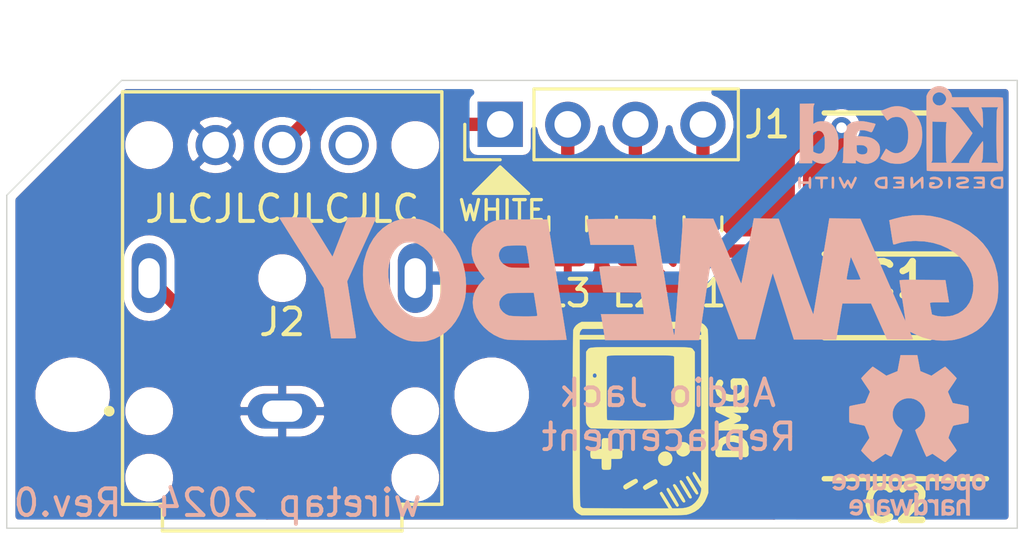
<source format=kicad_pcb>
(kicad_pcb (version 20171130) (host pcbnew "(5.1.6)-1")

  (general
    (thickness 1.6)
    (drawings 13)
    (tracks 23)
    (zones 0)
    (modules 13)
    (nets 10)
  )

  (page A4)
  (title_block
    (title "Gameboy DMG Headphone Jack PCB")
    (date 2024-02-11)
    (rev 0)
    (company wiretap)
    (comment 1 "A Gameboy DMG headphone jack replacement utilizing a SPDT 3.5mm audio jack.")
    (comment 2 "License: Creative Commons Zero v1.0 Universal")
  )

  (layers
    (0 F.Cu signal)
    (31 B.Cu signal)
    (32 B.Adhes user)
    (33 F.Adhes user)
    (34 B.Paste user)
    (35 F.Paste user)
    (36 B.SilkS user)
    (37 F.SilkS user)
    (38 B.Mask user)
    (39 F.Mask user)
    (40 Dwgs.User user)
    (41 Cmts.User user)
    (42 Eco1.User user)
    (43 Eco2.User user)
    (44 Edge.Cuts user)
    (45 Margin user)
    (46 B.CrtYd user)
    (47 F.CrtYd user)
    (48 B.Fab user)
    (49 F.Fab user)
  )

  (setup
    (last_trace_width 0.25)
    (user_trace_width 0.5)
    (trace_clearance 0.2)
    (zone_clearance 0.508)
    (zone_45_only no)
    (trace_min 0.2)
    (via_size 0.8)
    (via_drill 0.4)
    (via_min_size 0.4)
    (via_min_drill 0.3)
    (uvia_size 0.3)
    (uvia_drill 0.1)
    (uvias_allowed no)
    (uvia_min_size 0.2)
    (uvia_min_drill 0.1)
    (edge_width 0.05)
    (segment_width 0.2)
    (pcb_text_width 0.3)
    (pcb_text_size 1.5 1.5)
    (mod_edge_width 0.12)
    (mod_text_size 1 1)
    (mod_text_width 0.15)
    (pad_size 1.524 1.524)
    (pad_drill 0.762)
    (pad_to_mask_clearance 0.05)
    (aux_axis_origin 0 0)
    (visible_elements 7FFFFFFF)
    (pcbplotparams
      (layerselection 0x010fc_ffffffff)
      (usegerberextensions false)
      (usegerberattributes true)
      (usegerberadvancedattributes true)
      (creategerberjobfile true)
      (excludeedgelayer true)
      (linewidth 0.100000)
      (plotframeref false)
      (viasonmask false)
      (mode 1)
      (useauxorigin false)
      (hpglpennumber 1)
      (hpglpenspeed 20)
      (hpglpendiameter 15.000000)
      (psnegative false)
      (psa4output false)
      (plotreference true)
      (plotvalue true)
      (plotinvisibletext false)
      (padsonsilk false)
      (subtractmaskfromsilk false)
      (outputformat 1)
      (mirror false)
      (drillshape 0)
      (scaleselection 1)
      (outputdirectory "//192.168.1.100/Personal/Charlie/~Retro/~PCB's and Kits/Gameboy DMG Headphone Jack PCB/GB-DMG-Headphone-PCB/gerbers/"))
  )

  (net 0 "")
  (net 1 LEFT)
  (net 2 "Net-(C1-Pad1)")
  (net 3 "Net-(C2-Pad1)")
  (net 4 RIGHT)
  (net 5 DETECT)
  (net 6 "Net-(J1-Pad2)")
  (net 7 "Net-(J1-Pad3)")
  (net 8 "Net-(J1-Pad4)")
  (net 9 GND)

  (net_class Default "This is the default net class."
    (clearance 0.2)
    (trace_width 0.25)
    (via_dia 0.8)
    (via_drill 0.4)
    (uvia_dia 0.3)
    (uvia_drill 0.1)
    (add_net DETECT)
    (add_net GND)
    (add_net LEFT)
    (add_net "Net-(C1-Pad1)")
    (add_net "Net-(C2-Pad1)")
    (add_net "Net-(J1-Pad2)")
    (add_net "Net-(J1-Pad3)")
    (add_net "Net-(J1-Pad4)")
    (add_net RIGHT)
  )

  (module SamacSys_Parts:kicad-logo-smaller (layer B.Cu) (tedit 0) (tstamp 65BAF825)
    (at 160.655 99.6315 180)
    (fp_text reference G*** (at 0 0) (layer B.SilkS) hide
      (effects (font (size 1.524 1.524) (thickness 0.3)) (justify mirror))
    )
    (fp_text value LOGO (at 0.75 0) (layer B.SilkS) hide
      (effects (font (size 1.524 1.524) (thickness 0.3)) (justify mirror))
    )
    (fp_poly (pts (xy -3.645609 -1.464353) (xy -3.62251 -1.465337) (xy -3.558085 -1.46949) (xy -3.511524 -1.475492)
      (xy -3.475294 -1.484932) (xy -3.441861 -1.499399) (xy -3.429047 -1.50615) (xy -3.37057 -1.550445)
      (xy -3.332673 -1.606314) (xy -3.316656 -1.669806) (xy -3.32382 -1.736969) (xy -3.339746 -1.777305)
      (xy -3.383553 -1.838231) (xy -3.44204 -1.878601) (xy -3.478283 -1.891339) (xy -3.520343 -1.898999)
      (xy -3.573623 -1.904302) (xy -3.631382 -1.907128) (xy -3.686881 -1.907357) (xy -3.73338 -1.904869)
      (xy -3.764137 -1.899544) (xy -3.770597 -1.896539) (xy -3.77909 -1.877916) (xy -3.785605 -1.839524)
      (xy -3.790127 -1.78681) (xy -3.792638 -1.725219) (xy -3.792983 -1.678769) (xy -3.7084 -1.678769)
      (xy -3.707573 -1.734669) (xy -3.705339 -1.780871) (xy -3.702067 -1.811629) (xy -3.699226 -1.821041)
      (xy -3.680194 -1.825892) (xy -3.643984 -1.825156) (xy -3.597931 -1.819889) (xy -3.549373 -1.811149)
      (xy -3.505647 -1.799991) (xy -3.47705 -1.789042) (xy -3.430808 -1.75533) (xy -3.406431 -1.713892)
      (xy -3.405111 -1.6683) (xy -3.423421 -1.628353) (xy -3.456897 -1.595385) (xy -3.505928 -1.57239)
      (xy -3.574186 -1.557923) (xy -3.612771 -1.553756) (xy -3.7084 -1.545672) (xy -3.7084 -1.678769)
      (xy -3.792983 -1.678769) (xy -3.793121 -1.660196) (xy -3.79156 -1.597188) (xy -3.787939 -1.541639)
      (xy -3.782239 -1.498995) (xy -3.774445 -1.474701) (xy -3.7719 -1.47194) (xy -3.749516 -1.466256)
      (xy -3.706039 -1.463666) (xy -3.645609 -1.464353)) (layer B.SilkS) (width 0.01))
    (fp_poly (pts (xy -1.747171 -1.468254) (xy -1.73963 -1.474388) (xy -1.734218 -1.488491) (xy -1.730602 -1.514146)
      (xy -1.728449 -1.554936) (xy -1.727427 -1.614442) (xy -1.7272 -1.683661) (xy -1.727401 -1.761085)
      (xy -1.728289 -1.816956) (xy -1.730292 -1.855124) (xy -1.733842 -1.879434) (xy -1.739366 -1.893735)
      (xy -1.747294 -1.901873) (xy -1.751849 -1.904597) (xy -1.773387 -1.910189) (xy -1.791385 -1.896187)
      (xy -1.796299 -1.889518) (xy -1.804433 -1.872704) (xy -1.810108 -1.846651) (xy -1.813696 -1.807308)
      (xy -1.815569 -1.750622) (xy -1.8161 -1.674021) (xy -1.815854 -1.600954) (xy -1.814781 -1.549213)
      (xy -1.812386 -1.514725) (xy -1.80817 -1.493417) (xy -1.801636 -1.481217) (xy -1.792286 -1.474052)
      (xy -1.791621 -1.473692) (xy -1.763005 -1.466241) (xy -1.747171 -1.468254)) (layer B.SilkS) (width 0.01))
    (fp_poly (pts (xy -0.734624 -1.468681) (xy -0.707055 -1.490936) (xy -0.667175 -1.524701) (xy -0.618253 -1.567219)
      (xy -0.575164 -1.605358) (xy -0.41275 -1.750217) (xy -0.4064 -1.624855) (xy -0.40057 -1.551829)
      (xy -0.391076 -1.502085) (xy -0.376952 -1.473649) (xy -0.357231 -1.464547) (xy -0.331682 -1.472407)
      (xy -0.320984 -1.479582) (xy -0.313574 -1.490525) (xy -0.30885 -1.509498) (xy -0.306214 -1.540763)
      (xy -0.305064 -1.588584) (xy -0.304801 -1.657221) (xy -0.3048 -1.66332) (xy -0.305908 -1.751279)
      (xy -0.309577 -1.81657) (xy -0.316325 -1.86184) (xy -0.326673 -1.88974) (xy -0.341138 -1.902918)
      (xy -0.352111 -1.904859) (xy -0.368763 -1.89663) (xy -0.400321 -1.87397) (xy -0.443119 -1.839773)
      (xy -0.493486 -1.796931) (xy -0.529277 -1.765159) (xy -0.581355 -1.718476) (xy -0.626706 -1.678426)
      (xy -0.662069 -1.647843) (xy -0.68418 -1.629561) (xy -0.690012 -1.6256) (xy -0.692987 -1.637399)
      (xy -0.69612 -1.669207) (xy -0.698965 -1.715641) (xy -0.700485 -1.752172) (xy -0.705075 -1.825675)
      (xy -0.713427 -1.875585) (xy -0.726295 -1.90353) (xy -0.744435 -1.911138) (xy -0.768601 -1.900036)
      (xy -0.768928 -1.899797) (xy -0.778373 -1.891022) (xy -0.785075 -1.878041) (xy -0.789499 -1.856805)
      (xy -0.792108 -1.823263) (xy -0.793367 -1.773367) (xy -0.793741 -1.703067) (xy -0.79375 -1.68331)
      (xy -0.793345 -1.605516) (xy -0.791908 -1.54949) (xy -0.789113 -1.51161) (xy -0.784631 -1.488254)
      (xy -0.778134 -1.475799) (xy -0.7747 -1.472931) (xy -0.753637 -1.462392) (xy -0.746614 -1.460694)
      (xy -0.734624 -1.468681)) (layer B.SilkS) (width 0.01))
    (fp_poly (pts (xy 0.689163 -1.463256) (xy 0.710977 -1.464525) (xy 0.793259 -1.471319) (xy 0.8554 -1.481238)
      (xy 0.902613 -1.495855) (xy 0.940109 -1.516743) (xy 0.970528 -1.542874) (xy 1.013627 -1.600368)
      (xy 1.035725 -1.663315) (xy 1.03559 -1.722435) (xy 1.016202 -1.770121) (xy 0.979552 -1.818129)
      (xy 0.932563 -1.859015) (xy 0.885017 -1.884351) (xy 0.846241 -1.894315) (xy 0.795169 -1.902233)
      (xy 0.738012 -1.907794) (xy 0.680985 -1.910684) (xy 0.630298 -1.910592) (xy 0.592167 -1.907206)
      (xy 0.572802 -1.900213) (xy 0.57266 -1.900048) (xy 0.566659 -1.88015) (xy 0.56218 -1.840481)
      (xy 0.559215 -1.786624) (xy 0.557756 -1.72416) (xy 0.557781 -1.678809) (xy 0.6477 -1.678809)
      (xy 0.648252 -1.734299) (xy 0.649745 -1.779691) (xy 0.651933 -1.809406) (xy 0.653857 -1.818024)
      (xy 0.67025 -1.821224) (xy 0.703944 -1.820951) (xy 0.747174 -1.817858) (xy 0.792181 -1.812601)
      (xy 0.8312 -1.805834) (xy 0.847309 -1.801702) (xy 0.881627 -1.783846) (xy 0.915389 -1.755209)
      (xy 0.9414 -1.723167) (xy 0.952467 -1.695095) (xy 0.9525 -1.693844) (xy 0.942021 -1.654362)
      (xy 0.915399 -1.614847) (xy 0.879856 -1.585227) (xy 0.869904 -1.580312) (xy 0.834906 -1.569889)
      (xy 0.785703 -1.560294) (xy 0.737397 -1.554089) (xy 0.6477 -1.545752) (xy 0.6477 -1.678809)
      (xy 0.557781 -1.678809) (xy 0.557793 -1.658673) (xy 0.55932 -1.595744) (xy 0.562326 -1.540958)
      (xy 0.566804 -1.499895) (xy 0.572745 -1.478139) (xy 0.573297 -1.477383) (xy 0.585244 -1.467928)
      (xy 0.605054 -1.462747) (xy 0.637952 -1.461352) (xy 0.689163 -1.463256)) (layer B.SilkS) (width 0.01))
    (fp_poly (pts (xy 2.361229 -1.468381) (xy 2.369644 -1.474108) (xy 2.37978 -1.485912) (xy 2.383809 -1.502105)
      (xy 2.38078 -1.525899) (xy 2.369738 -1.560507) (xy 2.34973 -1.609141) (xy 2.319802 -1.675016)
      (xy 2.29331 -1.731271) (xy 2.260845 -1.798843) (xy 2.23667 -1.846486) (xy 2.218669 -1.877443)
      (xy 2.204723 -1.894953) (xy 2.192716 -1.902259) (xy 2.181324 -1.902721) (xy 2.160432 -1.892135)
      (xy 2.137144 -1.864035) (xy 2.108752 -1.815139) (xy 2.108082 -1.813866) (xy 2.085502 -1.771874)
      (xy 2.066865 -1.738969) (xy 2.055749 -1.721434) (xy 2.054961 -1.720528) (xy 2.045331 -1.72623)
      (xy 2.02887 -1.749652) (xy 2.012175 -1.779912) (xy 1.98114 -1.837621) (xy 1.953254 -1.882155)
      (xy 1.930955 -1.909934) (xy 1.91839 -1.9177) (xy 1.902292 -1.9091) (xy 1.894157 -1.900887)
      (xy 1.881986 -1.880661) (xy 1.860126 -1.837842) (xy 1.82893 -1.773166) (xy 1.788754 -1.687368)
      (xy 1.739953 -1.581184) (xy 1.738806 -1.578671) (xy 1.724058 -1.542589) (xy 1.715429 -1.514212)
      (xy 1.7145 -1.507201) (xy 1.72484 -1.481858) (xy 1.748512 -1.466923) (xy 1.769059 -1.467613)
      (xy 1.777719 -1.471963) (xy 1.786186 -1.480157) (xy 1.796403 -1.495739) (xy 1.81031 -1.522248)
      (xy 1.829849 -1.563228) (xy 1.856963 -1.62222) (xy 1.872396 -1.656125) (xy 1.893712 -1.699889)
      (xy 1.911991 -1.731753) (xy 1.924402 -1.747014) (xy 1.927273 -1.747259) (xy 1.937322 -1.732172)
      (xy 1.955345 -1.700845) (xy 1.977708 -1.659628) (xy 1.981082 -1.653233) (xy 2.01109 -1.60144)
      (xy 2.036049 -1.573718) (xy 2.059015 -1.570068) (xy 2.083046 -1.590489) (xy 2.111199 -1.634981)
      (xy 2.121017 -1.653233) (xy 2.143594 -1.695222) (xy 2.162225 -1.72812) (xy 2.173333 -1.745647)
      (xy 2.17412 -1.746553) (xy 2.182517 -1.739253) (xy 2.198953 -1.713013) (xy 2.221008 -1.672043)
      (xy 2.244789 -1.623669) (xy 2.278592 -1.554616) (xy 2.30518 -1.506905) (xy 2.326511 -1.478192)
      (xy 2.344541 -1.466132) (xy 2.361229 -1.468381)) (layer B.SilkS) (width 0.01))
    (fp_poly (pts (xy 2.630689 -1.467417) (xy 2.639465 -1.471994) (xy 2.64576 -1.481762) (xy 2.64998 -1.500446)
      (xy 2.652533 -1.531768) (xy 2.653827 -1.579452) (xy 2.65427 -1.647224) (xy 2.6543 -1.683158)
      (xy 2.654052 -1.761118) (xy 2.653051 -1.817461) (xy 2.65091 -1.85597) (xy 2.647241 -1.880427)
      (xy 2.641658 -1.894612) (xy 2.633773 -1.902308) (xy 2.631747 -1.903476) (xy 2.599215 -1.907959)
      (xy 2.587297 -1.903292) (xy 2.579079 -1.896143) (xy 2.573189 -1.882827) (xy 2.569252 -1.859574)
      (xy 2.566892 -1.822614) (xy 2.565734 -1.768178) (xy 2.565402 -1.692498) (xy 2.5654 -1.683477)
      (xy 2.565682 -1.605344) (xy 2.566766 -1.54896) (xy 2.569003 -1.510676) (xy 2.572746 -1.486845)
      (xy 2.578348 -1.473819) (xy 2.586161 -1.46795) (xy 2.586239 -1.46792) (xy 2.615973 -1.464741)
      (xy 2.630689 -1.467417)) (layer B.SilkS) (width 0.01))
    (fp_poly (pts (xy 3.03368 -1.463195) (xy 3.046617 -1.463389) (xy 3.27025 -1.46685) (xy 3.27025 -1.54305)
      (xy 3.07975 -1.55575) (xy 3.076215 -1.722768) (xy 3.073573 -1.801414) (xy 3.068946 -1.857102)
      (xy 3.061509 -1.89225) (xy 3.050435 -1.909274) (xy 3.034899 -1.91059) (xy 3.015718 -1.899832)
      (xy 3.005735 -1.889628) (xy 2.998619 -1.873117) (xy 2.993676 -1.845894) (xy 2.99021 -1.803554)
      (xy 2.987527 -1.741691) (xy 2.986684 -1.715897) (xy 2.981496 -1.5494) (xy 2.894954 -1.5494)
      (xy 2.848241 -1.548504) (xy 2.820831 -1.544706) (xy 2.806657 -1.536343) (xy 2.800156 -1.52339)
      (xy 2.795478 -1.502061) (xy 2.79874 -1.486129) (xy 2.812785 -1.474902) (xy 2.840458 -1.467687)
      (xy 2.884602 -1.463793) (xy 2.948061 -1.462526) (xy 3.03368 -1.463195)) (layer B.SilkS) (width 0.01))
    (fp_poly (pts (xy 3.483128 -1.466365) (xy 3.497942 -1.480457) (xy 3.512607 -1.5115) (xy 3.517884 -1.56561)
      (xy 3.5179 -1.569357) (xy 3.5179 -1.6383) (xy 3.8227 -1.6383) (xy 3.8227 -1.563655)
      (xy 3.826746 -1.5078) (xy 3.839284 -1.475241) (xy 3.860905 -1.465132) (xy 3.886268 -1.473236)
      (xy 3.896584 -1.479882) (xy 3.903769 -1.489638) (xy 3.908271 -1.506541) (xy 3.910535 -1.534631)
      (xy 3.911008 -1.577947) (xy 3.910136 -1.640528) (xy 3.909305 -1.68176) (xy 3.90664 -1.768325)
      (xy 3.902307 -1.832006) (xy 3.895605 -1.875303) (xy 3.885832 -1.900714) (xy 3.872285 -1.910738)
      (xy 3.854262 -1.907872) (xy 3.846766 -1.904286) (xy 3.833243 -1.89251) (xy 3.82585 -1.871245)
      (xy 3.822962 -1.834085) (xy 3.8227 -1.809303) (xy 3.8227 -1.7272) (xy 3.5179 -1.7272)
      (xy 3.5179 -1.783523) (xy 3.513274 -1.837854) (xy 3.500833 -1.879642) (xy 3.48273 -1.905486)
      (xy 3.461118 -1.911983) (xy 3.443247 -1.901467) (xy 3.437015 -1.881807) (xy 3.432536 -1.837439)
      (xy 3.429851 -1.768998) (xy 3.429 -1.681568) (xy 3.429312 -1.603506) (xy 3.430475 -1.547229)
      (xy 3.432829 -1.509125) (xy 3.436714 -1.485584) (xy 3.44247 -1.472995) (xy 3.449088 -1.468208)
      (xy 3.469699 -1.461604) (xy 3.483128 -1.466365)) (layer B.SilkS) (width 0.01))
    (fp_poly (pts (xy -2.813443 -1.46157) (xy -2.753851 -1.4653) (xy -2.713837 -1.472471) (xy -2.690522 -1.483862)
      (xy -2.681032 -1.500253) (xy -2.681643 -1.518489) (xy -2.686039 -1.529569) (xy -2.697234 -1.536946)
      (xy -2.71985 -1.54155) (xy -2.758511 -1.544308) (xy -2.81784 -1.54615) (xy -2.819549 -1.54619)
      (xy -2.892816 -1.548312) (xy -2.944444 -1.551366) (xy -2.978197 -1.556425) (xy -2.997835 -1.564561)
      (xy -3.00712 -1.576846) (xy -3.009815 -1.594353) (xy -3.0099 -1.600441) (xy -3.0099 -1.6383)
      (xy -2.909856 -1.6383) (xy -2.846625 -1.641029) (xy -2.806345 -1.649787) (xy -2.787099 -1.665426)
      (xy -2.786969 -1.688799) (xy -2.788243 -1.692415) (xy -2.808644 -1.710495) (xy -2.853233 -1.722054)
      (xy -2.921627 -1.727004) (xy -2.941638 -1.7272) (xy -3.0099 -1.7272) (xy -3.0099 -1.828041)
      (xy -2.847975 -1.831595) (xy -2.68605 -1.83515) (xy -2.68605 -1.89865) (xy -2.884596 -1.902139)
      (xy -2.96077 -1.903184) (xy -3.015289 -1.903011) (xy -3.051882 -1.901315) (xy -3.074278 -1.89779)
      (xy -3.086205 -1.892131) (xy -3.090971 -1.885226) (xy -3.095258 -1.861082) (xy -3.098027 -1.818787)
      (xy -3.099375 -1.763828) (xy -3.099402 -1.701694) (xy -3.098208 -1.63787) (xy -3.095892 -1.577845)
      (xy -3.092553 -1.527107) (xy -3.088291 -1.491143) (xy -3.083561 -1.47574) (xy -3.063961 -1.468504)
      (xy -3.021439 -1.463617) (xy -2.955107 -1.461009) (xy -2.895488 -1.4605) (xy -2.813443 -1.46157)) (layer B.SilkS) (width 0.01))
    (fp_poly (pts (xy -2.165749 -1.464973) (xy -2.100482 -1.475019) (xy -2.053651 -1.490393) (xy -2.034781 -1.503076)
      (xy -2.021658 -1.520238) (xy -2.02672 -1.535866) (xy -2.036083 -1.546894) (xy -2.05096 -1.55963)
      (xy -2.07025 -1.564939) (xy -2.101419 -1.563727) (xy -2.136834 -1.55912) (xy -2.195565 -1.55395)
      (xy -2.259452 -1.553544) (xy -2.3195 -1.557521) (xy -2.366711 -1.565501) (xy -2.379126 -1.569391)
      (xy -2.39791 -1.585811) (xy -2.395906 -1.605847) (xy -2.378075 -1.618119) (xy -2.356604 -1.62347)
      (xy -2.316734 -1.632285) (xy -2.264991 -1.643146) (xy -2.229097 -1.650431) (xy -2.151602 -1.66847)
      (xy -2.095782 -1.68802) (xy -2.057914 -1.711039) (xy -2.034277 -1.739485) (xy -2.026365 -1.757097)
      (xy -2.021466 -1.787338) (xy -2.033538 -1.816412) (xy -2.039968 -1.82565) (xy -2.068446 -1.857693)
      (xy -2.102306 -1.880126) (xy -2.146294 -1.894389) (xy -2.205154 -1.90192) (xy -2.283632 -1.904159)
      (xy -2.2987 -1.90412) (xy -2.359811 -1.902614) (xy -2.413809 -1.899174) (xy -2.454287 -1.894334)
      (xy -2.473325 -1.889499) (xy -2.495562 -1.869167) (xy -2.501346 -1.843461) (xy -2.488695 -1.8222)
      (xy -2.487125 -1.821167) (xy -2.469254 -1.817837) (xy -2.43153 -1.815526) (xy -2.379487 -1.814443)
      (xy -2.31885 -1.814795) (xy -2.249243 -1.815346) (xy -2.200443 -1.813783) (xy -2.167916 -1.809681)
      (xy -2.147125 -1.802613) (xy -2.13995 -1.798019) (xy -2.123257 -1.782078) (xy -2.126814 -1.77089)
      (xy -2.1336 -1.765878) (xy -2.156533 -1.756318) (xy -2.194211 -1.745737) (xy -2.219325 -1.740236)
      (xy -2.273529 -1.729649) (xy -2.333008 -1.718048) (xy -2.355977 -1.713573) (xy -2.422412 -1.693159)
      (xy -2.47016 -1.662393) (xy -2.496894 -1.623177) (xy -2.5019 -1.594452) (xy -2.490239 -1.547052)
      (xy -2.45627 -1.509232) (xy -2.401518 -1.481784) (xy -2.327507 -1.465502) (xy -2.245452 -1.461053)
      (xy -2.165749 -1.464973)) (layer B.SilkS) (width 0.01))
    (fp_poly (pts (xy -1.120005 -1.470677) (xy -1.074781 -1.48487) (xy -1.045207 -1.505004) (xy -1.034862 -1.529613)
      (xy -1.041025 -1.548792) (xy -1.054101 -1.558) (xy -1.081274 -1.56093) (xy -1.127649 -1.558057)
      (xy -1.13385 -1.557437) (xy -1.220139 -1.555374) (xy -1.296089 -1.566901) (xy -1.356956 -1.590967)
      (xy -1.386884 -1.613529) (xy -1.415478 -1.65692) (xy -1.420983 -1.702795) (xy -1.404647 -1.746371)
      (xy -1.36772 -1.782866) (xy -1.338599 -1.798391) (xy -1.303311 -1.807472) (xy -1.253814 -1.81353)
      (xy -1.199612 -1.816145) (xy -1.150208 -1.814898) (xy -1.115105 -1.809368) (xy -1.112289 -1.808391)
      (xy -1.09355 -1.794289) (xy -1.097086 -1.77845) (xy -1.120523 -1.765264) (xy -1.137784 -1.761226)
      (xy -1.18701 -1.747466) (xy -1.21359 -1.728217) (xy -1.21868 -1.706859) (xy -1.203435 -1.68677)
      (xy -1.169011 -1.671331) (xy -1.116563 -1.663921) (xy -1.10444 -1.6637) (xy -1.055967 -1.666588)
      (xy -1.025818 -1.678352) (xy -1.009831 -1.703642) (xy -1.003845 -1.747105) (xy -1.0033 -1.77667)
      (xy -1.00783 -1.824269) (xy -1.023402 -1.859051) (xy -1.052992 -1.882747) (xy -1.099575 -1.897084)
      (xy -1.166125 -1.903791) (xy -1.223963 -1.904875) (xy -1.28918 -1.901399) (xy -1.342013 -1.889578)
      (xy -1.378952 -1.874717) (xy -1.443894 -1.834782) (xy -1.48828 -1.7834) (xy -1.513284 -1.725588)
      (xy -1.521166 -1.688111) (xy -1.516957 -1.655875) (xy -1.505419 -1.626638) (xy -1.466207 -1.562974)
      (xy -1.412369 -1.516138) (xy -1.3414 -1.484595) (xy -1.250797 -1.466813) (xy -1.243087 -1.465986)
      (xy -1.1773 -1.463894) (xy -1.120005 -1.470677)) (layer B.SilkS) (width 0.01))
    (fp_poly (pts (xy 0.118833 -1.460673) (xy 0.200078 -1.461188) (xy 0.259235 -1.463028) (xy 0.299605 -1.466924)
      (xy 0.324495 -1.47361) (xy 0.337207 -1.483817) (xy 0.341045 -1.498278) (xy 0.340408 -1.509784)
      (xy 0.33655 -1.54305) (xy 0.190691 -1.546668) (xy 0.132237 -1.54885) (xy 0.083468 -1.552045)
      (xy 0.049776 -1.55581) (xy 0.036755 -1.559368) (xy 0.028107 -1.57748) (xy 0.020447 -1.603375)
      (xy 0.012216 -1.6383) (xy 0.118852 -1.6383) (xy 0.183638 -1.640715) (xy 0.225586 -1.648569)
      (xy 0.246854 -1.66277) (xy 0.249598 -1.68423) (xy 0.247057 -1.692415) (xy 0.227842 -1.710016)
      (xy 0.185647 -1.721402) (xy 0.119748 -1.72673) (xy 0.086545 -1.7272) (xy 0.011166 -1.7272)
      (xy 0.01905 -1.82245) (xy 0.33655 -1.83515) (xy 0.33655 -1.89865) (xy 0.145309 -1.902142)
      (xy 0.078014 -1.902806) (xy 0.019892 -1.90231) (xy -0.024405 -1.900779) (xy -0.050228 -1.898334)
      (xy -0.054716 -1.896851) (xy -0.057855 -1.881562) (xy -0.0603 -1.84621) (xy -0.062037 -1.796122)
      (xy -0.063052 -1.736627) (xy -0.063331 -1.673052) (xy -0.062862 -1.610724) (xy -0.06163 -1.554972)
      (xy -0.05962 -1.511123) (xy -0.056821 -1.484504) (xy -0.055792 -1.480588) (xy -0.048994 -1.472239)
      (xy -0.033474 -1.466528) (xy -0.005232 -1.463) (xy 0.039728 -1.461199) (xy 0.105404 -1.460669)
      (xy 0.118833 -1.460673)) (layer B.SilkS) (width 0.01))
    (fp_poly (pts (xy -1.31691 1.935864) (xy -1.217207 1.909259) (xy -1.125003 1.863055) (xy -1.044086 1.799076)
      (xy -0.978247 1.719145) (xy -0.937308 1.640861) (xy -0.90805 1.56845) (xy -0.90805 0.175258)
      (xy -0.9081 -0.049853) (xy -0.908258 -0.250815) (xy -0.908539 -0.428876) (xy -0.908958 -0.585288)
      (xy -0.90953 -0.721299) (xy -0.910269 -0.838161) (xy -0.911189 -0.937122) (xy -0.912306 -1.019434)
      (xy -0.913634 -1.086345) (xy -0.915188 -1.139106) (xy -0.916982 -1.178967) (xy -0.919031 -1.207178)
      (xy -0.921349 -1.224988) (xy -0.923952 -1.233648) (xy -0.924556 -1.234442) (xy -0.931476 -1.237116)
      (xy -0.947439 -1.239529) (xy -0.973686 -1.241697) (xy -1.011457 -1.243637) (xy -1.061991 -1.245368)
      (xy -1.126529 -1.246908) (xy -1.20631 -1.248273) (xy -1.302574 -1.249481) (xy -1.416563 -1.250551)
      (xy -1.549514 -1.251498) (xy -1.702669 -1.252343) (xy -1.877268 -1.2531) (xy -2.07455 -1.253789)
      (xy -2.295755 -1.254428) (xy -2.340779 -1.254545) (xy -2.562608 -1.25508) (xy -2.760398 -1.255472)
      (xy -2.935509 -1.255707) (xy -3.089304 -1.25577) (xy -3.223142 -1.255647) (xy -3.338383 -1.255325)
      (xy -3.43639 -1.254788) (xy -3.518522 -1.254024) (xy -3.586141 -1.253017) (xy -3.640607 -1.251753)
      (xy -3.683281 -1.250219) (xy -3.715523 -1.248399) (xy -3.738695 -1.246281) (xy -3.754157 -1.243849)
      (xy -3.76327 -1.24109) (xy -3.765723 -1.239694) (xy -3.769727 -1.236358) (xy -3.773283 -1.231586)
      (xy -3.776418 -1.223936) (xy -3.779158 -1.211968) (xy -3.78153 -1.19424) (xy -3.783561 -1.169312)
      (xy -3.785277 -1.135743) (xy -3.786704 -1.092092) (xy -3.78787 -1.036918) (xy -3.7888 -0.96878)
      (xy -3.789521 -0.886237) (xy -3.79006 -0.787849) (xy -3.790443 -0.672174) (xy -3.790697 -0.537771)
      (xy -3.790848 -0.3832) (xy -3.790923 -0.207019) (xy -3.790948 -0.007788) (xy -3.79095 0.130375)
      (xy -3.790907 0.349924) (xy -3.790764 0.545409) (xy -3.790506 0.718162) (xy -3.790115 0.86952)
      (xy -3.789574 1.000816) (xy -3.788867 1.113385) (xy -3.788471 1.155701) (xy -3.602917 1.155701)
      (xy -3.57425 1.095376) (xy -3.567231 1.079927) (xy -3.561425 1.064196) (xy -3.556682 1.045657)
      (xy -3.552852 1.021781) (xy -3.549788 0.990043) (xy -3.54734 0.947914) (xy -3.545358 0.892869)
      (xy -3.543694 0.822381) (xy -3.542198 0.733922) (xy -3.540723 0.624966) (xy -3.53922 0.50165)
      (xy -3.537968 0.365787) (xy -3.537267 0.219181) (xy -3.537103 0.068007) (xy -3.537463 -0.081559)
      (xy -3.538335 -0.223344) (xy -3.539704 -0.351172) (xy -3.541254 -0.4445) (xy -3.54362 -0.557948)
      (xy -3.545757 -0.648827) (xy -3.547895 -0.719965) (xy -3.550261 -0.774189) (xy -3.553085 -0.814326)
      (xy -3.556596 -0.843203) (xy -3.561021 -0.863647) (xy -3.566591 -0.878486) (xy -3.573533 -0.890546)
      (xy -3.57785 -0.896783) (xy -3.593778 -0.924313) (xy -3.598111 -0.943295) (xy -3.5969 -0.945745)
      (xy -3.580259 -0.949592) (xy -3.546523 -0.949892) (xy -3.512863 -0.947486) (xy -3.475716 -0.945)
      (xy -3.418901 -0.942848) (xy -3.348149 -0.941172) (xy -3.269192 -0.940112) (xy -3.198741 -0.9398)
      (xy -2.959508 -0.9398) (xy -2.987666 -0.885825) (xy -3.000603 -0.856333) (xy -3.009977 -0.821717)
      (xy -3.016784 -0.776222) (xy -3.022019 -0.71409) (xy -3.024461 -0.6731) (xy -3.028442 -0.587551)
      (xy -3.031336 -0.499753) (xy -3.033147 -0.413365) (xy -3.033881 -0.332049) (xy -3.033541 -0.259464)
      (xy -3.032134 -0.199272) (xy -3.029663 -0.155132) (xy -3.026133 -0.130705) (xy -3.023753 -0.127)
      (xy -3.013425 -0.136874) (xy -2.990766 -0.164426) (xy -2.958049 -0.206552) (xy -2.917545 -0.260148)
      (xy -2.871527 -0.322109) (xy -2.822265 -0.389329) (xy -2.772032 -0.458706) (xy -2.7231 -0.527133)
      (xy -2.67774 -0.591507) (xy -2.638224 -0.648724) (xy -2.606825 -0.695677) (xy -2.600893 -0.70485)
      (xy -2.556597 -0.779497) (xy -2.528842 -0.840403) (xy -2.515979 -0.891549) (xy -2.514608 -0.91312)
      (xy -2.514616 -0.94615) (xy -2.165379 -0.94615) (xy -2.074164 -0.946001) (xy -1.991836 -0.945583)
      (xy -1.921636 -0.944934) (xy -1.866806 -0.944095) (xy -1.83059 -0.943104) (xy -1.816231 -0.942)
      (xy -1.816121 -0.941894) (xy -1.821169 -0.934901) (xy -1.6764 -0.934901) (xy -1.664284 -0.936278)
      (xy -1.630269 -0.937505) (xy -1.577857 -0.938525) (xy -1.510549 -0.939282) (xy -1.431847 -0.939716)
      (xy -1.376915 -0.9398) (xy -1.077429 -0.9398) (xy -1.103865 -0.897025) (xy -1.109446 -0.887448)
      (xy -1.11418 -0.876857) (xy -1.118138 -0.863209) (xy -1.121389 -0.844461) (xy -1.124002 -0.818568)
      (xy -1.126047 -0.783487) (xy -1.127594 -0.737174) (xy -1.128711 -0.677586) (xy -1.12947 -0.602679)
      (xy -1.129938 -0.510408) (xy -1.130186 -0.398731) (xy -1.130284 -0.265603) (xy -1.1303 -0.120335)
      (xy -1.1303 0.613582) (xy -1.398478 0.60588) (xy -1.478349 0.603331) (xy -1.549297 0.60058)
      (xy -1.607516 0.597814) (xy -1.649199 0.595222) (xy -1.67054 0.59299) (xy -1.672464 0.59237)
      (xy -1.671171 0.578443) (xy -1.660354 0.552002) (xy -1.658287 0.547911) (xy -1.653498 0.525897)
      (xy -1.64928 0.481429) (xy -1.645635 0.417437) (xy -1.642564 0.336848) (xy -1.64007 0.24259)
      (xy -1.638155 0.137592) (xy -1.636819 0.024781) (xy -1.636065 -0.092915) (xy -1.635894 -0.212568)
      (xy -1.636308 -0.331249) (xy -1.637309 -0.446031) (xy -1.638899 -0.553985) (xy -1.641079 -0.652184)
      (xy -1.643852 -0.737699) (xy -1.647218 -0.807603) (xy -1.65118 -0.858968) (xy -1.655739 -0.888865)
      (xy -1.657429 -0.893626) (xy -1.670505 -0.920057) (xy -1.676376 -0.934607) (xy -1.6764 -0.934901)
      (xy -1.821169 -0.934901) (xy -1.823904 -0.931114) (xy -1.84474 -0.905883) (xy -1.874829 -0.870754)
      (xy -1.890319 -0.852994) (xy -1.926798 -0.80958) (xy -1.972491 -0.752323) (xy -2.025702 -0.683582)
      (xy -2.084734 -0.60572) (xy -2.14789 -0.521099) (xy -2.213473 -0.43208) (xy -2.279788 -0.341025)
      (xy -2.345136 -0.250296) (xy -2.407821 -0.162254) (xy -2.466147 -0.07926) (xy -2.518417 -0.003678)
      (xy -2.562933 0.062132) (xy -2.598 0.115809) (xy -2.62192 0.154989) (xy -2.632997 0.177312)
      (xy -2.633346 0.181217) (xy -2.623864 0.193819) (xy -2.600871 0.22324) (xy -2.566753 0.266488)
      (xy -2.523896 0.320573) (xy -2.474685 0.382503) (xy -2.421504 0.449286) (xy -2.366741 0.517931)
      (xy -2.312779 0.585445) (xy -2.262005 0.648837) (xy -2.216804 0.705116) (xy -2.179561 0.75129)
      (xy -2.152662 0.784368) (xy -2.145052 0.7936) (xy -2.074043 0.878342) (xy -2.015432 0.946467)
      (xy -1.966094 1.001465) (xy -1.922907 1.046827) (xy -1.886599 1.082408) (xy -1.80975 1.155166)
      (xy -2.5019 1.1557) (xy -2.5019 1.12161) (xy -2.506906 1.087797) (xy -2.522906 1.046517)
      (xy -2.551373 0.995214) (xy -2.593779 0.931335) (xy -2.651598 0.852322) (xy -2.674296 0.822513)
      (xy -2.728494 0.751814) (xy -2.789311 0.672386) (xy -2.849541 0.593644) (xy -2.90198 0.525)
      (xy -2.905028 0.521006) (xy -3.01625 0.375262) (xy -3.027734 0.429662) (xy -3.031099 0.462024)
      (xy -3.03264 0.516284) (xy -3.032363 0.589007) (xy -3.030276 0.676756) (xy -3.027128 0.759556)
      (xy -3.022877 0.852412) (xy -3.018841 0.924183) (xy -3.014296 0.979165) (xy -3.008516 1.021657)
      (xy -3.000775 1.055955) (xy -2.990349 1.086358) (xy -2.976513 1.117161) (xy -2.961887 1.146175)
      (xy -2.972658 1.148754) (xy -3.005524 1.151067) (xy -3.057183 1.153017) (xy -3.12433 1.154504)
      (xy -3.203662 1.155429) (xy -3.27995 1.1557) (xy -3.602917 1.155701) (xy -3.788471 1.155701)
      (xy -3.787976 1.208562) (xy -3.786884 1.287682) (xy -3.785575 1.352078) (xy -3.784032 1.403087)
      (xy -3.782237 1.442041) (xy -3.781739 1.448859) (xy -1.649265 1.448859) (xy -1.64096 1.411294)
      (xy -1.631521 1.383084) (xy -1.59489 1.31434) (xy -1.541602 1.262092) (xy -1.475698 1.228115)
      (xy -1.401221 1.214182) (xy -1.322212 1.222068) (xy -1.288335 1.232429) (xy -1.243641 1.258399)
      (xy -1.199045 1.299554) (xy -1.163347 1.347214) (xy -1.154172 1.364725) (xy -1.133386 1.43793)
      (xy -1.135373 1.509668) (xy -1.157611 1.576155) (xy -1.19758 1.633608) (xy -1.252759 1.678242)
      (xy -1.320625 1.706275) (xy -1.387068 1.714222) (xy -1.458998 1.702289) (xy -1.526376 1.670099)
      (xy -1.583436 1.62195) (xy -1.624408 1.562142) (xy -1.637537 1.527523) (xy -1.647947 1.483364)
      (xy -1.649265 1.448859) (xy -3.781739 1.448859) (xy -3.780174 1.470277) (xy -3.777826 1.489128)
      (xy -3.775175 1.499929) (xy -3.77352 1.502999) (xy -3.768622 1.506966) (xy -3.759831 1.510403)
      (xy -3.745434 1.513349) (xy -3.723722 1.515841) (xy -3.692981 1.517915) (xy -3.651501 1.51961)
      (xy -3.59757 1.520963) (xy -3.529476 1.522011) (xy -3.445507 1.522792) (xy -3.343953 1.523343)
      (xy -3.223101 1.523701) (xy -3.081241 1.523904) (xy -2.916659 1.52399) (xy -2.812909 1.524)
      (xy -1.869727 1.524) (xy -1.860924 1.570924) (xy -1.832256 1.658427) (xy -1.782135 1.740886)
      (xy -1.714494 1.814196) (xy -1.633261 1.874255) (xy -1.542369 1.916961) (xy -1.523644 1.92298)
      (xy -1.420318 1.941045) (xy -1.31691 1.935864)) (layer B.SilkS) (width 0.01))
    (fp_poly (pts (xy 0.319874 1.179623) (xy 0.41275 1.160636) (xy 0.443705 1.151082) (xy 0.48999 1.134725)
      (xy 0.546318 1.113658) (xy 0.607404 1.089976) (xy 0.667963 1.065771) (xy 0.722708 1.043139)
      (xy 0.766354 1.024173) (xy 0.793616 1.010966) (xy 0.798859 1.00768) (xy 0.793929 0.996502)
      (xy 0.777431 0.968575) (xy 0.75214 0.92811) (xy 0.720828 0.87932) (xy 0.686271 0.826419)
      (xy 0.651242 0.77362) (xy 0.618515 0.725136) (xy 0.590864 0.68518) (xy 0.571064 0.657965)
      (xy 0.561888 0.647704) (xy 0.561837 0.647701) (xy 0.549589 0.655341) (xy 0.525321 0.674743)
      (xy 0.510507 0.687471) (xy 0.439844 0.738791) (xy 0.364226 0.770698) (xy 0.277028 0.785531)
      (xy 0.227918 0.787276) (xy 0.168411 0.786012) (xy 0.124916 0.780903) (xy 0.08813 0.770219)
      (xy 0.054114 0.754924) (xy -0.020594 0.705926) (xy -0.083634 0.638455) (xy -0.136188 0.550801)
      (xy -0.179435 0.441254) (xy -0.192534 0.397629) (xy -0.208937 0.316652) (xy -0.218962 0.218911)
      (xy -0.222624 0.112225) (xy -0.219935 0.004415) (xy -0.210908 -0.096701) (xy -0.195557 -0.183304)
      (xy -0.191522 -0.19895) (xy -0.150801 -0.309747) (xy -0.095156 -0.404109) (xy -0.026334 -0.480139)
      (xy 0.05392 -0.535939) (xy 0.143857 -0.56961) (xy 0.151137 -0.571232) (xy 0.243961 -0.579732)
      (xy 0.336745 -0.565204) (xy 0.431312 -0.527103) (xy 0.529484 -0.464881) (xy 0.544981 -0.453165)
      (xy 0.579637 -0.428543) (xy 0.605736 -0.413969) (xy 0.617909 -0.412407) (xy 0.618075 -0.412779)
      (xy 0.62573 -0.427606) (xy 0.644074 -0.460185) (xy 0.670777 -0.506462) (xy 0.703507 -0.56238)
      (xy 0.723909 -0.596916) (xy 0.758653 -0.656023) (xy 0.788283 -0.707353) (xy 0.810585 -0.746999)
      (xy 0.823344 -0.771049) (xy 0.8255 -0.776324) (xy 0.814501 -0.786726) (xy 0.784674 -0.804382)
      (xy 0.740768 -0.827108) (xy 0.687535 -0.852719) (xy 0.629727 -0.879029) (xy 0.572093 -0.903852)
      (xy 0.519386 -0.925002) (xy 0.476357 -0.940296) (xy 0.4572 -0.945742) (xy 0.395276 -0.956847)
      (xy 0.318844 -0.965279) (xy 0.236206 -0.970628) (xy 0.155663 -0.972486) (xy 0.085518 -0.970444)
      (xy 0.04445 -0.966062) (xy -0.045001 -0.947964) (xy -0.12328 -0.923408) (xy -0.203585 -0.887993)
      (xy -0.230363 -0.874428) (xy -0.349769 -0.798489) (xy -0.457237 -0.701588) (xy -0.551031 -0.586023)
      (xy -0.629416 -0.454095) (xy -0.690657 -0.308102) (xy -0.713114 -0.23495) (xy -0.726324 -0.168573)
      (xy -0.735937 -0.083724) (xy -0.741873 0.012916) (xy -0.74405 0.114664) (xy -0.742384 0.214838)
      (xy -0.736796 0.306755) (xy -0.727202 0.383734) (xy -0.72106 0.413789) (xy -0.677586 0.557851)
      (xy -0.620387 0.68437) (xy -0.546347 0.798877) (xy -0.45235 0.906905) (xy -0.432034 0.9271)
      (xy -0.343187 1.006375) (xy -0.257077 1.066934) (xy -0.166476 1.113425) (xy -0.105552 1.136988)
      (xy 0.037706 1.175495) (xy 0.178229 1.189648) (xy 0.319874 1.179623)) (layer B.SilkS) (width 0.01))
    (fp_poly (pts (xy 1.676484 0.623966) (xy 1.79234 0.608314) (xy 1.894111 0.580068) (xy 1.943653 0.558518)
      (xy 2.010717 0.515179) (xy 2.073086 0.458594) (xy 2.121404 0.39745) (xy 2.126867 0.388413)
      (xy 2.143302 0.35885) (xy 2.157046 0.330326) (xy 2.168396 0.300234) (xy 2.17765 0.26597)
      (xy 2.185106 0.224927) (xy 2.191063 0.174499) (xy 2.195819 0.112082) (xy 2.199672 0.035069)
      (xy 2.20292 -0.059145) (xy 2.205861 -0.173165) (xy 2.208793 -0.309599) (xy 2.209238 -0.331497)
      (xy 2.212078 -0.465556) (xy 2.21477 -0.576504) (xy 2.217436 -0.66663) (xy 2.220199 -0.738221)
      (xy 2.223182 -0.793568) (xy 2.226508 -0.834956) (xy 2.230299 -0.864675) (xy 2.234679 -0.885012)
      (xy 2.239642 -0.89801) (xy 2.259378 -0.936176) (xy 2.162823 -0.944338) (xy 2.109753 -0.947665)
      (xy 2.041031 -0.950338) (xy 1.966404 -0.952043) (xy 1.909433 -0.9525) (xy 1.7526 -0.9525)
      (xy 1.7526 -0.89535) (xy 1.751276 -0.861254) (xy 1.747929 -0.840812) (xy 1.745943 -0.8382)
      (xy 1.732789 -0.844849) (xy 1.70522 -0.862155) (xy 1.674518 -0.882753) (xy 1.598496 -0.923121)
      (xy 1.507751 -0.952698) (xy 1.411322 -0.96967) (xy 1.31825 -0.972222) (xy 1.26365 -0.96525)
      (xy 1.158847 -0.934324) (xy 1.066026 -0.888599) (xy 1.003588 -0.842397) (xy 0.930979 -0.764281)
      (xy 0.880332 -0.678855) (xy 0.850393 -0.582906) (xy 0.839908 -0.473221) (xy 0.840144 -0.461166)
      (xy 1.3081 -0.461166) (xy 1.315722 -0.524935) (xy 1.340028 -0.57133) (xy 1.383174 -0.602736)
      (xy 1.447317 -0.621538) (xy 1.45415 -0.622687) (xy 1.537849 -0.625323) (xy 1.615581 -0.604523)
      (xy 1.61944 -0.60284) (xy 1.658823 -0.582182) (xy 1.685697 -0.557976) (xy 1.702584 -0.52497)
      (xy 1.71201 -0.477911) (xy 1.716498 -0.411547) (xy 1.716888 -0.40005) (xy 1.72085 -0.27305)
      (xy 1.614619 -0.269337) (xy 1.519187 -0.271918) (xy 1.443082 -0.287661) (xy 1.383398 -0.317446)
      (xy 1.346792 -0.350515) (xy 1.322505 -0.382827) (xy 1.311061 -0.414809) (xy 1.308103 -0.458916)
      (xy 1.3081 -0.461166) (xy 0.840144 -0.461166) (xy 0.84084 -0.425622) (xy 0.850821 -0.334505)
      (xy 0.873333 -0.25976) (xy 0.911649 -0.194106) (xy 0.96904 -0.130264) (xy 0.976971 -0.122747)
      (xy 1.056556 -0.060538) (xy 1.148294 -0.012496) (xy 1.254731 0.022156) (xy 1.378413 0.044194)
      (xy 1.521883 0.054393) (xy 1.560211 0.055174) (xy 1.729772 0.05715) (xy 1.722153 0.112774)
      (xy 1.703896 0.178521) (xy 1.670739 0.233957) (xy 1.626904 0.272241) (xy 1.62215 0.274834)
      (xy 1.576932 0.287854) (xy 1.514695 0.291478) (xy 1.441815 0.2862) (xy 1.364667 0.272518)
      (xy 1.289627 0.250927) (xy 1.2827 0.248431) (xy 1.226402 0.227835) (xy 1.186731 0.216399)
      (xy 1.158682 0.216567) (xy 1.137255 0.230789) (xy 1.117446 0.261512) (xy 1.094254 0.311183)
      (xy 1.077678 0.348745) (xy 1.053014 0.404874) (xy 1.031918 0.453729) (xy 1.016686 0.489935)
      (xy 1.009707 0.507819) (xy 1.011377 0.518593) (xy 1.026473 0.5283) (xy 1.058852 0.538541)
      (xy 1.112368 0.55092) (xy 1.114474 0.551369) (xy 1.175628 0.564687) (xy 1.237423 0.578611)
      (xy 1.288347 0.590539) (xy 1.296788 0.592597) (xy 1.42347 0.616384) (xy 1.551781 0.626748)
      (xy 1.676484 0.623966)) (layer B.SilkS) (width 0.01))
    (fp_poly (pts (xy 3.405169 1.288199) (xy 3.472372 1.28742) (xy 3.549821 1.286064) (xy 3.578225 1.285466)
      (xy 3.8481 1.279545) (xy 3.8481 0.24884) (xy 3.84813 0.058284) (xy 3.848263 -0.108624)
      (xy 3.848566 -0.253635) (xy 3.849104 -0.3785) (xy 3.849941 -0.484972) (xy 3.851144 -0.574801)
      (xy 3.852777 -0.649739) (xy 3.854907 -0.711538) (xy 3.857598 -0.761949) (xy 3.860916 -0.802723)
      (xy 3.864926 -0.835613) (xy 3.869693 -0.862369) (xy 3.875284 -0.884743) (xy 3.881764 -0.904487)
      (xy 3.889197 -0.923352) (xy 3.892123 -0.930275) (xy 3.893832 -0.937814) (xy 3.889544 -0.943429)
      (xy 3.876151 -0.947403) (xy 3.850544 -0.950015) (xy 3.809613 -0.951547) (xy 3.750251 -0.952279)
      (xy 3.669347 -0.952494) (xy 3.646258 -0.9525) (xy 3.3909 -0.9525) (xy 3.3909 -0.89535)
      (xy 3.389009 -0.861342) (xy 3.384225 -0.841058) (xy 3.381375 -0.838525) (xy 3.366507 -0.845063)
      (xy 3.337006 -0.861825) (xy 3.302 -0.883457) (xy 3.215591 -0.926702) (xy 3.116742 -0.956599)
      (xy 3.014162 -0.97146) (xy 2.916562 -0.969594) (xy 2.884275 -0.964493) (xy 2.775685 -0.929943)
      (xy 2.676981 -0.873376) (xy 2.590123 -0.796908) (xy 2.517074 -0.702653) (xy 2.459793 -0.592727)
      (xy 2.420241 -0.469245) (xy 2.418638 -0.462188) (xy 2.407993 -0.39196) (xy 2.402169 -0.304061)
      (xy 2.400945 -0.205621) (xy 2.40219 -0.165415) (xy 2.909853 -0.165415) (xy 2.91058 -0.219051)
      (xy 2.912499 -0.295065) (xy 2.915045 -0.350854) (xy 2.918938 -0.391592) (xy 2.924899 -0.422454)
      (xy 2.933649 -0.448615) (xy 2.945909 -0.475249) (xy 2.9464 -0.476231) (xy 2.974899 -0.521301)
      (xy 3.009108 -0.558955) (xy 3.0226 -0.569541) (xy 3.075505 -0.590884) (xy 3.140721 -0.595198)
      (xy 3.212091 -0.582889) (xy 3.283454 -0.554366) (xy 3.287856 -0.552009) (xy 3.3528 -0.516663)
      (xy 3.355181 -0.194831) (xy 3.355866 -0.105055) (xy 3.356537 -0.022122) (xy 3.357161 0.050084)
      (xy 3.357703 0.10768) (xy 3.358128 0.146782) (xy 3.358356 0.161925) (xy 3.355492 0.183452)
      (xy 3.342262 0.200888) (xy 3.313438 0.219591) (xy 3.290197 0.231775) (xy 3.21224 0.260757)
      (xy 3.138522 0.268056) (xy 3.072173 0.254298) (xy 3.016322 0.220109) (xy 2.97563 0.168903)
      (xy 2.949198 0.115381) (xy 2.930289 0.060466) (xy 2.918019 -0.001119) (xy 2.911502 -0.074653)
      (xy 2.909853 -0.165415) (xy 2.40219 -0.165415) (xy 2.404099 -0.103773) (xy 2.411409 -0.005646)
      (xy 2.422653 0.081628) (xy 2.43761 0.150918) (xy 2.437714 0.151277) (xy 2.486281 0.283555)
      (xy 2.549294 0.3951) (xy 2.626984 0.486225) (xy 2.719582 0.557247) (xy 2.745841 0.572304)
      (xy 2.78309 0.591448) (xy 2.814665 0.60416) (xy 2.847856 0.612017) (xy 2.889952 0.616593)
      (xy 2.94824 0.619464) (xy 2.967169 0.620132) (xy 3.069494 0.619787) (xy 3.152876 0.61031)
      (xy 3.222453 0.590642) (xy 3.283365 0.559723) (xy 3.294028 0.552731) (xy 3.323838 0.533429)
      (xy 3.344098 0.52202) (xy 3.347948 0.5207) (xy 3.349586 0.532846) (xy 3.350758 0.567069)
      (xy 3.351439 0.620053) (xy 3.351607 0.688479) (xy 3.351237 0.76903) (xy 3.35036 0.854075)
      (xy 3.348879 0.956516) (xy 3.347233 1.036839) (xy 3.345176 1.098326) (xy 3.342461 1.144259)
      (xy 3.338841 1.177921) (xy 3.33407 1.202593) (xy 3.327902 1.221557) (xy 3.321749 1.234916)
      (xy 3.30795 1.265101) (xy 3.30231 1.284231) (xy 3.302898 1.286885) (xy 3.316646 1.287951)
      (xy 3.351998 1.288383) (xy 3.405169 1.288199)) (layer B.SilkS) (width 0.01))
  )

  (module Symbol:OSHW-Logo_5.7x6mm_SilkScreen (layer B.Cu) (tedit 0) (tstamp 65BA9650)
    (at 160.909 110.8075 180)
    (descr "Open Source Hardware Logo")
    (tags "Logo OSHW")
    (attr virtual)
    (fp_text reference REF** (at 0 0) (layer B.SilkS) hide
      (effects (font (size 1 1) (thickness 0.15)) (justify mirror))
    )
    (fp_text value OSHW-Logo_5.7x6mm_SilkScreen (at 0.75 0) (layer B.Fab) hide
      (effects (font (size 1 1) (thickness 0.15)) (justify mirror))
    )
    (fp_poly (pts (xy -1.908759 -1.469184) (xy -1.882247 -1.482282) (xy -1.849553 -1.505106) (xy -1.825725 -1.529996)
      (xy -1.809406 -1.561249) (xy -1.79924 -1.603166) (xy -1.793872 -1.660044) (xy -1.791944 -1.736184)
      (xy -1.791831 -1.768917) (xy -1.792161 -1.840656) (xy -1.793527 -1.891927) (xy -1.7965 -1.927404)
      (xy -1.801649 -1.951763) (xy -1.809543 -1.96968) (xy -1.817757 -1.981902) (xy -1.870187 -2.033905)
      (xy -1.93193 -2.065184) (xy -1.998536 -2.074592) (xy -2.065558 -2.06098) (xy -2.086792 -2.051354)
      (xy -2.137624 -2.024859) (xy -2.137624 -2.440052) (xy -2.100525 -2.420868) (xy -2.051643 -2.406025)
      (xy -1.991561 -2.402222) (xy -1.931564 -2.409243) (xy -1.886256 -2.425013) (xy -1.848675 -2.455047)
      (xy -1.816564 -2.498024) (xy -1.81415 -2.502436) (xy -1.803967 -2.523221) (xy -1.79653 -2.54417)
      (xy -1.791411 -2.569548) (xy -1.788181 -2.603618) (xy -1.786413 -2.650641) (xy -1.785677 -2.714882)
      (xy -1.785544 -2.787176) (xy -1.785544 -3.017822) (xy -1.923861 -3.017822) (xy -1.923861 -2.592533)
      (xy -1.962549 -2.559979) (xy -2.002738 -2.53394) (xy -2.040797 -2.529205) (xy -2.079066 -2.541389)
      (xy -2.099462 -2.55332) (xy -2.114642 -2.570313) (xy -2.125438 -2.595995) (xy -2.132683 -2.633991)
      (xy -2.137208 -2.687926) (xy -2.139844 -2.761425) (xy -2.140772 -2.810347) (xy -2.143911 -3.011535)
      (xy -2.209926 -3.015336) (xy -2.27594 -3.019136) (xy -2.27594 -1.77065) (xy -2.137624 -1.77065)
      (xy -2.134097 -1.840254) (xy -2.122215 -1.888569) (xy -2.10002 -1.918631) (xy -2.065559 -1.933471)
      (xy -2.030742 -1.936436) (xy -1.991329 -1.933028) (xy -1.965171 -1.919617) (xy -1.948814 -1.901896)
      (xy -1.935937 -1.882835) (xy -1.928272 -1.861601) (xy -1.924861 -1.831849) (xy -1.924749 -1.787236)
      (xy -1.925897 -1.74988) (xy -1.928532 -1.693604) (xy -1.932456 -1.656658) (xy -1.939063 -1.633223)
      (xy -1.949749 -1.61748) (xy -1.959833 -1.60838) (xy -2.00197 -1.588537) (xy -2.05184 -1.585332)
      (xy -2.080476 -1.592168) (xy -2.108828 -1.616464) (xy -2.127609 -1.663728) (xy -2.136712 -1.733624)
      (xy -2.137624 -1.77065) (xy -2.27594 -1.77065) (xy -2.27594 -1.458614) (xy -2.206782 -1.458614)
      (xy -2.16526 -1.460256) (xy -2.143838 -1.466087) (xy -2.137626 -1.477461) (xy -2.137624 -1.477798)
      (xy -2.134742 -1.488938) (xy -2.12203 -1.487673) (xy -2.096757 -1.475433) (xy -2.037869 -1.456707)
      (xy -1.971615 -1.454739) (xy -1.908759 -1.469184)) (layer B.SilkS) (width 0.01))
    (fp_poly (pts (xy -1.38421 -2.406555) (xy -1.325055 -2.422339) (xy -1.280023 -2.450948) (xy -1.248246 -2.488419)
      (xy -1.238366 -2.504411) (xy -1.231073 -2.521163) (xy -1.225974 -2.542592) (xy -1.222679 -2.572616)
      (xy -1.220797 -2.615154) (xy -1.219937 -2.674122) (xy -1.219707 -2.75344) (xy -1.219703 -2.774484)
      (xy -1.219703 -3.017822) (xy -1.280059 -3.017822) (xy -1.318557 -3.015126) (xy -1.347023 -3.008295)
      (xy -1.354155 -3.004083) (xy -1.373652 -2.996813) (xy -1.393566 -3.004083) (xy -1.426353 -3.01316)
      (xy -1.473978 -3.016813) (xy -1.526764 -3.015228) (xy -1.575036 -3.008589) (xy -1.603218 -3.000072)
      (xy -1.657753 -2.965063) (xy -1.691835 -2.916479) (xy -1.707157 -2.851882) (xy -1.707299 -2.850223)
      (xy -1.705955 -2.821566) (xy -1.584356 -2.821566) (xy -1.573726 -2.854161) (xy -1.55641 -2.872505)
      (xy -1.521652 -2.886379) (xy -1.475773 -2.891917) (xy -1.428988 -2.889191) (xy -1.391514 -2.878274)
      (xy -1.381015 -2.871269) (xy -1.362668 -2.838904) (xy -1.35802 -2.802111) (xy -1.35802 -2.753763)
      (xy -1.427582 -2.753763) (xy -1.493667 -2.75885) (xy -1.543764 -2.773263) (xy -1.574929 -2.795729)
      (xy -1.584356 -2.821566) (xy -1.705955 -2.821566) (xy -1.703987 -2.779647) (xy -1.68071 -2.723845)
      (xy -1.636948 -2.681647) (xy -1.630899 -2.677808) (xy -1.604907 -2.665309) (xy -1.572735 -2.65774)
      (xy -1.52776 -2.654061) (xy -1.474331 -2.653216) (xy -1.35802 -2.653169) (xy -1.35802 -2.604411)
      (xy -1.362953 -2.566581) (xy -1.375543 -2.541236) (xy -1.377017 -2.539887) (xy -1.405034 -2.5288)
      (xy -1.447326 -2.524503) (xy -1.494064 -2.526615) (xy -1.535418 -2.534756) (xy -1.559957 -2.546965)
      (xy -1.573253 -2.556746) (xy -1.587294 -2.558613) (xy -1.606671 -2.5506) (xy -1.635976 -2.530739)
      (xy -1.679803 -2.497063) (xy -1.683825 -2.493909) (xy -1.681764 -2.482236) (xy -1.664568 -2.462822)
      (xy -1.638433 -2.441248) (xy -1.609552 -2.423096) (xy -1.600478 -2.418809) (xy -1.56738 -2.410256)
      (xy -1.51888 -2.404155) (xy -1.464695 -2.401708) (xy -1.462161 -2.401703) (xy -1.38421 -2.406555)) (layer B.SilkS) (width 0.01))
    (fp_poly (pts (xy -0.993356 -2.40302) (xy -0.974539 -2.40866) (xy -0.968473 -2.421053) (xy -0.968218 -2.426647)
      (xy -0.967129 -2.44223) (xy -0.959632 -2.444676) (xy -0.939381 -2.433993) (xy -0.927351 -2.426694)
      (xy -0.8894 -2.411063) (xy -0.844072 -2.403334) (xy -0.796544 -2.40274) (xy -0.751995 -2.408513)
      (xy -0.715602 -2.419884) (xy -0.692543 -2.436088) (xy -0.687996 -2.456355) (xy -0.690291 -2.461843)
      (xy -0.70702 -2.484626) (xy -0.732963 -2.512647) (xy -0.737655 -2.517177) (xy -0.762383 -2.538005)
      (xy -0.783718 -2.544735) (xy -0.813555 -2.540038) (xy -0.825508 -2.536917) (xy -0.862705 -2.529421)
      (xy -0.888859 -2.532792) (xy -0.910946 -2.544681) (xy -0.931178 -2.560635) (xy -0.946079 -2.5807)
      (xy -0.956434 -2.608702) (xy -0.963029 -2.648467) (xy -0.966649 -2.703823) (xy -0.968078 -2.778594)
      (xy -0.968218 -2.82374) (xy -0.968218 -3.017822) (xy -1.09396 -3.017822) (xy -1.09396 -2.401683)
      (xy -1.031089 -2.401683) (xy -0.993356 -2.40302)) (layer B.SilkS) (width 0.01))
    (fp_poly (pts (xy -0.201188 -3.017822) (xy -0.270346 -3.017822) (xy -0.310488 -3.016645) (xy -0.331394 -3.011772)
      (xy -0.338922 -3.001186) (xy -0.339505 -2.994029) (xy -0.340774 -2.979676) (xy -0.348779 -2.976923)
      (xy -0.369815 -2.985771) (xy -0.386173 -2.994029) (xy -0.448977 -3.013597) (xy -0.517248 -3.014729)
      (xy -0.572752 -3.000135) (xy -0.624438 -2.964877) (xy -0.663838 -2.912835) (xy -0.685413 -2.85145)
      (xy -0.685962 -2.848018) (xy -0.689167 -2.810571) (xy -0.690761 -2.756813) (xy -0.690633 -2.716155)
      (xy -0.553279 -2.716155) (xy -0.550097 -2.770194) (xy -0.542859 -2.814735) (xy -0.53306 -2.839888)
      (xy -0.495989 -2.87426) (xy -0.451974 -2.886582) (xy -0.406584 -2.876618) (xy -0.367797 -2.846895)
      (xy -0.353108 -2.826905) (xy -0.344519 -2.80305) (xy -0.340496 -2.76823) (xy -0.339505 -2.71593)
      (xy -0.341278 -2.664139) (xy -0.345963 -2.618634) (xy -0.352603 -2.588181) (xy -0.35371 -2.585452)
      (xy -0.380491 -2.553) (xy -0.419579 -2.535183) (xy -0.463315 -2.532306) (xy -0.504038 -2.544674)
      (xy -0.534087 -2.572593) (xy -0.537204 -2.578148) (xy -0.546961 -2.612022) (xy -0.552277 -2.660728)
      (xy -0.553279 -2.716155) (xy -0.690633 -2.716155) (xy -0.690568 -2.69554) (xy -0.689664 -2.662563)
      (xy -0.683514 -2.580981) (xy -0.670733 -2.51973) (xy -0.649471 -2.474449) (xy -0.617878 -2.440779)
      (xy -0.587207 -2.421014) (xy -0.544354 -2.40712) (xy -0.491056 -2.402354) (xy -0.43648 -2.406236)
      (xy -0.389792 -2.418282) (xy -0.365124 -2.432693) (xy -0.339505 -2.455878) (xy -0.339505 -2.162773)
      (xy -0.201188 -2.162773) (xy -0.201188 -3.017822)) (layer B.SilkS) (width 0.01))
    (fp_poly (pts (xy 0.281524 -2.404237) (xy 0.331255 -2.407971) (xy 0.461291 -2.797773) (xy 0.481678 -2.728614)
      (xy 0.493946 -2.685874) (xy 0.510085 -2.628115) (xy 0.527512 -2.564625) (xy 0.536726 -2.53057)
      (xy 0.571388 -2.401683) (xy 0.714391 -2.401683) (xy 0.671646 -2.536857) (xy 0.650596 -2.603342)
      (xy 0.625167 -2.683539) (xy 0.59861 -2.767193) (xy 0.574902 -2.841782) (xy 0.520902 -3.011535)
      (xy 0.462598 -3.015328) (xy 0.404295 -3.019122) (xy 0.372679 -2.914734) (xy 0.353182 -2.849889)
      (xy 0.331904 -2.7784) (xy 0.313308 -2.715263) (xy 0.312574 -2.71275) (xy 0.298684 -2.669969)
      (xy 0.286429 -2.640779) (xy 0.277846 -2.629741) (xy 0.276082 -2.631018) (xy 0.269891 -2.64813)
      (xy 0.258128 -2.684787) (xy 0.242225 -2.736378) (xy 0.223614 -2.798294) (xy 0.213543 -2.832352)
      (xy 0.159007 -3.017822) (xy 0.043264 -3.017822) (xy -0.049263 -2.725471) (xy -0.075256 -2.643462)
      (xy -0.098934 -2.568987) (xy -0.11918 -2.505544) (xy -0.134874 -2.456632) (xy -0.144898 -2.425749)
      (xy -0.147945 -2.416726) (xy -0.145533 -2.407487) (xy -0.126592 -2.403441) (xy -0.087177 -2.403846)
      (xy -0.081007 -2.404152) (xy -0.007914 -2.407971) (xy 0.039957 -2.58401) (xy 0.057553 -2.648211)
      (xy 0.073277 -2.704649) (xy 0.085746 -2.748422) (xy 0.093574 -2.77463) (xy 0.09502 -2.778903)
      (xy 0.101014 -2.77399) (xy 0.113101 -2.748532) (xy 0.129893 -2.705997) (xy 0.150003 -2.64985)
      (xy 0.167003 -2.59913) (xy 0.231794 -2.400504) (xy 0.281524 -2.404237)) (layer B.SilkS) (width 0.01))
    (fp_poly (pts (xy 1.038411 -2.405417) (xy 1.091411 -2.41829) (xy 1.106731 -2.42511) (xy 1.136428 -2.442974)
      (xy 1.15922 -2.463093) (xy 1.176083 -2.488962) (xy 1.187998 -2.524073) (xy 1.195942 -2.57192)
      (xy 1.200894 -2.635996) (xy 1.203831 -2.719794) (xy 1.204947 -2.775768) (xy 1.209052 -3.017822)
      (xy 1.138932 -3.017822) (xy 1.096393 -3.016038) (xy 1.074476 -3.009942) (xy 1.068812 -2.999706)
      (xy 1.065821 -2.988637) (xy 1.052451 -2.990754) (xy 1.034233 -2.999629) (xy 0.988624 -3.013233)
      (xy 0.930007 -3.016899) (xy 0.868354 -3.010903) (xy 0.813638 -2.995521) (xy 0.80873 -2.993386)
      (xy 0.758723 -2.958255) (xy 0.725756 -2.909419) (xy 0.710587 -2.852333) (xy 0.711746 -2.831824)
      (xy 0.835508 -2.831824) (xy 0.846413 -2.859425) (xy 0.878745 -2.879204) (xy 0.93091 -2.889819)
      (xy 0.958787 -2.891228) (xy 1.005247 -2.88762) (xy 1.036129 -2.873597) (xy 1.043664 -2.866931)
      (xy 1.064076 -2.830666) (xy 1.068812 -2.797773) (xy 1.068812 -2.753763) (xy 1.007513 -2.753763)
      (xy 0.936256 -2.757395) (xy 0.886276 -2.768818) (xy 0.854696 -2.788824) (xy 0.847626 -2.797743)
      (xy 0.835508 -2.831824) (xy 0.711746 -2.831824) (xy 0.713971 -2.792456) (xy 0.736663 -2.735244)
      (xy 0.767624 -2.69658) (xy 0.786376 -2.679864) (xy 0.804733 -2.668878) (xy 0.828619 -2.66218)
      (xy 0.863957 -2.658326) (xy 0.916669 -2.655873) (xy 0.937577 -2.655168) (xy 1.068812 -2.650879)
      (xy 1.06862 -2.611158) (xy 1.063537 -2.569405) (xy 1.045162 -2.544158) (xy 1.008039 -2.52803)
      (xy 1.007043 -2.527742) (xy 0.95441 -2.5214) (xy 0.902906 -2.529684) (xy 0.86463 -2.549827)
      (xy 0.849272 -2.559773) (xy 0.83273 -2.558397) (xy 0.807275 -2.543987) (xy 0.792328 -2.533817)
      (xy 0.763091 -2.512088) (xy 0.74498 -2.4958) (xy 0.742074 -2.491137) (xy 0.75404 -2.467005)
      (xy 0.789396 -2.438185) (xy 0.804753 -2.428461) (xy 0.848901 -2.411714) (xy 0.908398 -2.402227)
      (xy 0.974487 -2.400095) (xy 1.038411 -2.405417)) (layer B.SilkS) (width 0.01))
    (fp_poly (pts (xy 1.635255 -2.401486) (xy 1.683595 -2.411015) (xy 1.711114 -2.425125) (xy 1.740064 -2.448568)
      (xy 1.698876 -2.500571) (xy 1.673482 -2.532064) (xy 1.656238 -2.547428) (xy 1.639102 -2.549776)
      (xy 1.614027 -2.542217) (xy 1.602257 -2.537941) (xy 1.55427 -2.531631) (xy 1.510324 -2.545156)
      (xy 1.47806 -2.57571) (xy 1.472819 -2.585452) (xy 1.467112 -2.611258) (xy 1.462706 -2.658817)
      (xy 1.459811 -2.724758) (xy 1.458631 -2.80571) (xy 1.458614 -2.817226) (xy 1.458614 -3.017822)
      (xy 1.320297 -3.017822) (xy 1.320297 -2.401683) (xy 1.389456 -2.401683) (xy 1.429333 -2.402725)
      (xy 1.450107 -2.407358) (xy 1.457789 -2.417849) (xy 1.458614 -2.427745) (xy 1.458614 -2.453806)
      (xy 1.491745 -2.427745) (xy 1.529735 -2.409965) (xy 1.58077 -2.401174) (xy 1.635255 -2.401486)) (layer B.SilkS) (width 0.01))
    (fp_poly (pts (xy 2.032581 -2.40497) (xy 2.092685 -2.420597) (xy 2.143021 -2.452848) (xy 2.167393 -2.47694)
      (xy 2.207345 -2.533895) (xy 2.230242 -2.599965) (xy 2.238108 -2.681182) (xy 2.238148 -2.687748)
      (xy 2.238218 -2.753763) (xy 1.858264 -2.753763) (xy 1.866363 -2.788342) (xy 1.880987 -2.819659)
      (xy 1.906581 -2.852291) (xy 1.911935 -2.8575) (xy 1.957943 -2.885694) (xy 2.01041 -2.890475)
      (xy 2.070803 -2.871926) (xy 2.08104 -2.866931) (xy 2.112439 -2.851745) (xy 2.13347 -2.843094)
      (xy 2.137139 -2.842293) (xy 2.149948 -2.850063) (xy 2.174378 -2.869072) (xy 2.186779 -2.87946)
      (xy 2.212476 -2.903321) (xy 2.220915 -2.919077) (xy 2.215058 -2.933571) (xy 2.211928 -2.937534)
      (xy 2.190725 -2.954879) (xy 2.155738 -2.975959) (xy 2.131337 -2.988265) (xy 2.062072 -3.009946)
      (xy 1.985388 -3.016971) (xy 1.912765 -3.008647) (xy 1.892426 -3.002686) (xy 1.829476 -2.968952)
      (xy 1.782815 -2.917045) (xy 1.752173 -2.846459) (xy 1.737282 -2.756692) (xy 1.735647 -2.709753)
      (xy 1.740421 -2.641413) (xy 1.86099 -2.641413) (xy 1.872652 -2.646465) (xy 1.903998 -2.650429)
      (xy 1.949571 -2.652768) (xy 1.980446 -2.653169) (xy 2.035981 -2.652783) (xy 2.071033 -2.650975)
      (xy 2.090262 -2.646773) (xy 2.09833 -2.639203) (xy 2.099901 -2.628218) (xy 2.089121 -2.594381)
      (xy 2.06198 -2.56094) (xy 2.026277 -2.535272) (xy 1.99056 -2.524772) (xy 1.942048 -2.534086)
      (xy 1.900053 -2.561013) (xy 1.870936 -2.599827) (xy 1.86099 -2.641413) (xy 1.740421 -2.641413)
      (xy 1.742599 -2.610236) (xy 1.764055 -2.530949) (xy 1.80047 -2.471263) (xy 1.852297 -2.430549)
      (xy 1.91999 -2.408179) (xy 1.956662 -2.403871) (xy 2.032581 -2.40497)) (layer B.SilkS) (width 0.01))
    (fp_poly (pts (xy -2.538261 -1.465148) (xy -2.472479 -1.494231) (xy -2.42254 -1.542793) (xy -2.388374 -1.610908)
      (xy -2.369907 -1.698651) (xy -2.368583 -1.712351) (xy -2.367546 -1.808939) (xy -2.380993 -1.893602)
      (xy -2.408108 -1.962221) (xy -2.422627 -1.984294) (xy -2.473201 -2.031011) (xy -2.537609 -2.061268)
      (xy -2.609666 -2.073824) (xy -2.683185 -2.067439) (xy -2.739072 -2.047772) (xy -2.787132 -2.014629)
      (xy -2.826412 -1.971175) (xy -2.827092 -1.970158) (xy -2.843044 -1.943338) (xy -2.85341 -1.916368)
      (xy -2.859688 -1.882332) (xy -2.863373 -1.83431) (xy -2.864997 -1.794931) (xy -2.865672 -1.759219)
      (xy -2.739955 -1.759219) (xy -2.738726 -1.79477) (xy -2.734266 -1.842094) (xy -2.726397 -1.872465)
      (xy -2.712207 -1.894072) (xy -2.698917 -1.906694) (xy -2.651802 -1.933122) (xy -2.602505 -1.936653)
      (xy -2.556593 -1.917639) (xy -2.533638 -1.896331) (xy -2.517096 -1.874859) (xy -2.507421 -1.854313)
      (xy -2.503174 -1.827574) (xy -2.50292 -1.787523) (xy -2.504228 -1.750638) (xy -2.507043 -1.697947)
      (xy -2.511505 -1.663772) (xy -2.519548 -1.64148) (xy -2.533103 -1.624442) (xy -2.543845 -1.614703)
      (xy -2.588777 -1.589123) (xy -2.637249 -1.587847) (xy -2.677894 -1.602999) (xy -2.712567 -1.634642)
      (xy -2.733224 -1.68662) (xy -2.739955 -1.759219) (xy -2.865672 -1.759219) (xy -2.866479 -1.716621)
      (xy -2.863948 -1.658056) (xy -2.856362 -1.614007) (xy -2.842681 -1.579248) (xy -2.821865 -1.548551)
      (xy -2.814147 -1.539436) (xy -2.765889 -1.494021) (xy -2.714128 -1.467493) (xy -2.650828 -1.456379)
      (xy -2.619961 -1.455471) (xy -2.538261 -1.465148)) (layer B.SilkS) (width 0.01))
    (fp_poly (pts (xy -1.356699 -1.472614) (xy -1.344168 -1.478514) (xy -1.300799 -1.510283) (xy -1.25979 -1.556646)
      (xy -1.229168 -1.607696) (xy -1.220459 -1.631166) (xy -1.212512 -1.673091) (xy -1.207774 -1.723757)
      (xy -1.207199 -1.744679) (xy -1.207129 -1.810693) (xy -1.587083 -1.810693) (xy -1.578983 -1.845273)
      (xy -1.559104 -1.88617) (xy -1.524347 -1.921514) (xy -1.482998 -1.944282) (xy -1.456649 -1.94901)
      (xy -1.420916 -1.943273) (xy -1.378282 -1.928882) (xy -1.363799 -1.922262) (xy -1.31024 -1.895513)
      (xy -1.264533 -1.930376) (xy -1.238158 -1.953955) (xy -1.224124 -1.973417) (xy -1.223414 -1.979129)
      (xy -1.235951 -1.992973) (xy -1.263428 -2.014012) (xy -1.288366 -2.030425) (xy -1.355664 -2.05993)
      (xy -1.43111 -2.073284) (xy -1.505888 -2.069812) (xy -1.565495 -2.051663) (xy -1.626941 -2.012784)
      (xy -1.670608 -1.961595) (xy -1.697926 -1.895367) (xy -1.710322 -1.811371) (xy -1.711421 -1.772936)
      (xy -1.707022 -1.684861) (xy -1.706482 -1.682299) (xy -1.580582 -1.682299) (xy -1.577115 -1.690558)
      (xy -1.562863 -1.695113) (xy -1.53347 -1.697065) (xy -1.484575 -1.697517) (xy -1.465748 -1.697525)
      (xy -1.408467 -1.696843) (xy -1.372141 -1.694364) (xy -1.352604 -1.689443) (xy -1.34569 -1.681434)
      (xy -1.345445 -1.678862) (xy -1.353336 -1.658423) (xy -1.373085 -1.629789) (xy -1.381575 -1.619763)
      (xy -1.413094 -1.591408) (xy -1.445949 -1.580259) (xy -1.463651 -1.579327) (xy -1.511539 -1.590981)
      (xy -1.551699 -1.622285) (xy -1.577173 -1.667752) (xy -1.577625 -1.669233) (xy -1.580582 -1.682299)
      (xy -1.706482 -1.682299) (xy -1.692392 -1.61551) (xy -1.666038 -1.560025) (xy -1.633807 -1.520639)
      (xy -1.574217 -1.477931) (xy -1.504168 -1.455109) (xy -1.429661 -1.453046) (xy -1.356699 -1.472614)) (layer B.SilkS) (width 0.01))
    (fp_poly (pts (xy 0.014017 -1.456452) (xy 0.061634 -1.465482) (xy 0.111034 -1.48437) (xy 0.116312 -1.486777)
      (xy 0.153774 -1.506476) (xy 0.179717 -1.524781) (xy 0.188103 -1.536508) (xy 0.180117 -1.555632)
      (xy 0.16072 -1.58385) (xy 0.15211 -1.594384) (xy 0.116628 -1.635847) (xy 0.070885 -1.608858)
      (xy 0.02735 -1.590878) (xy -0.02295 -1.581267) (xy -0.071188 -1.58066) (xy -0.108533 -1.589691)
      (xy -0.117495 -1.595327) (xy -0.134563 -1.621171) (xy -0.136637 -1.650941) (xy -0.123866 -1.674197)
      (xy -0.116312 -1.678708) (xy -0.093675 -1.684309) (xy -0.053885 -1.690892) (xy -0.004834 -1.697183)
      (xy 0.004215 -1.69817) (xy 0.082996 -1.711798) (xy 0.140136 -1.734946) (xy 0.17803 -1.769752)
      (xy 0.199079 -1.818354) (xy 0.205635 -1.877718) (xy 0.196577 -1.945198) (xy 0.167164 -1.998188)
      (xy 0.117278 -2.036783) (xy 0.0468 -2.061081) (xy -0.031435 -2.070667) (xy -0.095234 -2.070552)
      (xy -0.146984 -2.061845) (xy -0.182327 -2.049825) (xy -0.226983 -2.02888) (xy -0.268253 -2.004574)
      (xy -0.282921 -1.993876) (xy -0.320643 -1.963084) (xy -0.275148 -1.917049) (xy -0.229653 -1.871013)
      (xy -0.177928 -1.905243) (xy -0.126048 -1.930952) (xy -0.070649 -1.944399) (xy -0.017395 -1.945818)
      (xy 0.028049 -1.935443) (xy 0.060016 -1.913507) (xy 0.070338 -1.894998) (xy 0.068789 -1.865314)
      (xy 0.04314 -1.842615) (xy -0.00654 -1.82694) (xy -0.060969 -1.819695) (xy -0.144736 -1.805873)
      (xy -0.206967 -1.779796) (xy -0.248493 -1.740699) (xy -0.270147 -1.68782) (xy -0.273147 -1.625126)
      (xy -0.258329 -1.559642) (xy -0.224546 -1.510144) (xy -0.171495 -1.476408) (xy -0.098874 -1.458207)
      (xy -0.045072 -1.454639) (xy 0.014017 -1.456452)) (layer B.SilkS) (width 0.01))
    (fp_poly (pts (xy 0.610762 -1.466055) (xy 0.674363 -1.500692) (xy 0.724123 -1.555372) (xy 0.747568 -1.599842)
      (xy 0.757634 -1.639121) (xy 0.764156 -1.695116) (xy 0.766951 -1.759621) (xy 0.765836 -1.824429)
      (xy 0.760626 -1.881334) (xy 0.754541 -1.911727) (xy 0.734014 -1.953306) (xy 0.698463 -1.997468)
      (xy 0.655619 -2.036087) (xy 0.613211 -2.061034) (xy 0.612177 -2.06143) (xy 0.559553 -2.072331)
      (xy 0.497188 -2.072601) (xy 0.437924 -2.062676) (xy 0.41504 -2.054722) (xy 0.356102 -2.0213)
      (xy 0.31389 -1.977511) (xy 0.286156 -1.919538) (xy 0.270651 -1.843565) (xy 0.267143 -1.803771)
      (xy 0.26759 -1.753766) (xy 0.402376 -1.753766) (xy 0.406917 -1.826732) (xy 0.419986 -1.882334)
      (xy 0.440756 -1.917861) (xy 0.455552 -1.92802) (xy 0.493464 -1.935104) (xy 0.538527 -1.933007)
      (xy 0.577487 -1.922812) (xy 0.587704 -1.917204) (xy 0.614659 -1.884538) (xy 0.632451 -1.834545)
      (xy 0.640024 -1.773705) (xy 0.636325 -1.708497) (xy 0.628057 -1.669253) (xy 0.60432 -1.623805)
      (xy 0.566849 -1.595396) (xy 0.52172 -1.585573) (xy 0.475011 -1.595887) (xy 0.439132 -1.621112)
      (xy 0.420277 -1.641925) (xy 0.409272 -1.662439) (xy 0.404026 -1.690203) (xy 0.402449 -1.732762)
      (xy 0.402376 -1.753766) (xy 0.26759 -1.753766) (xy 0.268094 -1.69758) (xy 0.285388 -1.610501)
      (xy 0.319029 -1.54253) (xy 0.369018 -1.493664) (xy 0.435356 -1.463899) (xy 0.449601 -1.460448)
      (xy 0.53521 -1.452345) (xy 0.610762 -1.466055)) (layer B.SilkS) (width 0.01))
    (fp_poly (pts (xy 0.993367 -1.654342) (xy 0.994555 -1.746563) (xy 0.998897 -1.81661) (xy 1.007558 -1.867381)
      (xy 1.021704 -1.901772) (xy 1.0425 -1.922679) (xy 1.07111 -1.933) (xy 1.106535 -1.935636)
      (xy 1.143636 -1.932682) (xy 1.171818 -1.921889) (xy 1.192243 -1.90036) (xy 1.206079 -1.865199)
      (xy 1.214491 -1.81351) (xy 1.218643 -1.742394) (xy 1.219703 -1.654342) (xy 1.219703 -1.458614)
      (xy 1.35802 -1.458614) (xy 1.35802 -2.062179) (xy 1.288862 -2.062179) (xy 1.24717 -2.060489)
      (xy 1.225701 -2.054556) (xy 1.219703 -2.043293) (xy 1.216091 -2.033261) (xy 1.201714 -2.035383)
      (xy 1.172736 -2.04958) (xy 1.106319 -2.07148) (xy 1.035875 -2.069928) (xy 0.968377 -2.046147)
      (xy 0.936233 -2.027362) (xy 0.911715 -2.007022) (xy 0.893804 -1.981573) (xy 0.881479 -1.947458)
      (xy 0.873723 -1.901121) (xy 0.869516 -1.839007) (xy 0.86784 -1.757561) (xy 0.867624 -1.694578)
      (xy 0.867624 -1.458614) (xy 0.993367 -1.458614) (xy 0.993367 -1.654342)) (layer B.SilkS) (width 0.01))
    (fp_poly (pts (xy 2.217226 -1.46388) (xy 2.29008 -1.49483) (xy 2.313027 -1.509895) (xy 2.342354 -1.533048)
      (xy 2.360764 -1.551253) (xy 2.363961 -1.557183) (xy 2.354935 -1.57034) (xy 2.331837 -1.592667)
      (xy 2.313344 -1.60825) (xy 2.262728 -1.648926) (xy 2.22276 -1.615295) (xy 2.191874 -1.593584)
      (xy 2.161759 -1.58609) (xy 2.127292 -1.58792) (xy 2.072561 -1.601528) (xy 2.034886 -1.629772)
      (xy 2.011991 -1.675433) (xy 2.001597 -1.741289) (xy 2.001595 -1.741331) (xy 2.002494 -1.814939)
      (xy 2.016463 -1.868946) (xy 2.044328 -1.905716) (xy 2.063325 -1.918168) (xy 2.113776 -1.933673)
      (xy 2.167663 -1.933683) (xy 2.214546 -1.918638) (xy 2.225644 -1.911287) (xy 2.253476 -1.892511)
      (xy 2.275236 -1.889434) (xy 2.298704 -1.903409) (xy 2.324649 -1.92851) (xy 2.365716 -1.97088)
      (xy 2.320121 -2.008464) (xy 2.249674 -2.050882) (xy 2.170233 -2.071785) (xy 2.087215 -2.070272)
      (xy 2.032694 -2.056411) (xy 1.96897 -2.022135) (xy 1.918005 -1.968212) (xy 1.894851 -1.930149)
      (xy 1.876099 -1.875536) (xy 1.866715 -1.806369) (xy 1.866643 -1.731407) (xy 1.875824 -1.659409)
      (xy 1.894199 -1.599137) (xy 1.897093 -1.592958) (xy 1.939952 -1.532351) (xy 1.997979 -1.488224)
      (xy 2.066591 -1.461493) (xy 2.141201 -1.453073) (xy 2.217226 -1.46388)) (layer B.SilkS) (width 0.01))
    (fp_poly (pts (xy 2.677898 -1.456457) (xy 2.710096 -1.464279) (xy 2.771825 -1.492921) (xy 2.82461 -1.536667)
      (xy 2.861141 -1.589117) (xy 2.86616 -1.600893) (xy 2.873045 -1.63174) (xy 2.877864 -1.677371)
      (xy 2.879505 -1.723492) (xy 2.879505 -1.810693) (xy 2.697178 -1.810693) (xy 2.621979 -1.810978)
      (xy 2.569003 -1.812704) (xy 2.535325 -1.817181) (xy 2.51802 -1.82572) (xy 2.514163 -1.83963)
      (xy 2.520829 -1.860222) (xy 2.53277 -1.884315) (xy 2.56608 -1.924525) (xy 2.612368 -1.944558)
      (xy 2.668944 -1.943905) (xy 2.733031 -1.922101) (xy 2.788417 -1.895193) (xy 2.834375 -1.931532)
      (xy 2.880333 -1.967872) (xy 2.837096 -2.007819) (xy 2.779374 -2.045563) (xy 2.708386 -2.06832)
      (xy 2.632029 -2.074688) (xy 2.558199 -2.063268) (xy 2.546287 -2.059393) (xy 2.481399 -2.025506)
      (xy 2.43313 -1.974986) (xy 2.400465 -1.906325) (xy 2.382385 -1.818014) (xy 2.382175 -1.816121)
      (xy 2.380556 -1.719878) (xy 2.3871 -1.685542) (xy 2.514852 -1.685542) (xy 2.526584 -1.690822)
      (xy 2.558438 -1.694867) (xy 2.605397 -1.697176) (xy 2.635154 -1.697525) (xy 2.690648 -1.697306)
      (xy 2.725346 -1.695916) (xy 2.743601 -1.692251) (xy 2.749766 -1.68521) (xy 2.748195 -1.67369)
      (xy 2.746878 -1.669233) (xy 2.724382 -1.627355) (xy 2.689003 -1.593604) (xy 2.65778 -1.578773)
      (xy 2.616301 -1.579668) (xy 2.574269 -1.598164) (xy 2.539012 -1.628786) (xy 2.517854 -1.666062)
      (xy 2.514852 -1.685542) (xy 2.3871 -1.685542) (xy 2.39669 -1.635229) (xy 2.428698 -1.564191)
      (xy 2.474701 -1.508779) (xy 2.532821 -1.471009) (xy 2.60118 -1.452896) (xy 2.677898 -1.456457)) (layer B.SilkS) (width 0.01))
    (fp_poly (pts (xy -0.754012 -1.469002) (xy -0.722717 -1.48395) (xy -0.692409 -1.505541) (xy -0.669318 -1.530391)
      (xy -0.6525 -1.562087) (xy -0.641006 -1.604214) (xy -0.633891 -1.660358) (xy -0.630207 -1.734106)
      (xy -0.629008 -1.829044) (xy -0.628989 -1.838985) (xy -0.628713 -2.062179) (xy -0.76703 -2.062179)
      (xy -0.76703 -1.856418) (xy -0.767128 -1.780189) (xy -0.767809 -1.724939) (xy -0.769651 -1.686501)
      (xy -0.773233 -1.660706) (xy -0.779132 -1.643384) (xy -0.787927 -1.630368) (xy -0.80018 -1.617507)
      (xy -0.843047 -1.589873) (xy -0.889843 -1.584745) (xy -0.934424 -1.602217) (xy -0.949928 -1.615221)
      (xy -0.96131 -1.627447) (xy -0.969481 -1.64054) (xy -0.974974 -1.658615) (xy -0.97832 -1.685787)
      (xy -0.980051 -1.72617) (xy -0.980697 -1.783879) (xy -0.980792 -1.854132) (xy -0.980792 -2.062179)
      (xy -1.119109 -2.062179) (xy -1.119109 -1.458614) (xy -1.04995 -1.458614) (xy -1.008428 -1.460256)
      (xy -0.987006 -1.466087) (xy -0.980795 -1.477461) (xy -0.980792 -1.477798) (xy -0.97791 -1.488938)
      (xy -0.965199 -1.487674) (xy -0.939926 -1.475434) (xy -0.882605 -1.457424) (xy -0.817037 -1.455421)
      (xy -0.754012 -1.469002)) (layer B.SilkS) (width 0.01))
    (fp_poly (pts (xy 1.79946 -1.45803) (xy 1.842711 -1.471245) (xy 1.870558 -1.487941) (xy 1.879629 -1.501145)
      (xy 1.877132 -1.516797) (xy 1.860931 -1.541385) (xy 1.847232 -1.5588) (xy 1.818992 -1.590283)
      (xy 1.797775 -1.603529) (xy 1.779688 -1.602664) (xy 1.726035 -1.58901) (xy 1.68663 -1.58963)
      (xy 1.654632 -1.605104) (xy 1.64389 -1.614161) (xy 1.609505 -1.646027) (xy 1.609505 -2.062179)
      (xy 1.471188 -2.062179) (xy 1.471188 -1.458614) (xy 1.540347 -1.458614) (xy 1.581869 -1.460256)
      (xy 1.603291 -1.466087) (xy 1.609502 -1.477461) (xy 1.609505 -1.477798) (xy 1.612439 -1.489713)
      (xy 1.625704 -1.488159) (xy 1.644084 -1.479563) (xy 1.682046 -1.463568) (xy 1.712872 -1.453945)
      (xy 1.752536 -1.451478) (xy 1.79946 -1.45803)) (layer B.SilkS) (width 0.01))
    (fp_poly (pts (xy 0.376964 2.709982) (xy 0.433812 2.40843) (xy 0.853338 2.235488) (xy 1.104984 2.406605)
      (xy 1.175458 2.45425) (xy 1.239163 2.49679) (xy 1.293126 2.532285) (xy 1.334373 2.55879)
      (xy 1.359934 2.574364) (xy 1.366895 2.577722) (xy 1.379435 2.569086) (xy 1.406231 2.545208)
      (xy 1.44428 2.509141) (xy 1.490579 2.463933) (xy 1.542123 2.412636) (xy 1.595909 2.358299)
      (xy 1.648935 2.303972) (xy 1.698195 2.252705) (xy 1.740687 2.207549) (xy 1.773407 2.171554)
      (xy 1.793351 2.14777) (xy 1.798119 2.13981) (xy 1.791257 2.125135) (xy 1.77202 2.092986)
      (xy 1.74243 2.046508) (xy 1.70451 1.988844) (xy 1.660282 1.92314) (xy 1.634654 1.885664)
      (xy 1.587941 1.817232) (xy 1.546432 1.75548) (xy 1.51214 1.703481) (xy 1.48708 1.664308)
      (xy 1.473264 1.641035) (xy 1.471188 1.636145) (xy 1.475895 1.622245) (xy 1.488723 1.58985)
      (xy 1.507738 1.543515) (xy 1.531003 1.487794) (xy 1.556584 1.427242) (xy 1.582545 1.366414)
      (xy 1.60695 1.309864) (xy 1.627863 1.262148) (xy 1.643349 1.227819) (xy 1.651472 1.211432)
      (xy 1.651952 1.210788) (xy 1.664707 1.207659) (xy 1.698677 1.200679) (xy 1.75034 1.190533)
      (xy 1.816176 1.177908) (xy 1.892664 1.163491) (xy 1.93729 1.155177) (xy 2.019021 1.139616)
      (xy 2.092843 1.124808) (xy 2.155021 1.111564) (xy 2.201822 1.100695) (xy 2.229509 1.093011)
      (xy 2.235074 1.090573) (xy 2.240526 1.07407) (xy 2.244924 1.0368) (xy 2.248272 0.98312)
      (xy 2.250574 0.917388) (xy 2.251832 0.843963) (xy 2.252048 0.767204) (xy 2.251227 0.691468)
      (xy 2.249371 0.621114) (xy 2.246482 0.5605) (xy 2.242565 0.513984) (xy 2.237622 0.485925)
      (xy 2.234657 0.480084) (xy 2.216934 0.473083) (xy 2.179381 0.463073) (xy 2.126964 0.451231)
      (xy 2.064652 0.438733) (xy 2.0429 0.43469) (xy 1.938024 0.41548) (xy 1.85518 0.400009)
      (xy 1.79163 0.387663) (xy 1.744637 0.377827) (xy 1.711463 0.369886) (xy 1.689371 0.363224)
      (xy 1.675624 0.357227) (xy 1.667484 0.351281) (xy 1.666345 0.350106) (xy 1.654977 0.331174)
      (xy 1.637635 0.294331) (xy 1.61605 0.244087) (xy 1.591954 0.184954) (xy 1.567079 0.121444)
      (xy 1.543157 0.058068) (xy 1.521919 -0.000662) (xy 1.505097 -0.050235) (xy 1.494422 -0.086139)
      (xy 1.491627 -0.103862) (xy 1.49186 -0.104483) (xy 1.501331 -0.11897) (xy 1.522818 -0.150844)
      (xy 1.554063 -0.196789) (xy 1.592807 -0.253485) (xy 1.636793 -0.317617) (xy 1.649319 -0.335842)
      (xy 1.693984 -0.401914) (xy 1.733288 -0.4622) (xy 1.765088 -0.513235) (xy 1.787245 -0.55156)
      (xy 1.797617 -0.573711) (xy 1.798119 -0.576432) (xy 1.789405 -0.590736) (xy 1.765325 -0.619072)
      (xy 1.728976 -0.658396) (xy 1.683453 -0.705661) (xy 1.631852 -0.757823) (xy 1.577267 -0.811835)
      (xy 1.522794 -0.864653) (xy 1.471529 -0.913231) (xy 1.426567 -0.954523) (xy 1.391004 -0.985485)
      (xy 1.367935 -1.00307) (xy 1.361554 -1.005941) (xy 1.346699 -0.999178) (xy 1.316286 -0.980939)
      (xy 1.275268 -0.954297) (xy 1.243709 -0.932852) (xy 1.186525 -0.893503) (xy 1.118806 -0.847171)
      (xy 1.05088 -0.800913) (xy 1.014361 -0.776155) (xy 0.890752 -0.692547) (xy 0.786991 -0.74865)
      (xy 0.73972 -0.773228) (xy 0.699523 -0.792331) (xy 0.672326 -0.803227) (xy 0.665402 -0.804743)
      (xy 0.657077 -0.793549) (xy 0.640654 -0.761917) (xy 0.617357 -0.712765) (xy 0.588414 -0.64901)
      (xy 0.55505 -0.573571) (xy 0.518491 -0.489364) (xy 0.479964 -0.399308) (xy 0.440694 -0.306321)
      (xy 0.401908 -0.21332) (xy 0.36483 -0.123223) (xy 0.330689 -0.038948) (xy 0.300708 0.036587)
      (xy 0.276116 0.100466) (xy 0.258136 0.149769) (xy 0.247997 0.181579) (xy 0.246366 0.192504)
      (xy 0.259291 0.206439) (xy 0.287589 0.22906) (xy 0.325346 0.255667) (xy 0.328515 0.257772)
      (xy 0.4261 0.335886) (xy 0.504786 0.427018) (xy 0.563891 0.528255) (xy 0.602732 0.636682)
      (xy 0.620628 0.749386) (xy 0.616897 0.863452) (xy 0.590857 0.975966) (xy 0.541825 1.084015)
      (xy 0.5274 1.107655) (xy 0.452369 1.203113) (xy 0.36373 1.279768) (xy 0.264549 1.33722)
      (xy 0.157895 1.375071) (xy 0.046836 1.392922) (xy -0.065561 1.390375) (xy -0.176227 1.36703)
      (xy -0.282094 1.32249) (xy -0.380095 1.256355) (xy -0.41041 1.229513) (xy -0.487562 1.145488)
      (xy -0.543782 1.057034) (xy -0.582347 0.957885) (xy -0.603826 0.859697) (xy -0.609128 0.749303)
      (xy -0.591448 0.63836) (xy -0.552581 0.530619) (xy -0.494323 0.429831) (xy -0.418469 0.339744)
      (xy -0.326817 0.264108) (xy -0.314772 0.256136) (xy -0.276611 0.230026) (xy -0.247601 0.207405)
      (xy -0.233732 0.192961) (xy -0.233531 0.192504) (xy -0.236508 0.176879) (xy -0.248311 0.141418)
      (xy -0.267714 0.089038) (xy -0.293488 0.022655) (xy -0.324409 -0.054814) (xy -0.359249 -0.14045)
      (xy -0.396783 -0.231337) (xy -0.435783 -0.324559) (xy -0.475023 -0.417197) (xy -0.513276 -0.506335)
      (xy -0.549317 -0.589055) (xy -0.581917 -0.662441) (xy -0.609852 -0.723575) (xy -0.631895 -0.769541)
      (xy -0.646818 -0.797421) (xy -0.652828 -0.804743) (xy -0.671191 -0.799041) (xy -0.705552 -0.783749)
      (xy -0.749984 -0.761599) (xy -0.774417 -0.74865) (xy -0.878178 -0.692547) (xy -1.001787 -0.776155)
      (xy -1.064886 -0.818987) (xy -1.13397 -0.866122) (xy -1.198707 -0.910503) (xy -1.231134 -0.932852)
      (xy -1.276741 -0.963477) (xy -1.31536 -0.987747) (xy -1.341952 -1.002587) (xy -1.35059 -1.005724)
      (xy -1.363161 -0.997261) (xy -1.390984 -0.973636) (xy -1.431361 -0.937302) (xy -1.481595 -0.890711)
      (xy -1.538988 -0.836317) (xy -1.575286 -0.801392) (xy -1.63879 -0.738996) (xy -1.693673 -0.683188)
      (xy -1.737714 -0.636354) (xy -1.768695 -0.600882) (xy -1.784398 -0.579161) (xy -1.785905 -0.574752)
      (xy -1.778914 -0.557985) (xy -1.759594 -0.524082) (xy -1.730091 -0.476476) (xy -1.692545 -0.418599)
      (xy -1.6491 -0.353884) (xy -1.636745 -0.335842) (xy -1.591727 -0.270267) (xy -1.55134 -0.211228)
      (xy -1.51784 -0.162042) (xy -1.493486 -0.126028) (xy -1.480536 -0.106502) (xy -1.479285 -0.104483)
      (xy -1.481156 -0.088922) (xy -1.491087 -0.054709) (xy -1.507347 -0.006355) (xy -1.528205 0.051629)
      (xy -1.551927 0.11473) (xy -1.576784 0.178437) (xy -1.601042 0.238239) (xy -1.622971 0.289624)
      (xy -1.640838 0.328081) (xy -1.652913 0.349098) (xy -1.653771 0.350106) (xy -1.661154 0.356112)
      (xy -1.673625 0.362052) (xy -1.69392 0.36854) (xy -1.724778 0.376191) (xy -1.768934 0.38562)
      (xy -1.829126 0.397441) (xy -1.908093 0.412271) (xy -2.00857 0.430723) (xy -2.030325 0.43469)
      (xy -2.094802 0.447147) (xy -2.151011 0.459334) (xy -2.193987 0.470074) (xy -2.21876 0.478191)
      (xy -2.222082 0.480084) (xy -2.227556 0.496862) (xy -2.232006 0.534355) (xy -2.235428 0.588206)
      (xy -2.237819 0.654056) (xy -2.239177 0.727547) (xy -2.239499 0.80432) (xy -2.238781 0.880017)
      (xy -2.237021 0.95028) (xy -2.234216 1.01075) (xy -2.230362 1.05707) (xy -2.225457 1.084881)
      (xy -2.2225 1.090573) (xy -2.206037 1.096314) (xy -2.168551 1.105655) (xy -2.113775 1.117785)
      (xy -2.045445 1.131893) (xy -1.967294 1.14717) (xy -1.924716 1.155177) (xy -1.843929 1.170279)
      (xy -1.771887 1.18396) (xy -1.712111 1.195533) (xy -1.668121 1.204313) (xy -1.643439 1.209613)
      (xy -1.639377 1.210788) (xy -1.632511 1.224035) (xy -1.617998 1.255943) (xy -1.597771 1.301953)
      (xy -1.573766 1.357508) (xy -1.547918 1.418047) (xy -1.52216 1.479014) (xy -1.498427 1.535849)
      (xy -1.478654 1.583994) (xy -1.464776 1.61889) (xy -1.458726 1.635979) (xy -1.458614 1.636726)
      (xy -1.465472 1.650207) (xy -1.484698 1.68123) (xy -1.514272 1.726711) (xy -1.552173 1.783568)
      (xy -1.59638 1.848717) (xy -1.622079 1.886138) (xy -1.668907 1.954753) (xy -1.710499 2.017048)
      (xy -1.744825 2.069871) (xy -1.769857 2.110073) (xy -1.783565 2.1345) (xy -1.785544 2.139976)
      (xy -1.777034 2.152722) (xy -1.753507 2.179937) (xy -1.717968 2.218572) (xy -1.673423 2.265577)
      (xy -1.622877 2.317905) (xy -1.569336 2.372505) (xy -1.515805 2.42633) (xy -1.465289 2.47633)
      (xy -1.420794 2.519457) (xy -1.385325 2.552661) (xy -1.361887 2.572894) (xy -1.354046 2.577722)
      (xy -1.34128 2.570933) (xy -1.310744 2.551858) (xy -1.26541 2.522439) (xy -1.208244 2.484619)
      (xy -1.142216 2.440339) (xy -1.09241 2.406605) (xy -0.840764 2.235488) (xy -0.631001 2.321959)
      (xy -0.421237 2.40843) (xy -0.364389 2.709982) (xy -0.30754 3.011534) (xy 0.320115 3.011534)
      (xy 0.376964 2.709982)) (layer B.SilkS) (width 0.01))
  )

  (module SamacSys_Parts:gameboy-handheld (layer F.Cu) (tedit 0) (tstamp 65BAE8F6)
    (at 150.8125 110.1725)
    (fp_text reference G*** (at 0 0) (layer F.SilkS) hide
      (effects (font (size 1.524 1.524) (thickness 0.3)))
    )
    (fp_text value LOGO (at 0.75 0) (layer F.SilkS) hide
      (effects (font (size 1.524 1.524) (thickness 0.3)))
    )
    (fp_poly (pts (xy 0.797351 -2.675557) (xy 1.001394 -2.675337) (xy 1.179209 -2.67481) (xy 1.332708 -2.673869)
      (xy 1.463799 -2.672404) (xy 1.574394 -2.670307) (xy 1.666401 -2.667469) (xy 1.74173 -2.663781)
      (xy 1.802292 -2.659134) (xy 1.849996 -2.65342) (xy 1.886753 -2.646531) (xy 1.914471 -2.638356)
      (xy 1.935062 -2.628789) (xy 1.950434 -2.617719) (xy 1.962498 -2.605038) (xy 1.973164 -2.590638)
      (xy 1.984341 -2.574409) (xy 1.993024 -2.562515) (xy 2.040467 -2.500327) (xy 2.045438 -1.406797)
      (xy 2.046342 -1.141399) (xy 2.046483 -0.909498) (xy 2.045857 -0.710729) (xy 2.044461 -0.54473)
      (xy 2.04229 -0.411138) (xy 2.03934 -0.309591) (xy 2.035607 -0.239727) (xy 2.031853 -0.205197)
      (xy 1.990697 -0.060597) (xy 1.920832 0.07257) (xy 1.82622 0.188518) (xy 1.710825 0.28146)
      (xy 1.68959 0.29446) (xy 1.663171 0.309713) (xy 1.637642 0.323228) (xy 1.610896 0.33511)
      (xy 1.580823 0.34546) (xy 1.545314 0.354383) (xy 1.502261 0.361983) (xy 1.449554 0.368361)
      (xy 1.385085 0.373622) (xy 1.306744 0.37787) (xy 1.212424 0.381206) (xy 1.100014 0.383736)
      (xy 0.967407 0.385562) (xy 0.812492 0.386787) (xy 0.633161 0.387515) (xy 0.427306 0.387849)
      (xy 0.192817 0.387893) (xy -0.072414 0.38775) (xy -0.211667 0.387645) (xy -0.451408 0.387298)
      (xy -0.67986 0.386652) (xy -0.894768 0.385728) (xy -1.093882 0.38455) (xy -1.274948 0.383141)
      (xy -1.435715 0.381523) (xy -1.573931 0.379719) (xy -1.687342 0.377751) (xy -1.773697 0.375643)
      (xy -1.830743 0.373417) (xy -1.856229 0.371097) (xy -1.856432 0.37104) (xy -1.917627 0.33854)
      (xy -1.97459 0.283134) (xy -2.018495 0.215471) (xy -2.040078 0.149485) (xy -2.041706 0.121011)
      (xy -2.043125 0.06147) (xy -2.044323 -0.026336) (xy -2.045291 -0.13961) (xy -2.046015 -0.27555)
      (xy -2.046486 -0.431356) (xy -2.046691 -0.60423) (xy -2.046621 -0.791371) (xy -2.046262 -0.989979)
      (xy -2.045605 -1.197254) (xy -2.045547 -1.212061) (xy -2.043984 -1.608667) (xy -1.794933 -1.608667)
      (xy -1.782525 -1.556867) (xy -1.747351 -1.528437) (xy -1.718733 -1.524) (xy -1.679874 -1.53317)
      (xy -1.662853 -1.54432) (xy -1.647206 -1.575984) (xy -1.642533 -1.608667) (xy -1.654942 -1.660467)
      (xy -1.690116 -1.688897) (xy -1.718733 -1.693333) (xy -1.765354 -1.679546) (xy -1.79094 -1.640464)
      (xy -1.794933 -1.608667) (xy -2.043984 -1.608667) (xy -2.041187 -2.317946) (xy -1.27 -2.317946)
      (xy -1.27 -1.13696) (xy -1.269858 -0.894198) (xy -1.269412 -0.683513) (xy -1.268631 -0.503119)
      (xy -1.267485 -0.351226) (xy -1.265945 -0.226047) (xy -1.263979 -0.125795) (xy -1.261557 -0.048681)
      (xy -1.25865 0.007083) (xy -1.255227 0.043284) (xy -1.251258 0.06171) (xy -1.24968 0.064347)
      (xy -1.229026 0.068408) (xy -1.177785 0.072056) (xy -1.099233 0.075292) (xy -0.996648 0.078114)
      (xy -0.873306 0.080524) (xy -0.732483 0.082521) (xy -0.577458 0.084104) (xy -0.411506 0.085275)
      (xy -0.237904 0.086032) (xy -0.05993 0.086377) (xy 0.11914 0.086308) (xy 0.296029 0.085827)
      (xy 0.467461 0.084933) (xy 0.630158 0.083625) (xy 0.780843 0.081905) (xy 0.916241 0.079772)
      (xy 1.033073 0.077226) (xy 1.128064 0.074266) (xy 1.197936 0.070894) (xy 1.239413 0.067109)
      (xy 1.24968 0.064347) (xy 1.253854 0.051916) (xy 1.257472 0.022358) (xy 1.260562 -0.026116)
      (xy 1.263156 -0.095292) (xy 1.265283 -0.186959) (xy 1.266974 -0.302905) (xy 1.268259 -0.444917)
      (xy 1.269169 -0.614784) (xy 1.269733 -0.814294) (xy 1.269982 -1.045234) (xy 1.27 -1.13696)
      (xy 1.27 -2.317946) (xy 1.232365 -2.344307) (xy 1.222038 -2.349438) (xy 1.205194 -2.353868)
      (xy 1.179494 -2.357647) (xy 1.142598 -2.360826) (xy 1.092165 -2.363454) (xy 1.025857 -2.365582)
      (xy 0.941332 -2.367258) (xy 0.83625 -2.368535) (xy 0.708273 -2.369461) (xy 0.555059 -2.370086)
      (xy 0.374268 -2.370462) (xy 0.163561 -2.370637) (xy 0 -2.370667) (xy -0.232649 -2.370601)
      (xy -0.433772 -2.370369) (xy -0.605708 -2.369921) (xy -0.750798 -2.369207) (xy -0.871381 -2.368177)
      (xy -0.969798 -2.366781) (xy -1.048389 -2.364969) (xy -1.109493 -2.36269) (xy -1.155452 -2.359896)
      (xy -1.188604 -2.356535) (xy -1.21129 -2.352558) (xy -1.22585 -2.347914) (xy -1.232366 -2.344307)
      (xy -1.27 -2.317946) (xy -2.041187 -2.317946) (xy -2.040467 -2.500321) (xy -1.991668 -2.564291)
      (xy -1.979203 -2.581441) (xy -1.968174 -2.596736) (xy -1.956677 -2.610282) (xy -1.942808 -2.622185)
      (xy -1.924662 -2.63255) (xy -1.900337 -2.641484) (xy -1.867929 -2.649091) (xy -1.825532 -2.655479)
      (xy -1.771244 -2.660752) (xy -1.70316 -2.665017) (xy -1.619377 -2.668379) (xy -1.517991 -2.670945)
      (xy -1.397097 -2.672819) (xy -1.254792 -2.674108) (xy -1.089173 -2.674918) (xy -0.898334 -2.675354)
      (xy -0.680372 -2.675523) (xy -0.433384 -2.675529) (xy -0.155465 -2.67548) (xy 0.008764 -2.675467)
      (xy 0.302946 -2.675513) (xy 0.565172 -2.675579) (xy 0.797351 -2.675557)) (layer F.SilkS) (width 0.01))
    (fp_poly (pts (xy 1.694674 0.905511) (xy 1.770358 0.946593) (xy 1.831727 1.013047) (xy 1.842145 1.030169)
      (xy 1.873257 1.116236) (xy 1.873987 1.202275) (xy 1.847331 1.282536) (xy 1.796287 1.351264)
      (xy 1.723851 1.402707) (xy 1.633285 1.431073) (xy 1.575775 1.432587) (xy 1.518603 1.415465)
      (xy 1.491124 1.402192) (xy 1.417313 1.354616) (xy 1.372073 1.299519) (xy 1.350269 1.228424)
      (xy 1.3462 1.162925) (xy 1.349637 1.093617) (xy 1.362179 1.044131) (xy 1.385635 1.003044)
      (xy 1.450156 0.938569) (xy 1.527731 0.901092) (xy 1.611518 0.890208) (xy 1.694674 0.905511)) (layer F.SilkS) (width 0.01))
    (fp_poly (pts (xy 1.037581 1.266566) (xy 1.037588 1.266569) (xy 1.11319 1.316049) (xy 1.165925 1.383214)
      (xy 1.19511 1.461348) (xy 1.200063 1.543738) (xy 1.180101 1.623668) (xy 1.134541 1.694425)
      (xy 1.08532 1.736039) (xy 1.006332 1.773279) (xy 0.924756 1.787354) (xy 0.862136 1.779278)
      (xy 0.776986 1.737118) (xy 0.712732 1.66938) (xy 0.69747 1.644612) (xy 0.666311 1.559776)
      (xy 0.664526 1.476426) (xy 0.687951 1.399187) (xy 0.732425 1.332686) (xy 0.793786 1.281548)
      (xy 0.867874 1.250398) (xy 0.950526 1.243862) (xy 1.037581 1.266566)) (layer F.SilkS) (width 0.01))
    (fp_poly (pts (xy -1.203049 0.747631) (xy -1.147555 0.754849) (xy -1.120987 0.765386) (xy -1.110344 0.794505)
      (xy -1.103548 0.855891) (xy -1.100738 0.948147) (xy -1.100667 0.968586) (xy -1.100667 1.151467)
      (xy -0.917025 1.151467) (xy -0.822686 1.152681) (xy -0.757016 1.159051) (xy -0.714833 1.174667)
      (xy -0.690958 1.203617) (xy -0.680207 1.249994) (xy -0.677401 1.317885) (xy -0.677334 1.340675)
      (xy -0.678947 1.412473) (xy -0.687218 1.462585) (xy -0.707293 1.494899) (xy -0.744318 1.513304)
      (xy -0.803438 1.521688) (xy -0.8898 1.523939) (xy -0.919967 1.524) (xy -1.100667 1.524)
      (xy -1.100667 1.70688) (xy -1.10272 1.80472) (xy -1.108785 1.87195) (xy -1.118724 1.907172)
      (xy -1.120987 1.91008) (xy -1.149634 1.921063) (xy -1.206358 1.928072) (xy -1.281258 1.9304)
      (xy -1.351932 1.929387) (xy -1.396323 1.925303) (xy -1.421981 1.916576) (xy -1.436456 1.901637)
      (xy -1.438738 1.897646) (xy -1.446221 1.867251) (xy -1.452112 1.81209) (xy -1.455625 1.741254)
      (xy -1.456267 1.694446) (xy -1.456267 1.524) (xy -1.634067 1.524) (xy -1.72991 1.522303)
      (xy -1.797023 1.514649) (xy -1.840476 1.497191) (xy -1.865339 1.466082) (xy -1.876684 1.417475)
      (xy -1.87958 1.347525) (xy -1.8796 1.337733) (xy -1.877364 1.265025) (xy -1.867274 1.214111)
      (xy -1.844261 1.181147) (xy -1.803254 1.162285) (xy -1.739182 1.153679) (xy -1.646975 1.151482)
      (xy -1.634067 1.151467) (xy -1.456267 1.151467) (xy -1.456267 0.98102) (xy -1.45546 0.887591)
      (xy -1.450449 0.822791) (xy -1.437351 0.781383) (xy -1.412281 0.758131) (xy -1.371356 0.747798)
      (xy -1.310692 0.745148) (xy -1.281258 0.745067) (xy -1.203049 0.747631)) (layer F.SilkS) (width 0.01))
    (fp_poly (pts (xy -0.159456 2.276374) (xy -0.118619 2.302033) (xy -0.097401 2.346351) (xy -0.101251 2.395369)
      (xy -0.118264 2.411974) (xy -0.158489 2.441255) (xy -0.215594 2.479335) (xy -0.283247 2.522336)
      (xy -0.355115 2.566381) (xy -0.424865 2.607592) (xy -0.486166 2.642091) (xy -0.532683 2.666001)
      (xy -0.558086 2.675444) (xy -0.558685 2.675466) (xy -0.578096 2.666759) (xy -0.606784 2.64844)
      (xy -0.635749 2.615692) (xy -0.640185 2.56899) (xy -0.635836 2.547174) (xy -0.6245 2.52708)
      (xy -0.601654 2.505081) (xy -0.562776 2.477551) (xy -0.503345 2.440863) (xy -0.418838 2.391391)
      (xy -0.418422 2.391151) (xy -0.327602 2.339648) (xy -0.260605 2.304535) (xy -0.212839 2.283777)
      (xy -0.179711 2.275338) (xy -0.159456 2.276374)) (layer F.SilkS) (width 0.01))
    (fp_poly (pts (xy 0.599731 2.300556) (xy 0.628565 2.336591) (xy 0.641457 2.382994) (xy 0.632953 2.428203)
      (xy 0.62984 2.433629) (xy 0.610614 2.4494) (xy 0.568159 2.477171) (xy 0.509068 2.513189)
      (xy 0.439936 2.553702) (xy 0.367355 2.594956) (xy 0.297921 2.633198) (xy 0.238226 2.664674)
      (xy 0.194866 2.685632) (xy 0.175211 2.6924) (xy 0.151484 2.680184) (xy 0.122011 2.650624)
      (xy 0.120708 2.648985) (xy 0.100856 2.617391) (xy 0.096466 2.588189) (xy 0.110321 2.55809)
      (xy 0.145203 2.523806) (xy 0.203897 2.48205) (xy 0.289187 2.429534) (xy 0.32365 2.409278)
      (xy 0.400763 2.365313) (xy 0.469051 2.328288) (xy 0.522487 2.301331) (xy 0.555039 2.28757)
      (xy 0.560409 2.28645) (xy 0.599731 2.300556)) (layer F.SilkS) (width 0.01))
    (fp_poly (pts (xy 1.782942 2.17324) (xy 1.798298 2.184523) (xy 1.817866 2.206849) (xy 1.844068 2.243479)
      (xy 1.879327 2.297674) (xy 1.926064 2.372696) (xy 1.9867 2.471806) (xy 2.022926 2.531312)
      (xy 2.084834 2.634457) (xy 2.129264 2.712831) (xy 2.157307 2.769987) (xy 2.170053 2.809478)
      (xy 2.168592 2.834855) (xy 2.154015 2.84967) (xy 2.127412 2.857476) (xy 2.123254 2.858142)
      (xy 2.108625 2.853997) (xy 2.088341 2.835774) (xy 2.060224 2.800468) (xy 2.022095 2.745075)
      (xy 1.971775 2.666589) (xy 1.907085 2.562007) (xy 1.899333 2.549329) (xy 1.843198 2.4557)
      (xy 1.794084 2.370434) (xy 1.754503 2.298174) (xy 1.726966 2.243559) (xy 1.713987 2.211232)
      (xy 1.713389 2.205786) (xy 1.732783 2.179598) (xy 1.755184 2.170761) (xy 1.769379 2.16974)
      (xy 1.782942 2.17324)) (layer F.SilkS) (width 0.01))
    (fp_poly (pts (xy 1.537673 2.33234) (xy 1.556654 2.346659) (xy 1.5811 2.374739) (xy 1.613575 2.420031)
      (xy 1.656642 2.485982) (xy 1.712864 2.576043) (xy 1.746814 2.631363) (xy 1.811754 2.739698)
      (xy 1.863701 2.830804) (xy 1.90113 2.901814) (xy 1.922515 2.949861) (xy 1.927022 2.970029)
      (xy 1.909858 3.001666) (xy 1.878073 3.010723) (xy 1.842945 2.996439) (xy 1.825301 2.976883)
      (xy 1.808521 2.950284) (xy 1.777437 2.90017) (xy 1.735377 2.83194) (xy 1.685671 2.750992)
      (xy 1.635616 2.669222) (xy 1.570213 2.560158) (xy 1.523117 2.476046) (xy 1.49336 2.413992)
      (xy 1.479974 2.371103) (xy 1.48199 2.344484) (xy 1.498441 2.331242) (xy 1.521593 2.328333)
      (xy 1.537673 2.33234)) (layer F.SilkS) (width 0.01))
    (fp_poly (pts (xy 1.285583 2.476483) (xy 1.301807 2.484625) (xy 1.321524 2.503671) (xy 1.347355 2.537092)
      (xy 1.381919 2.588358) (xy 1.427838 2.660942) (xy 1.487732 2.758313) (xy 1.505457 2.787364)
      (xy 1.57143 2.896678) (xy 1.620553 2.980852) (xy 1.654478 3.043109) (xy 1.674854 3.086675)
      (xy 1.683334 3.114775) (xy 1.681568 3.130635) (xy 1.681353 3.130989) (xy 1.64982 3.159442)
      (xy 1.614014 3.155241) (xy 1.578808 3.120863) (xy 1.540747 3.064346) (xy 1.495221 2.992846)
      (xy 1.445273 2.9116) (xy 1.39395 2.825845) (xy 1.344296 2.740818) (xy 1.299356 2.661756)
      (xy 1.262174 2.593894) (xy 1.235796 2.54247) (xy 1.223266 2.51272) (xy 1.222709 2.50843)
      (xy 1.241615 2.48561) (xy 1.270234 2.475775) (xy 1.285583 2.476483)) (layer F.SilkS) (width 0.01))
    (fp_poly (pts (xy 1.059331 2.625501) (xy 1.059888 2.625957) (xy 1.078746 2.648877) (xy 1.110332 2.695073)
      (xy 1.151439 2.759141) (xy 1.198856 2.835675) (xy 1.249374 2.919272) (xy 1.299784 3.004527)
      (xy 1.346876 3.086035) (xy 1.387441 3.158391) (xy 1.418269 3.216192) (xy 1.436152 3.254032)
      (xy 1.439333 3.264945) (xy 1.427363 3.297353) (xy 1.412548 3.308655) (xy 1.387821 3.317337)
      (xy 1.373794 3.314074) (xy 1.361704 3.305974) (xy 1.34407 3.285425) (xy 1.313445 3.241038)
      (xy 1.273041 3.178233) (xy 1.226068 3.102432) (xy 1.175739 3.019057) (xy 1.125264 2.933529)
      (xy 1.077853 2.85127) (xy 1.036719 2.777702) (xy 1.005073 2.718246) (xy 0.986126 2.678323)
      (xy 0.982133 2.665119) (xy 0.994948 2.629906) (xy 1.024917 2.614566) (xy 1.059331 2.625501)) (layer F.SilkS) (width 0.01))
    (fp_poly (pts (xy -0.0023 -3.623568) (xy 2.2098 -3.623403) (xy 2.29459 -3.583918) (xy 2.386426 -3.524906)
      (xy 2.466214 -3.442941) (xy 2.520951 -3.354032) (xy 2.524373 -3.344436) (xy 2.527502 -3.330382)
      (xy 2.53035 -3.310405) (xy 2.532931 -3.283037) (xy 2.535257 -3.246811) (xy 2.537342 -3.200261)
      (xy 2.539198 -3.141919) (xy 2.540839 -3.07032) (xy 2.542277 -2.983997) (xy 2.543526 -2.881483)
      (xy 2.544598 -2.76131) (xy 2.545507 -2.622014) (xy 2.546265 -2.462126) (xy 2.546886 -2.28018)
      (xy 2.547381 -2.074709) (xy 2.547766 -1.844247) (xy 2.548051 -1.587327) (xy 2.548251 -1.302482)
      (xy 2.548378 -0.988245) (xy 2.548446 -0.64315) (xy 2.548466 -0.265731) (xy 2.548466 2.802466)
      (xy 2.496652 2.947148) (xy 2.417486 3.122156) (xy 2.314174 3.274355) (xy 2.188209 3.40236)
      (xy 2.041086 3.504785) (xy 1.874299 3.580246) (xy 1.784841 3.607216) (xy 1.763826 3.61236)
      (xy 1.741958 3.616948) (xy 1.71728 3.621012) (xy 1.687834 3.624584) (xy 1.651663 3.627696)
      (xy 1.60681 3.630378) (xy 1.551317 3.632664) (xy 1.483227 3.634584) (xy 1.400582 3.63617)
      (xy 1.301425 3.637454) (xy 1.183799 3.638468) (xy 1.045745 3.639244) (xy 0.885307 3.639813)
      (xy 0.700527 3.640207) (xy 0.489448 3.640457) (xy 0.250112 3.640596) (xy -0.019438 3.640655)
      (xy -0.278784 3.640666) (xy -2.211617 3.640666) (xy -2.299211 3.597017) (xy -2.397728 3.531746)
      (xy -2.472526 3.444351) (xy -2.50838 3.3782) (xy -2.512068 3.369071) (xy -2.515452 3.357601)
      (xy -2.518543 3.34236) (xy -2.521355 3.321919) (xy -2.523903 3.294847) (xy -2.526198 3.259713)
      (xy -2.528255 3.215089) (xy -2.530086 3.159542) (xy -2.531705 3.091644) (xy -2.533125 3.009965)
      (xy -2.534359 2.913073) (xy -2.535421 2.799539) (xy -2.536324 2.667933) (xy -2.537082 2.516824)
      (xy -2.537706 2.344782) (xy -2.538212 2.150378) (xy -2.538612 1.932181) (xy -2.538919 1.688761)
      (xy -2.539147 1.418687) (xy -2.539309 1.12053) (xy -2.539419 0.792859) (xy -2.539489 0.434244)
      (xy -2.539532 0.043256) (xy -2.539534 0.0254) (xy -2.539485 -0.429158) (xy -2.53926 -0.849993)
      (xy -2.538857 -1.237249) (xy -2.538275 -1.59107) (xy -2.537515 -1.9116) (xy -2.536574 -2.198982)
      (xy -2.535452 -2.453361) (xy -2.53415 -2.674879) (xy -2.532665 -2.863681) (xy -2.531602 -2.963333)
      (xy -2.286268 -2.963333) (xy -2.281901 0.15909) (xy -2.281363 0.540706) (xy -2.280851 0.889912)
      (xy -2.280349 1.208166) (xy -2.279837 1.496926) (xy -2.2793 1.757649) (xy -2.278718 1.991791)
      (xy -2.278075 2.200811) (xy -2.277352 2.386166) (xy -2.276532 2.549313) (xy -2.275598 2.691709)
      (xy -2.274532 2.814812) (xy -2.273316 2.920079) (xy -2.271932 3.008967) (xy -2.270364 3.082934)
      (xy -2.268592 3.143437) (xy -2.266601 3.191934) (xy -2.264371 3.229881) (xy -2.261886 3.258737)
      (xy -2.259127 3.279957) (xy -2.256078 3.295001) (xy -2.25272 3.305325) (xy -2.249036 3.312386)
      (xy -2.245009 3.317642) (xy -2.243667 3.319155) (xy -2.207057 3.35187) (xy -2.175933 3.370658)
      (xy -2.154446 3.372661) (xy -2.101487 3.374599) (xy -2.019453 3.376451) (xy -1.910739 3.378194)
      (xy -1.777739 3.379808) (xy -1.62285 3.38127) (xy -1.448468 3.382558) (xy -1.256987 3.383651)
      (xy -1.050803 3.384526) (xy -0.832312 3.385162) (xy -0.603909 3.385538) (xy -0.538222 3.385593)
      (xy 1.065622 3.386666) (xy 0.927546 3.1623) (xy 0.86088 3.053885) (xy 0.810147 2.970619)
      (xy 0.773581 2.908777) (xy 0.749412 2.864634) (xy 0.735875 2.834465) (xy 0.731202 2.814546)
      (xy 0.733626 2.801153) (xy 0.741379 2.79056) (xy 0.747987 2.783867) (xy 0.779443 2.765259)
      (xy 0.800905 2.764941) (xy 0.816667 2.781731) (xy 0.846666 2.823257) (xy 0.887956 2.885072)
      (xy 0.93759 2.962729) (xy 0.99262 3.051783) (xy 1.009652 3.079909) (xy 1.1938 3.385437)
      (xy 1.397 3.385802) (xy 1.563294 3.37983) (xy 1.703575 3.359913) (xy 1.82353 3.324018)
      (xy 1.928847 3.270115) (xy 2.025213 3.196173) (xy 2.08083 3.141632) (xy 2.166363 3.032486)
      (xy 2.231304 2.91083) (xy 2.270947 2.786334) (xy 2.279061 2.734177) (xy 2.289304 2.633133)
      (xy 2.118882 2.355802) (xy 2.058193 2.256012) (xy 2.014115 2.180697) (xy 1.984723 2.125983)
      (xy 1.968096 2.087999) (xy 1.962311 2.062873) (xy 1.965425 2.046768) (xy 1.985822 2.0201)
      (xy 2.00942 2.014787) (xy 2.038721 2.032832) (xy 2.076225 2.076241) (xy 2.124432 2.147017)
      (xy 2.158243 2.201333) (xy 2.201249 2.271041) (xy 2.237919 2.328874) (xy 2.26474 2.369409)
      (xy 2.278199 2.387221) (xy 2.278885 2.3876) (xy 2.279678 2.370967) (xy 2.280446 2.322271)
      (xy 2.281185 2.243316) (xy 2.281889 2.135905) (xy 2.282554 2.001841) (xy 2.283175 1.842928)
      (xy 2.283747 1.660971) (xy 2.284266 1.457771) (xy 2.284726 1.235134) (xy 2.285123 0.994861)
      (xy 2.285452 0.738758) (xy 2.285708 0.468628) (xy 2.285887 0.186273) (xy 2.285984 -0.106501)
      (xy 2.286 -0.287867) (xy 2.286 -2.963333) (xy -2.286268 -2.963333) (xy -2.531602 -2.963333)
      (xy -2.530997 -3.01991) (xy -2.529311 -3.132667) (xy -2.290459 -3.132667) (xy 2.286 -3.132667)
      (xy 2.286 -3.197928) (xy 2.271463 -3.264584) (xy 2.232973 -3.321026) (xy 2.178214 -3.356924)
      (xy 2.164676 -3.361056) (xy 2.143098 -3.362216) (xy 2.089712 -3.363263) (xy 2.006578 -3.364192)
      (xy 1.895756 -3.365) (xy 1.759305 -3.365681) (xy 1.599284 -3.366231) (xy 1.417752 -3.366645)
      (xy 1.21677 -3.366919) (xy 0.998396 -3.367048) (xy 0.764689 -3.367027) (xy 0.517709 -3.366852)
      (xy 0.259516 -3.366518) (xy -0.007832 -3.366021) (xy -0.029251 -3.365974) (xy -2.183635 -3.361267)
      (xy -2.227615 -3.317284) (xy -2.266474 -3.25712) (xy -2.281028 -3.202984) (xy -2.290459 -3.132667)
      (xy -2.529311 -3.132667) (xy -2.529145 -3.143711) (xy -2.527109 -3.235226) (xy -2.524888 -3.2946)
      (xy -2.522481 -3.321976) (xy -2.522295 -3.322739) (xy -2.482794 -3.409874) (xy -2.417846 -3.491678)
      (xy -2.335613 -3.558629) (xy -2.304924 -3.576443) (xy -2.2144 -3.623734) (xy -0.0023 -3.623568)) (layer F.SilkS) (width 0.01))
  )

  (module SamacSys_Parts:gameboy-logo (layer B.Cu) (tedit 0) (tstamp 65BAE5E9)
    (at 150.749 104.902 180)
    (fp_text reference G*** (at 0 0) (layer B.SilkS) hide
      (effects (font (size 1.524 1.524) (thickness 0.3)) (justify mirror))
    )
    (fp_text value LOGO (at 0.75 0) (layer B.SilkS) hide
      (effects (font (size 1.524 1.524) (thickness 0.3)) (justify mirror))
    )
    (fp_poly (pts (xy 10.275208 2.282103) (xy 10.397233 2.281072) (xy 10.9308 2.275416) (xy 11.092569 1.862666)
      (xy 11.15218 1.710524) (xy 11.216927 1.545195) (xy 11.281435 1.38041) (xy 11.340329 1.229897)
      (xy 11.38114 1.125538) (xy 11.507942 0.801159) (xy 11.963087 1.538288) (xy 12.418232 2.275416)
      (xy 12.963686 2.28107) (xy 13.135169 2.282456) (xy 13.268302 2.282529) (xy 13.36705 2.281132)
      (xy 13.43538 2.278108) (xy 13.47726 2.2733) (xy 13.496656 2.266551) (xy 13.498753 2.259904)
      (xy 13.485981 2.238039) (xy 13.452336 2.183313) (xy 13.399629 2.098605) (xy 13.329672 1.986797)
      (xy 13.244274 1.85077) (xy 13.145247 1.693404) (xy 13.034401 1.517582) (xy 12.913547 1.326184)
      (xy 12.784496 1.12209) (xy 12.663725 0.931333) (xy 11.839085 -0.370417) (xy 11.707932 -1.259417)
      (xy 11.679673 -1.450497) (xy 11.652961 -1.630228) (xy 11.628502 -1.793923) (xy 11.607001 -1.936894)
      (xy 11.589165 -2.054455) (xy 11.575701 -2.141919) (xy 11.567315 -2.194599) (xy 11.565208 -2.206625)
      (xy 11.553637 -2.264834) (xy 11.089652 -2.264834) (xy 10.937723 -2.26461) (xy 10.82298 -2.263667)
      (xy 10.740274 -2.26159) (xy 10.68446 -2.25797) (xy 10.650388 -2.252394) (xy 10.632913 -2.24445)
      (xy 10.626887 -2.233727) (xy 10.626542 -2.227792) (xy 10.629967 -2.200083) (xy 10.639458 -2.134743)
      (xy 10.65437 -2.035942) (xy 10.674058 -1.907846) (xy 10.697877 -1.754624) (xy 10.725182 -1.580443)
      (xy 10.755326 -1.389471) (xy 10.787667 -1.185877) (xy 10.792465 -1.155773) (xy 10.957515 -0.120796)
      (xy 10.410591 1.073112) (xy 10.314123 1.283852) (xy 10.22308 1.483039) (xy 10.138965 1.667368)
      (xy 10.063279 1.833533) (xy 9.997524 1.978228) (xy 9.943203 2.09815) (xy 9.901815 2.189991)
      (xy 9.874864 2.250448) (xy 9.863851 2.276214) (xy 9.863667 2.276873) (xy 9.883891 2.279342)
      (xy 9.9408 2.281143) (xy 10.028751 2.282234) (xy 10.142102 2.282568) (xy 10.275208 2.282103)) (layer B.SilkS) (width 0.01))
    (fp_poly (pts (xy 4.560498 2.201184) (xy 4.757353 2.200401) (xy 4.920892 2.198487) (xy 5.055622 2.19494)
      (xy 5.166054 2.189261) (xy 5.256693 2.18095) (xy 5.332051 2.169508) (xy 5.396633 2.154433)
      (xy 5.45495 2.135227) (xy 5.511509 2.11139) (xy 5.570819 2.082421) (xy 5.617799 2.058083)
      (xy 5.75116 1.973399) (xy 5.89002 1.857741) (xy 5.928795 1.820559) (xy 6.078149 1.64748)
      (xy 6.186661 1.464653) (xy 6.254361 1.273364) (xy 6.281276 1.074897) (xy 6.267437 0.870539)
      (xy 6.21287 0.661575) (xy 6.117606 0.44929) (xy 5.981672 0.23497) (xy 5.890758 0.118106)
      (xy 5.780765 -0.014576) (xy 5.876108 -0.10783) (xy 6.012527 -0.267117) (xy 6.124421 -0.450229)
      (xy 6.177828 -0.571181) (xy 6.219889 -0.733341) (xy 6.234553 -0.913542) (xy 6.221724 -1.097475)
      (xy 6.182449 -1.267369) (xy 6.094886 -1.470288) (xy 5.970993 -1.663526) (xy 5.816545 -1.84182)
      (xy 5.637312 -1.999904) (xy 5.43907 -2.132513) (xy 5.22759 -2.234383) (xy 5.064001 -2.287385)
      (xy 5.025712 -2.296553) (xy 4.986008 -2.304248) (xy 4.940967 -2.310598) (xy 4.886666 -2.315731)
      (xy 4.819183 -2.319775) (xy 4.734595 -2.322858) (xy 4.62898 -2.325106) (xy 4.498415 -2.326649)
      (xy 4.338979 -2.327614) (xy 4.146748 -2.328128) (xy 3.917799 -2.328319) (xy 3.806614 -2.328334)
      (xy 3.595552 -2.32813) (xy 3.397833 -2.327547) (xy 3.217392 -2.326623) (xy 3.058167 -2.325396)
      (xy 2.924093 -2.323907) (xy 2.819105 -2.322192) (xy 2.747139 -2.320293) (xy 2.712132 -2.318247)
      (xy 2.709334 -2.31747) (xy 2.71259 -2.294833) (xy 2.722008 -2.23372) (xy 2.737056 -2.137457)
      (xy 2.757205 -2.009368) (xy 2.781925 -1.852779) (xy 2.810686 -1.671015) (xy 2.842958 -1.467403)
      (xy 2.851611 -1.412875) (xy 3.809781 -1.412875) (xy 3.829882 -1.422934) (xy 3.885479 -1.430831)
      (xy 3.969795 -1.436607) (xy 4.07605 -1.440305) (xy 4.197466 -1.441967) (xy 4.327264 -1.441635)
      (xy 4.458664 -1.439351) (xy 4.584889 -1.435158) (xy 4.699159 -1.429097) (xy 4.794695 -1.421212)
      (xy 4.864719 -1.411544) (xy 4.887669 -1.406167) (xy 5.00111 -1.354563) (xy 5.10396 -1.275018)
      (xy 5.184294 -1.178191) (xy 5.219251 -1.109829) (xy 5.246339 -0.985814) (xy 5.232801 -0.86762)
      (xy 5.18031 -0.759296) (xy 5.090536 -0.664893) (xy 5.014608 -0.613834) (xy 4.983348 -0.596901)
      (xy 4.952978 -0.583933) (xy 4.917403 -0.574307) (xy 4.870528 -0.567397) (xy 4.806259 -0.562582)
      (xy 4.718499 -0.559237) (xy 4.601153 -0.556739) (xy 4.448127 -0.554463) (xy 4.432202 -0.554245)
      (xy 3.943154 -0.547574) (xy 3.876358 -0.966995) (xy 3.855965 -1.096378) (xy 3.838108 -1.212236)
      (xy 3.823796 -1.307789) (xy 3.814045 -1.376256) (xy 3.809865 -1.410858) (xy 3.809781 -1.412875)
      (xy 2.851611 -1.412875) (xy 2.87821 -1.245266) (xy 2.915915 -1.007931) (xy 2.95554 -0.758722)
      (xy 2.996557 -0.500966) (xy 3.038435 -0.237987) (xy 3.080644 0.026889) (xy 3.122655 0.290337)
      (xy 3.139221 0.394147) (xy 4.103622 0.394147) (xy 4.104396 0.389668) (xy 4.12864 0.385907)
      (xy 4.188123 0.383439) (xy 4.275768 0.382363) (xy 4.384499 0.382776) (xy 4.487483 0.384357)
      (xy 4.621701 0.38733) (xy 4.721522 0.390741) (xy 4.794874 0.395717) (xy 4.849688 0.40339)
      (xy 4.893894 0.41489) (xy 4.935421 0.431346) (xy 4.982199 0.453888) (xy 4.9849 0.455237)
      (xy 5.098246 0.530355) (xy 5.183044 0.624405) (xy 5.237568 0.730757) (xy 5.260093 0.842783)
      (xy 5.248894 0.953855) (xy 5.202245 1.057346) (xy 5.1562 1.113367) (xy 5.11109 1.152294)
      (xy 5.059812 1.181509) (xy 4.995798 1.202308) (xy 4.912479 1.215988) (xy 4.803287 1.223845)
      (xy 4.661655 1.227176) (xy 4.577695 1.227548) (xy 4.450072 1.227412) (xy 4.358521 1.226342)
      (xy 4.296782 1.223499) (xy 4.258593 1.218043) (xy 4.237695 1.209136) (xy 4.227827 1.195938)
      (xy 4.223279 1.180041) (xy 4.210173 1.115789) (xy 4.194268 1.027477) (xy 4.176744 0.922945)
      (xy 4.158779 0.810032) (xy 4.141553 0.696579) (xy 4.126245 0.590424) (xy 4.114035 0.499407)
      (xy 4.1061 0.431368) (xy 4.103622 0.394147) (xy 3.139221 0.394147) (xy 3.163938 0.549031)
      (xy 3.203963 0.799647) (xy 3.242199 1.038858) (xy 3.278118 1.26334) (xy 3.311188 1.469767)
      (xy 3.340881 1.654814) (xy 3.366665 1.815155) (xy 3.388012 1.947466) (xy 3.404392 2.04842)
      (xy 3.415273 2.114693) (xy 3.420127 2.142959) (xy 3.420162 2.143125) (xy 3.432364 2.201333)
      (xy 4.325818 2.201333) (xy 4.560498 2.201184)) (layer B.SilkS) (width 0.01))
    (fp_poly (pts (xy -10.274279 2.356149) (xy -9.910924 2.304562) (xy -9.602726 2.228086) (xy -9.415869 2.172629)
      (xy -9.427025 2.107606) (xy -9.433836 2.065829) (xy -9.445783 1.990436) (xy -9.461576 1.889651)
      (xy -9.479925 1.771702) (xy -9.496112 1.667043) (xy -9.51545 1.545048) (xy -9.533523 1.437233)
      (xy -9.549057 1.350715) (xy -9.560781 1.292614) (xy -9.56698 1.270571) (xy -9.594265 1.264654)
      (xy -9.65201 1.278004) (xy -9.686209 1.290027) (xy -9.860364 1.34148) (xy -10.066353 1.376791)
      (xy -10.296423 1.39482) (xy -10.413565 1.397) (xy -10.745654 1.379171) (xy -11.058913 1.326135)
      (xy -11.35153 1.23857) (xy -11.621696 1.117151) (xy -11.867598 0.962556) (xy -12.087426 0.775462)
      (xy -12.093975 0.768981) (xy -12.269169 0.573736) (xy -12.403595 0.375702) (xy -12.498811 0.17148)
      (xy -12.556377 -0.042328) (xy -12.577854 -0.269121) (xy -12.578047 -0.28575) (xy -12.561956 -0.518856)
      (xy -12.511677 -0.731531) (xy -12.428871 -0.921413) (xy -12.315201 -1.086135) (xy -12.172328 -1.223333)
      (xy -12.001914 -1.330643) (xy -11.805621 -1.405699) (xy -11.787607 -1.410565) (xy -11.660984 -1.433696)
      (xy -11.51649 -1.444193) (xy -11.369082 -1.442198) (xy -11.233721 -1.427856) (xy -11.133889 -1.404286)
      (xy -11.017694 -1.36525) (xy -10.981697 -1.17475) (xy -10.965527 -1.085981) (xy -10.952811 -1.010138)
      (xy -10.945468 -0.95894) (xy -10.944433 -0.947209) (xy -10.947126 -0.933652) (xy -10.960155 -0.923856)
      (xy -10.989339 -0.917218) (xy -11.040496 -0.913137) (xy -11.119445 -0.91101) (xy -11.232007 -0.910235)
      (xy -11.302471 -0.910167) (xy -11.661775 -0.910167) (xy -11.650523 -0.851959) (xy -11.64353 -0.812137)
      (xy -11.631301 -0.738779) (xy -11.61519 -0.640169) (xy -11.596555 -0.524586) (xy -11.582083 -0.433917)
      (xy -11.524894 -0.074084) (xy -10.66253 -0.068554) (xy -10.445114 -0.067344) (xy -10.266449 -0.066831)
      (xy -10.122959 -0.067116) (xy -10.011066 -0.068299) (xy -9.927193 -0.070482) (xy -9.867762 -0.073764)
      (xy -9.829196 -0.078246) (xy -9.807918 -0.084029) (xy -9.80035 -0.091213) (xy -9.800166 -0.092783)
      (xy -9.803354 -0.119973) (xy -9.812419 -0.184036) (xy -9.826617 -0.280034) (xy -9.845201 -0.40303)
      (xy -9.867426 -0.548084) (xy -9.892546 -0.710259) (xy -9.917276 -0.868439) (xy -9.944077 -1.040746)
      (xy -9.968276 -1.19944) (xy -9.989186 -1.339772) (xy -10.00612 -1.456987) (xy -10.01839 -1.546336)
      (xy -10.025309 -1.603064) (xy -10.026334 -1.622388) (xy -10.016913 -1.604565) (xy -9.991704 -1.550533)
      (xy -9.951858 -1.462879) (xy -9.898522 -1.344191) (xy -9.832845 -1.197058) (xy -9.755976 -1.024068)
      (xy -9.669065 -0.827809) (xy -9.573259 -0.610869) (xy -9.469708 -0.375836) (xy -9.35956 -0.125299)
      (xy -9.323527 -0.043175) (xy -8.339666 -0.043175) (xy -8.319559 -0.051481) (xy -8.263429 -0.057959)
      (xy -8.177565 -0.062124) (xy -8.075083 -0.0635) (xy -7.963867 -0.062847) (xy -7.888396 -0.060329)
      (xy -7.842094 -0.055105) (xy -7.818386 -0.046335) (xy -7.810695 -0.03318) (xy -7.8105 -0.029706)
      (xy -7.814232 0.000599) (xy -7.824466 0.062409) (xy -7.839754 0.148214) (xy -7.85865 0.250505)
      (xy -7.879707 0.361774) (xy -7.90148 0.474512) (xy -7.922521 0.581209) (xy -7.941385 0.674357)
      (xy -7.956624 0.746448) (xy -7.966792 0.789971) (xy -7.970206 0.799367) (xy -7.981942 0.776863)
      (xy -8.00722 0.722633) (xy -8.042982 0.643651) (xy -8.086171 0.546888) (xy -8.133728 0.439318)
      (xy -8.182597 0.327913) (xy -8.229719 0.219646) (xy -8.272038 0.121489) (xy -8.306495 0.040415)
      (xy -8.330034 -0.016603) (xy -8.339596 -0.042593) (xy -8.339666 -0.043175) (xy -9.323527 -0.043175)
      (xy -9.243964 0.138154) (xy -9.172481 0.301323) (xy -8.326677 2.233083) (xy -7.163815 2.244319)
      (xy -6.870076 0.460701) (xy -6.825524 0.190681) (xy -6.782718 -0.067792) (xy -6.742182 -0.311604)
      (xy -6.70444 -0.537643) (xy -6.670019 -0.742796) (xy -6.639442 -0.923949) (xy -6.613235 -1.077991)
      (xy -6.591923 -1.201808) (xy -6.57603 -1.292288) (xy -6.566081 -1.346318) (xy -6.562912 -1.360852)
      (xy -6.553572 -1.348116) (xy -6.530847 -1.296512) (xy -6.495162 -1.207186) (xy -6.446943 -1.081286)
      (xy -6.386616 -0.919962) (xy -6.314605 -0.724361) (xy -6.231335 -0.495632) (xy -6.137233 -0.234921)
      (xy -6.032723 0.056622) (xy -5.918231 0.377849) (xy -5.904263 0.417148) (xy -5.259039 2.233083)
      (xy -4.793038 2.238768) (xy -4.327037 2.244452) (xy -4.095277 1.016393) (xy -4.053247 0.794644)
      (xy -4.01331 0.585791) (xy -3.976182 0.393455) (xy -3.942578 0.221259) (xy -3.913216 0.072827)
      (xy -3.888812 -0.048218) (xy -3.870081 -0.138253) (xy -3.857741 -0.193655) (xy -3.852634 -0.210923)
      (xy -3.842655 -0.191853) (xy -3.81758 -0.137109) (xy -3.778841 -0.049986) (xy -3.727872 0.066216)
      (xy -3.666106 0.2082) (xy -3.594978 0.372669) (xy -3.515921 0.556325) (xy -3.430368 0.75587)
      (xy -3.339752 0.968008) (xy -3.321235 1.011452) (xy -2.80072 2.233083) (xy -2.238477 2.238717)
      (xy -1.676233 2.24435) (xy -1.66402 2.143467) (xy -1.660786 2.108329) (xy -1.654755 2.034005)
      (xy -1.646151 1.923535) (xy -1.635202 1.779958) (xy -1.622134 1.606313) (xy -1.607173 1.405641)
      (xy -1.590545 1.18098) (xy -1.572475 0.93537) (xy -1.553192 0.671851) (xy -1.53292 0.393461)
      (xy -1.511886 0.103241) (xy -1.502135 -0.03175) (xy -1.480849 -0.32532) (xy -1.460169 -0.607727)
      (xy -1.440325 -0.876005) (xy -1.421543 -1.127191) (xy -1.404054 -1.35832) (xy -1.388085 -1.566428)
      (xy -1.373864 -1.748551) (xy -1.36162 -1.901725) (xy -1.351581 -2.022984) (xy -1.343975 -2.109366)
      (xy -1.339031 -2.157905) (xy -1.337672 -2.166883) (xy -1.332005 -2.159026) (xy -1.320614 -2.112071)
      (xy -1.303448 -2.025731) (xy -1.28046 -1.899716) (xy -1.2516 -1.733738) (xy -1.216819 -1.527509)
      (xy -1.176069 -1.280738) (xy -1.1293 -0.993139) (xy -1.076464 -0.664422) (xy -1.017512 -0.294297)
      (xy -0.977194 -0.039633) (xy -0.929828 0.25991) (xy -0.884187 0.548038) (xy -0.840718 0.821952)
      (xy -0.799868 1.078852) (xy -0.762087 1.315941) (xy -0.72782 1.530421) (xy -0.697516 1.719492)
      (xy -0.671623 1.880355) (xy -0.650588 2.010214) (xy -0.63486 2.106268) (xy -0.624884 2.16572)
      (xy -0.621244 2.185458) (xy -0.617121 2.1931) (xy -0.607226 2.199616) (xy -0.588423 2.205095)
      (xy -0.55758 2.209627) (xy -0.51156 2.213301) (xy -0.44723 2.216205) (xy -0.361455 2.218429)
      (xy -0.2511 2.220063) (xy -0.113032 2.221196) (xy 0.055886 2.221916) (xy 0.258787 2.222313)
      (xy 0.498805 2.222477) (xy 0.680186 2.2225) (xy 0.946291 2.222447) (xy 1.173146 2.22223)
      (xy 1.363836 2.221758) (xy 1.521444 2.220943) (xy 1.649053 2.219696) (xy 1.749749 2.217927)
      (xy 1.826614 2.215547) (xy 1.882733 2.212467) (xy 1.921188 2.208598) (xy 1.945065 2.20385)
      (xy 1.957447 2.198135) (xy 1.961418 2.191363) (xy 1.960708 2.185458) (xy 1.954445 2.154197)
      (xy 1.94297 2.087801) (xy 1.927383 1.992998) (xy 1.908784 1.876513) (xy 1.888271 1.745072)
      (xy 1.881126 1.698625) (xy 1.812189 1.248833) (xy 0.191307 1.248833) (xy 0.180772 1.201208)
      (xy 0.173972 1.163463) (xy 0.162625 1.092952) (xy 0.148155 0.998821) (xy 0.131987 0.890214)
      (xy 0.127175 0.85725) (xy 0.110614 0.744975) (xy 0.095178 0.643375) (xy 0.082347 0.561992)
      (xy 0.073605 0.510371) (xy 0.072124 0.502708) (xy 0.060137 0.4445) (xy 0.770902 0.4445)
      (xy 0.968354 0.44423) (xy 1.127242 0.443321) (xy 1.251333 0.441621) (xy 1.344394 0.438981)
      (xy 1.410191 0.435249) (xy 1.452491 0.430276) (xy 1.47506 0.423909) (xy 1.481667 0.416086)
      (xy 1.47851 0.387049) (xy 1.469842 0.324014) (xy 1.456862 0.234781) (xy 1.440771 0.127151)
      (xy 1.422771 0.008923) (xy 1.404062 -0.112103) (xy 1.385844 -0.228126) (xy 1.36932 -0.331348)
      (xy 1.35569 -0.413967) (xy 1.346154 -0.468184) (xy 1.343514 -0.481257) (xy 1.332837 -0.528597)
      (xy 0.629377 -0.534174) (xy -0.074083 -0.53975) (xy -0.130889 -0.878417) (xy -0.150437 -0.998634)
      (xy -0.167263 -1.109085) (xy -0.180089 -1.20084) (xy -0.18764 -1.264966) (xy -0.189098 -1.285875)
      (xy -0.1905 -1.354667) (xy 1.422756 -1.354667) (xy 1.411322 -1.402292) (xy 1.404681 -1.436977)
      (xy 1.392704 -1.506468) (xy 1.376555 -1.603739) (xy 1.357396 -1.721764) (xy 1.336389 -1.853518)
      (xy 1.330773 -1.889125) (xy 1.261657 -2.328334) (xy -2.26147 -2.328334) (xy -2.273173 -2.270125)
      (xy -2.278242 -2.239352) (xy -2.288872 -2.170428) (xy -2.304508 -2.067091) (xy -2.324592 -1.93308)
      (xy -2.348569 -1.772133) (xy -2.375881 -1.587987) (xy -2.405973 -1.384382) (xy -2.438286 -1.165055)
      (xy -2.472266 -0.933744) (xy -2.478827 -0.889) (xy -2.512959 -0.657329) (xy -2.545581 -0.438103)
      (xy -2.576138 -0.234904) (xy -2.604077 -0.051315) (xy -2.628843 0.109082) (xy -2.649882 0.242707)
      (xy -2.666641 0.345975) (xy -2.678565 0.415306) (xy -2.6851 0.447117) (xy -2.685764 0.44873)
      (xy -2.695188 0.431947) (xy -2.718227 0.378653) (xy -2.753655 0.291984) (xy -2.800248 0.175074)
      (xy -2.856778 0.031059) (xy -2.922021 -0.136926) (xy -2.994751 -0.325745) (xy -3.073742 -0.532262)
      (xy -3.157768 -0.753343) (xy -3.219467 -0.91652) (xy -3.740185 -2.296584) (xy -4.370745 -2.296584)
      (xy -4.697339 -1.041147) (xy -4.75536 -0.819418) (xy -4.81054 -0.611065) (xy -4.861935 -0.419494)
      (xy -4.908598 -0.248109) (xy -4.949584 -0.100316) (xy -4.983948 0.020479) (xy -5.010743 0.110872)
      (xy -5.029025 0.167456) (xy -5.037848 0.186827) (xy -5.038211 0.186519) (xy -5.046974 0.161863)
      (xy -5.067301 0.100388) (xy -5.09805 0.005659) (xy -5.138081 -0.118761) (xy -5.186255 -0.269308)
      (xy -5.241431 -0.442417) (xy -5.302468 -0.634525) (xy -5.368227 -0.842068) (xy -5.437567 -1.061482)
      (xy -5.441583 -1.074209) (xy -5.830677 -2.307167) (xy -7.420917 -2.307167) (xy -7.536324 -1.629834)
      (xy -7.651731 -0.9525) (xy -8.19149 -0.952933) (xy -8.73125 -0.953365) (xy -9.031547 -1.624974)
      (xy -9.331844 -2.296584) (xy -9.822422 -2.302271) (xy -9.983921 -2.303706) (xy -10.107265 -2.303668)
      (xy -10.196609 -2.301974) (xy -10.256113 -2.298441) (xy -10.289934 -2.292885) (xy -10.302229 -2.285123)
      (xy -10.301951 -2.281105) (xy -10.28789 -2.248593) (xy -10.262357 -2.190863) (xy -10.235432 -2.130577)
      (xy -10.209564 -2.068806) (xy -10.195613 -2.026977) (xy -10.19644 -2.014263) (xy -10.221596 -2.026226)
      (xy -10.275475 -2.052244) (xy -10.348754 -2.087807) (xy -10.392833 -2.109257) (xy -10.668246 -2.224155)
      (xy -10.946774 -2.300584) (xy -11.236854 -2.340427) (xy -11.458796 -2.347511) (xy -11.576533 -2.344161)
      (xy -11.695346 -2.336643) (xy -11.799655 -2.326153) (xy -11.861261 -2.31661) (xy -12.087896 -2.258678)
      (xy -12.315499 -2.176784) (xy -12.529682 -2.076831) (xy -12.71198 -1.967539) (xy -12.917822 -1.802357)
      (xy -13.098955 -1.609211) (xy -13.251362 -1.394093) (xy -13.371028 -1.162997) (xy -13.453936 -0.921916)
      (xy -13.47493 -0.829129) (xy -13.493705 -0.692989) (xy -13.504644 -0.528079) (xy -13.507863 -0.347206)
      (xy -13.50348 -0.163179) (xy -13.491614 0.011194) (xy -13.472382 0.163105) (xy -13.465453 0.201083)
      (xy -13.384618 0.511126) (xy -13.269581 0.797662) (xy -13.119449 1.061987) (xy -12.933329 1.305397)
      (xy -12.710327 1.529188) (xy -12.449551 1.734656) (xy -12.371916 1.787576) (xy -12.036728 1.986142)
      (xy -11.694547 2.143381) (xy -11.346292 2.259148) (xy -10.992883 2.333295) (xy -10.635239 2.365678)
      (xy -10.274279 2.356149)) (layer B.SilkS) (width 0.01))
    (fp_poly (pts (xy 8.791006 2.232861) (xy 8.924081 2.212458) (xy 9.17331 2.136532) (xy 9.404242 2.023565)
      (xy 9.615207 1.875442) (xy 9.804537 1.694053) (xy 9.970565 1.481284) (xy 10.111623 1.239024)
      (xy 10.226043 0.96916) (xy 10.312156 0.673579) (xy 10.321765 0.630683) (xy 10.34447 0.484612)
      (xy 10.357515 0.310053) (xy 10.361022 0.119709) (xy 10.355114 -0.073721) (xy 10.339912 -0.257536)
      (xy 10.31554 -0.419035) (xy 10.311463 -0.438863) (xy 10.222343 -0.765327) (xy 10.099529 -1.071934)
      (xy 9.944828 -1.355622) (xy 9.760049 -1.613331) (xy 9.547001 -1.842001) (xy 9.413684 -1.958115)
      (xy 9.282298 -2.052994) (xy 9.129291 -2.145953) (xy 8.96808 -2.229939) (xy 8.812082 -2.2979)
      (xy 8.688917 -2.339081) (xy 8.571476 -2.36206) (xy 8.428107 -2.37692) (xy 8.273516 -2.383289)
      (xy 8.122411 -2.380797) (xy 7.9895 -2.369072) (xy 7.928202 -2.358269) (xy 7.680438 -2.281729)
      (xy 7.450088 -2.168061) (xy 7.239153 -2.019568) (xy 7.049637 -1.838551) (xy 6.883541 -1.627312)
      (xy 6.742869 -1.388152) (xy 6.629623 -1.123373) (xy 6.545805 -0.835276) (xy 6.527411 -0.748324)
      (xy 6.496766 -0.514208) (xy 6.489318 -0.25771) (xy 6.489921 -0.246874) (xy 7.431142 -0.246874)
      (xy 7.433919 -0.477914) (xy 7.464979 -0.700601) (xy 7.52558 -0.909719) (xy 7.616981 -1.100055)
      (xy 7.680133 -1.193916) (xy 7.79449 -1.320757) (xy 7.918852 -1.408299) (xy 8.059094 -1.459377)
      (xy 8.221092 -1.476825) (xy 8.265584 -1.476267) (xy 8.369952 -1.469183) (xy 8.453081 -1.452797)
      (xy 8.535827 -1.422302) (xy 8.5725 -1.405546) (xy 8.739984 -1.304276) (xy 8.896995 -1.165973)
      (xy 9.039883 -0.995387) (xy 9.165001 -0.797265) (xy 9.2687 -0.576355) (xy 9.319571 -0.433416)
      (xy 9.379501 -0.196056) (xy 9.4108 0.039825) (xy 9.414545 0.269806) (xy 9.39181 0.489467)
      (xy 9.34367 0.694386) (xy 9.2712 0.880142) (xy 9.175476 1.042315) (xy 9.057572 1.176484)
      (xy 8.918564 1.278228) (xy 8.901003 1.287792) (xy 8.841882 1.315806) (xy 8.786102 1.332688)
      (xy 8.719442 1.341125) (xy 8.627686 1.343806) (xy 8.60425 1.343888) (xy 8.506852 1.342422)
      (xy 8.435958 1.335625) (xy 8.37579 1.32026) (xy 8.310569 1.293086) (xy 8.276167 1.276535)
      (xy 8.097965 1.166362) (xy 7.937982 1.022831) (xy 7.797477 0.851157) (xy 7.677707 0.656554)
      (xy 7.579931 0.444235) (xy 7.505406 0.219415) (xy 7.45539 -0.012693) (xy 7.431142 -0.246874)
      (xy 6.489921 -0.246874) (xy 6.504155 0.008755) (xy 6.540364 0.272772) (xy 6.597032 0.521927)
      (xy 6.628273 0.623826) (xy 6.745994 0.917406) (xy 6.894341 1.190284) (xy 7.070348 1.439361)
      (xy 7.271048 1.661538) (xy 7.493476 1.853715) (xy 7.734666 2.012792) (xy 7.991652 2.135669)
      (xy 8.117417 2.180151) (xy 8.265176 2.214522) (xy 8.437297 2.235189) (xy 8.617875 2.241515)
      (xy 8.791006 2.232861)) (layer B.SilkS) (width 0.01))
  )

  (module SamacSys_Parts:CAPAE530X550N (layer F.Cu) (tedit 65BA42F7) (tstamp 65BAA3EB)
    (at 160.369 101.346 180)
    (descr 865080142007-1)
    (tags "Capacitor Polarised")
    (path /65BB1AB9)
    (attr smd)
    (fp_text reference C1 (at -0.032 -3.6195) (layer F.SilkS)
      (effects (font (size 1.27 1.27) (thickness 0.254)))
    )
    (fp_text value 100uF (at 0 0) (layer F.SilkS) hide
      (effects (font (size 1.27 1.27) (thickness 0.254)))
    )
    (fp_line (start -1.325 2.65) (end 2.65 2.65) (layer F.SilkS) (width 0.2))
    (fp_line (start -3.45 -2.65) (end 2.65 -2.65) (layer F.SilkS) (width 0.2))
    (fp_line (start 2.65 2.65) (end 2.65 -2.65) (layer F.Fab) (width 0.1))
    (fp_line (start -1.325 2.65) (end 2.65 2.65) (layer F.Fab) (width 0.1))
    (fp_line (start -2.65 1.325) (end -1.325 2.65) (layer F.Fab) (width 0.1))
    (fp_line (start -2.65 -1.325) (end -2.65 1.325) (layer F.Fab) (width 0.1))
    (fp_line (start -1.325 -2.65) (end -2.65 -1.325) (layer F.Fab) (width 0.1))
    (fp_line (start 2.65 -2.65) (end -1.325 -2.65) (layer F.Fab) (width 0.1))
    (fp_line (start -3.95 3.25) (end -3.95 -3.25) (layer F.CrtYd) (width 0.05))
    (fp_line (start 3.95 3.25) (end -3.95 3.25) (layer F.CrtYd) (width 0.05))
    (fp_line (start 3.95 -3.25) (end 3.95 3.25) (layer F.CrtYd) (width 0.05))
    (fp_line (start -3.95 -3.25) (end 3.95 -3.25) (layer F.CrtYd) (width 0.05))
    (fp_text user %R (at 0 0) (layer F.Fab)
      (effects (font (size 1.27 1.27) (thickness 0.254)))
    )
    (pad 2 smd rect (at 2 0 270) (size 1.8 2.9) (layers F.Cu F.Paste F.Mask)
      (net 1 LEFT))
    (pad 1 smd rect (at -2 0 270) (size 1.8 2.9) (layers F.Cu F.Paste F.Mask)
      (net 2 "Net-(C1-Pad1)"))
    (model "C:/Users/wiretap/Downloads/Kicad Library Downloads/SamacSys_Parts.3dshapes/865080142007.stp"
      (at (xyz 0 0 0))
      (scale (xyz 1 1 1))
      (rotate (xyz 0 0 0))
    )
  )

  (module SamacSys_Parts:CAPAE530X550N (layer F.Cu) (tedit 65BA42F7) (tstamp 65BAA3FE)
    (at 160.3695 109.7915 180)
    (descr 865080142007-1)
    (tags "Capacitor Polarised")
    (path /65BB163A)
    (attr smd)
    (fp_text reference C2 (at -0.0315 -3.6195) (layer F.SilkS)
      (effects (font (size 1.27 1.27) (thickness 0.254)))
    )
    (fp_text value 100uF (at 0 0) (layer F.SilkS) hide
      (effects (font (size 1.27 1.27) (thickness 0.254)))
    )
    (fp_line (start -3.95 -3.25) (end 3.95 -3.25) (layer F.CrtYd) (width 0.05))
    (fp_line (start 3.95 -3.25) (end 3.95 3.25) (layer F.CrtYd) (width 0.05))
    (fp_line (start 3.95 3.25) (end -3.95 3.25) (layer F.CrtYd) (width 0.05))
    (fp_line (start -3.95 3.25) (end -3.95 -3.25) (layer F.CrtYd) (width 0.05))
    (fp_line (start 2.65 -2.65) (end -1.325 -2.65) (layer F.Fab) (width 0.1))
    (fp_line (start -1.325 -2.65) (end -2.65 -1.325) (layer F.Fab) (width 0.1))
    (fp_line (start -2.65 -1.325) (end -2.65 1.325) (layer F.Fab) (width 0.1))
    (fp_line (start -2.65 1.325) (end -1.325 2.65) (layer F.Fab) (width 0.1))
    (fp_line (start -1.325 2.65) (end 2.65 2.65) (layer F.Fab) (width 0.1))
    (fp_line (start 2.65 2.65) (end 2.65 -2.65) (layer F.Fab) (width 0.1))
    (fp_line (start -3.45 -2.65) (end 2.65 -2.65) (layer F.SilkS) (width 0.2))
    (fp_line (start -1.325 2.65) (end 2.65 2.65) (layer F.SilkS) (width 0.2))
    (fp_text user %R (at 0 0) (layer F.Fab)
      (effects (font (size 1.27 1.27) (thickness 0.254)))
    )
    (pad 1 smd rect (at -2 0 270) (size 1.8 2.9) (layers F.Cu F.Paste F.Mask)
      (net 3 "Net-(C2-Pad1)"))
    (pad 2 smd rect (at 2 0 270) (size 1.8 2.9) (layers F.Cu F.Paste F.Mask)
      (net 4 RIGHT))
    (model "C:/Users/wiretap/Downloads/Kicad Library Downloads/SamacSys_Parts.3dshapes/865080142007.stp"
      (at (xyz 0 0 0))
      (scale (xyz 1 1 1))
      (rotate (xyz 0 0 0))
    )
  )

  (module Connector_PinHeader_2.54mm:PinHeader_1x04_P2.54mm_Vertical (layer F.Cu) (tedit 59FED5CC) (tstamp 65BAA416)
    (at 145.542 99.1235 90)
    (descr "Through hole straight pin header, 1x04, 2.54mm pitch, single row")
    (tags "Through hole pin header THT 1x04 2.54mm single row")
    (path /65BA36D9)
    (fp_text reference J1 (at 0 10.033 180) (layer F.SilkS)
      (effects (font (size 1 1) (thickness 0.15)))
    )
    (fp_text value Conn_01x04 (at 0 9.95 90) (layer F.Fab)
      (effects (font (size 1 1) (thickness 0.15)))
    )
    (fp_line (start 1.8 -1.8) (end -1.8 -1.8) (layer F.CrtYd) (width 0.05))
    (fp_line (start 1.8 9.4) (end 1.8 -1.8) (layer F.CrtYd) (width 0.05))
    (fp_line (start -1.8 9.4) (end 1.8 9.4) (layer F.CrtYd) (width 0.05))
    (fp_line (start -1.8 -1.8) (end -1.8 9.4) (layer F.CrtYd) (width 0.05))
    (fp_line (start -1.33 -1.33) (end 0 -1.33) (layer F.SilkS) (width 0.12))
    (fp_line (start -1.33 0) (end -1.33 -1.33) (layer F.SilkS) (width 0.12))
    (fp_line (start -1.33 1.27) (end 1.33 1.27) (layer F.SilkS) (width 0.12))
    (fp_line (start 1.33 1.27) (end 1.33 8.95) (layer F.SilkS) (width 0.12))
    (fp_line (start -1.33 1.27) (end -1.33 8.95) (layer F.SilkS) (width 0.12))
    (fp_line (start -1.33 8.95) (end 1.33 8.95) (layer F.SilkS) (width 0.12))
    (fp_line (start -1.27 -0.635) (end -0.635 -1.27) (layer F.Fab) (width 0.1))
    (fp_line (start -1.27 8.89) (end -1.27 -0.635) (layer F.Fab) (width 0.1))
    (fp_line (start 1.27 8.89) (end -1.27 8.89) (layer F.Fab) (width 0.1))
    (fp_line (start 1.27 -1.27) (end 1.27 8.89) (layer F.Fab) (width 0.1))
    (fp_line (start -0.635 -1.27) (end 1.27 -1.27) (layer F.Fab) (width 0.1))
    (fp_text user %R (at 0 3.81) (layer F.Fab)
      (effects (font (size 1 1) (thickness 0.15)))
    )
    (pad 1 thru_hole rect (at 0 0 90) (size 1.7 1.7) (drill 1) (layers *.Cu *.Mask)
      (net 5 DETECT))
    (pad 2 thru_hole oval (at 0 2.54 90) (size 1.7 1.7) (drill 1) (layers *.Cu *.Mask)
      (net 6 "Net-(J1-Pad2)"))
    (pad 3 thru_hole oval (at 0 5.08 90) (size 1.7 1.7) (drill 1) (layers *.Cu *.Mask)
      (net 7 "Net-(J1-Pad3)"))
    (pad 4 thru_hole oval (at 0 7.62 90) (size 1.7 1.7) (drill 1) (layers *.Cu *.Mask)
      (net 8 "Net-(J1-Pad4)"))
  )

  (module SamacSys_Parts:CUI_SJ-3566AN (layer F.Cu) (tedit 65B96E4F) (tstamp 65BAA43D)
    (at 137.3505 104.902 90)
    (path /65BB67CA)
    (fp_text reference J2 (at -1.651 0 180) (layer F.SilkS)
      (effects (font (size 1.001646 1.001646) (thickness 0.15)))
    )
    (fp_text value SJ-3566AN (at -1.247065 8.278845 90) (layer F.Fab)
      (effects (font (size 1.001677 1.001677) (thickness 0.15)))
    )
    (fp_line (start 7 -6) (end 7 6) (layer F.SilkS) (width 0.127))
    (fp_line (start 7 -6) (end 7 6) (layer F.Fab) (width 0.127))
    (fp_line (start -9.75 -6.25) (end 7.25 -6.25) (layer F.CrtYd) (width 0.05))
    (fp_line (start 7.25 -6.25) (end 7.25 6.25) (layer F.CrtYd) (width 0.05))
    (fp_line (start 7.25 6.25) (end -9.75 6.25) (layer F.CrtYd) (width 0.05))
    (fp_line (start -9.75 6.25) (end -9.75 -6.25) (layer F.CrtYd) (width 0.05))
    (fp_circle (center -5 -6.5) (end -4.9 -6.5) (layer F.SilkS) (width 0.2))
    (fp_circle (center -5 -6.5) (end -4.9 -6.5) (layer F.Fab) (width 0.2))
    (fp_line (start 7 -6) (end -8.5 -6) (layer F.SilkS) (width 0.127))
    (fp_line (start -8.5 -6) (end -8.5 -4.5) (layer F.SilkS) (width 0.127))
    (fp_line (start -8.5 -4.5) (end -9.5 -4.5) (layer F.SilkS) (width 0.127))
    (fp_line (start -9.5 -4.5) (end -9.5 4.5) (layer F.SilkS) (width 0.127))
    (fp_line (start -9.5 4.5) (end -8.5 4.5) (layer F.SilkS) (width 0.127))
    (fp_line (start -8.5 4.5) (end -8.5 6) (layer F.SilkS) (width 0.127))
    (fp_line (start -8.5 6) (end 7 6) (layer F.SilkS) (width 0.127))
    (fp_line (start -8.5 -6) (end 7 -6) (layer F.Fab) (width 0.127))
    (fp_line (start 7 6) (end -8.5 6) (layer F.Fab) (width 0.127))
    (fp_line (start -8.5 6) (end -8.5 4.5) (layer F.Fab) (width 0.127))
    (fp_line (start -8.5 4.5) (end -9.5 4.5) (layer F.Fab) (width 0.127))
    (fp_line (start -9.5 4.5) (end -9.5 -4.5) (layer F.Fab) (width 0.127))
    (fp_line (start -9.5 -4.5) (end -8.5 -4.5) (layer F.Fab) (width 0.127))
    (fp_line (start -8.5 -4.5) (end -8.5 -6) (layer F.Fab) (width 0.127))
    (pad None np_thru_hole circle (at -7.5 5 90) (size 1.2 1.2) (drill 1.2) (layers *.Cu *.Mask))
    (pad None np_thru_hole circle (at -5 5 90) (size 1.2 1.2) (drill 1.2) (layers *.Cu *.Mask))
    (pad None np_thru_hole circle (at -7.5 -5 90) (size 1.2 1.2) (drill 1.2) (layers *.Cu *.Mask))
    (pad None np_thru_hole circle (at -5 -5 90) (size 1.2 1.2) (drill 1.2) (layers *.Cu *.Mask))
    (pad None np_thru_hole circle (at 0 0 90) (size 1.2 1.2) (drill 1.2) (layers *.Cu *.Mask))
    (pad None np_thru_hole circle (at 5 5 90) (size 1.2 1.2) (drill 1.2) (layers *.Cu *.Mask))
    (pad None np_thru_hole circle (at 5 -5 90) (size 1.2 1.2) (drill 1.2) (layers *.Cu *.Mask))
    (pad 1 thru_hole oval (at -5 0 90) (size 1.308 2.616) (drill oval 0.8 1.5) (layers *.Cu *.Mask)
      (net 9 GND) (solder_mask_margin 0.102))
    (pad 4 thru_hole circle (at 5 -2.5 90) (size 1.508 1.508) (drill 1) (layers *.Cu *.Mask)
      (net 9 GND) (solder_mask_margin 0.102))
    (pad 5 thru_hole circle (at 5 0 90) (size 1.508 1.508) (drill 1) (layers *.Cu *.Mask)
      (net 5 DETECT) (solder_mask_margin 0.102))
    (pad 6 thru_hole circle (at 5 2.5 90) (size 1.508 1.508) (drill 1) (layers *.Cu *.Mask)
      (solder_mask_margin 0.102))
    (pad 2 thru_hole oval (at 0 5 90) (size 2.616 1.308) (drill oval 1.5 0.8) (layers *.Cu *.Mask)
      (net 1 LEFT) (solder_mask_margin 0.102))
    (pad 3 thru_hole oval (at 0 -5 90) (size 2.616 1.308) (drill oval 1.5 0.8) (layers *.Cu *.Mask)
      (net 4 RIGHT) (solder_mask_margin 0.102))
    (model "C:/Users/wiretap/Downloads/Kicad Library Downloads/SamacSys_Parts.3dshapes/CUI_DEVICES_SJ-3566AN.step"
      (offset (xyz -11.5 0 2.5))
      (scale (xyz 1 1 1))
      (rotate (xyz 0 0 180))
    )
  )

  (module Inductor_SMD:L_0805_2012Metric_Pad1.15x1.40mm_HandSolder (layer F.Cu) (tedit 5B36C52B) (tstamp 65BAA44E)
    (at 153.162 102.861 270)
    (descr "Capacitor SMD 0805 (2012 Metric), square (rectangular) end terminal, IPC_7351 nominal with elongated pad for handsoldering. (Body size source: https://docs.google.com/spreadsheets/d/1BsfQQcO9C6DZCsRaXUlFlo91Tg2WpOkGARC1WS5S8t0/edit?usp=sharing), generated with kicad-footprint-generator")
    (tags "inductor handsolder")
    (path /65BA6EA6)
    (attr smd)
    (fp_text reference L1 (at 2.6125 0 180) (layer F.SilkS)
      (effects (font (size 1 1) (thickness 0.15)))
    )
    (fp_text value 3.3uH (at 0 1.65 90) (layer F.Fab)
      (effects (font (size 1 1) (thickness 0.15)))
    )
    (fp_line (start -1 0.6) (end -1 -0.6) (layer F.Fab) (width 0.1))
    (fp_line (start -1 -0.6) (end 1 -0.6) (layer F.Fab) (width 0.1))
    (fp_line (start 1 -0.6) (end 1 0.6) (layer F.Fab) (width 0.1))
    (fp_line (start 1 0.6) (end -1 0.6) (layer F.Fab) (width 0.1))
    (fp_line (start -0.261252 -0.71) (end 0.261252 -0.71) (layer F.SilkS) (width 0.12))
    (fp_line (start -0.261252 0.71) (end 0.261252 0.71) (layer F.SilkS) (width 0.12))
    (fp_line (start -1.85 0.95) (end -1.85 -0.95) (layer F.CrtYd) (width 0.05))
    (fp_line (start -1.85 -0.95) (end 1.85 -0.95) (layer F.CrtYd) (width 0.05))
    (fp_line (start 1.85 -0.95) (end 1.85 0.95) (layer F.CrtYd) (width 0.05))
    (fp_line (start 1.85 0.95) (end -1.85 0.95) (layer F.CrtYd) (width 0.05))
    (fp_text user %R (at 0 0 90) (layer F.Fab)
      (effects (font (size 0.5 0.5) (thickness 0.08)))
    )
    (pad 2 smd roundrect (at 1.025 0 270) (size 1.15 1.4) (layers F.Cu F.Paste F.Mask) (roundrect_rratio 0.217391)
      (net 2 "Net-(C1-Pad1)"))
    (pad 1 smd roundrect (at -1.025 0 270) (size 1.15 1.4) (layers F.Cu F.Paste F.Mask) (roundrect_rratio 0.217391)
      (net 8 "Net-(J1-Pad4)"))
    (model ${KISYS3DMOD}/Inductor_SMD.3dshapes/L_0805_2012Metric.wrl
      (at (xyz 0 0 0))
      (scale (xyz 1 1 1))
      (rotate (xyz 0 0 0))
    )
  )

  (module Inductor_SMD:L_0805_2012Metric_Pad1.15x1.40mm_HandSolder (layer F.Cu) (tedit 5B36C52B) (tstamp 65BAA45F)
    (at 150.622 102.861 270)
    (descr "Capacitor SMD 0805 (2012 Metric), square (rectangular) end terminal, IPC_7351 nominal with elongated pad for handsoldering. (Body size source: https://docs.google.com/spreadsheets/d/1BsfQQcO9C6DZCsRaXUlFlo91Tg2WpOkGARC1WS5S8t0/edit?usp=sharing), generated with kicad-footprint-generator")
    (tags "inductor handsolder")
    (path /65BA5B48)
    (attr smd)
    (fp_text reference L2 (at 2.6125 0 180) (layer F.SilkS)
      (effects (font (size 1 1) (thickness 0.15)))
    )
    (fp_text value 3.3uH (at 0 1.65 90) (layer F.Fab)
      (effects (font (size 1 1) (thickness 0.15)))
    )
    (fp_line (start 1.85 0.95) (end -1.85 0.95) (layer F.CrtYd) (width 0.05))
    (fp_line (start 1.85 -0.95) (end 1.85 0.95) (layer F.CrtYd) (width 0.05))
    (fp_line (start -1.85 -0.95) (end 1.85 -0.95) (layer F.CrtYd) (width 0.05))
    (fp_line (start -1.85 0.95) (end -1.85 -0.95) (layer F.CrtYd) (width 0.05))
    (fp_line (start -0.261252 0.71) (end 0.261252 0.71) (layer F.SilkS) (width 0.12))
    (fp_line (start -0.261252 -0.71) (end 0.261252 -0.71) (layer F.SilkS) (width 0.12))
    (fp_line (start 1 0.6) (end -1 0.6) (layer F.Fab) (width 0.1))
    (fp_line (start 1 -0.6) (end 1 0.6) (layer F.Fab) (width 0.1))
    (fp_line (start -1 -0.6) (end 1 -0.6) (layer F.Fab) (width 0.1))
    (fp_line (start -1 0.6) (end -1 -0.6) (layer F.Fab) (width 0.1))
    (fp_text user %R (at 0 0 90) (layer F.Fab)
      (effects (font (size 0.5 0.5) (thickness 0.08)))
    )
    (pad 1 smd roundrect (at -1.025 0 270) (size 1.15 1.4) (layers F.Cu F.Paste F.Mask) (roundrect_rratio 0.217391)
      (net 7 "Net-(J1-Pad3)"))
    (pad 2 smd roundrect (at 1.025 0 270) (size 1.15 1.4) (layers F.Cu F.Paste F.Mask) (roundrect_rratio 0.217391)
      (net 3 "Net-(C2-Pad1)"))
    (model ${KISYS3DMOD}/Inductor_SMD.3dshapes/L_0805_2012Metric.wrl
      (at (xyz 0 0 0))
      (scale (xyz 1 1 1))
      (rotate (xyz 0 0 0))
    )
  )

  (module Inductor_SMD:L_0805_2012Metric_Pad1.15x1.40mm_HandSolder (layer F.Cu) (tedit 5B36C52B) (tstamp 65BAA470)
    (at 148.082 102.861 270)
    (descr "Capacitor SMD 0805 (2012 Metric), square (rectangular) end terminal, IPC_7351 nominal with elongated pad for handsoldering. (Body size source: https://docs.google.com/spreadsheets/d/1BsfQQcO9C6DZCsRaXUlFlo91Tg2WpOkGARC1WS5S8t0/edit?usp=sharing), generated with kicad-footprint-generator")
    (tags "inductor handsolder")
    (path /65BA73B4)
    (attr smd)
    (fp_text reference L3 (at 2.6125 0 180) (layer F.SilkS)
      (effects (font (size 1 1) (thickness 0.15)))
    )
    (fp_text value 3.3uH (at 0 1.65 90) (layer F.Fab)
      (effects (font (size 1 1) (thickness 0.15)))
    )
    (fp_line (start 1.85 0.95) (end -1.85 0.95) (layer F.CrtYd) (width 0.05))
    (fp_line (start 1.85 -0.95) (end 1.85 0.95) (layer F.CrtYd) (width 0.05))
    (fp_line (start -1.85 -0.95) (end 1.85 -0.95) (layer F.CrtYd) (width 0.05))
    (fp_line (start -1.85 0.95) (end -1.85 -0.95) (layer F.CrtYd) (width 0.05))
    (fp_line (start -0.261252 0.71) (end 0.261252 0.71) (layer F.SilkS) (width 0.12))
    (fp_line (start -0.261252 -0.71) (end 0.261252 -0.71) (layer F.SilkS) (width 0.12))
    (fp_line (start 1 0.6) (end -1 0.6) (layer F.Fab) (width 0.1))
    (fp_line (start 1 -0.6) (end 1 0.6) (layer F.Fab) (width 0.1))
    (fp_line (start -1 -0.6) (end 1 -0.6) (layer F.Fab) (width 0.1))
    (fp_line (start -1 0.6) (end -1 -0.6) (layer F.Fab) (width 0.1))
    (fp_text user %R (at 0 0 90) (layer F.Fab)
      (effects (font (size 0.5 0.5) (thickness 0.08)))
    )
    (pad 1 smd roundrect (at -1.025 0 270) (size 1.15 1.4) (layers F.Cu F.Paste F.Mask) (roundrect_rratio 0.217391)
      (net 6 "Net-(J1-Pad2)"))
    (pad 2 smd roundrect (at 1.025 0 270) (size 1.15 1.4) (layers F.Cu F.Paste F.Mask) (roundrect_rratio 0.217391)
      (net 9 GND))
    (model ${KISYS3DMOD}/Inductor_SMD.3dshapes/L_0805_2012Metric.wrl
      (at (xyz 0 0 0))
      (scale (xyz 1 1 1))
      (rotate (xyz 0 0 0))
    )
  )

  (module MountingHole:MountingHole_2.2mm_M2 (layer F.Cu) (tedit 56D1B4CB) (tstamp 65BA6A0E)
    (at 129.4765 109.2835)
    (descr "Mounting Hole 2.2mm, no annular, M2")
    (tags "mounting hole 2.2mm no annular m2")
    (path /65BA6DBF)
    (attr virtual)
    (fp_text reference H1 (at 0 -3.2) (layer F.SilkS) hide
      (effects (font (size 1 1) (thickness 0.15)))
    )
    (fp_text value MountingHole (at 0 3.2) (layer F.Fab) hide
      (effects (font (size 1 1) (thickness 0.15)))
    )
    (fp_circle (center 0 0) (end 2.45 0) (layer F.CrtYd) (width 0.05))
    (fp_circle (center 0 0) (end 2.2 0) (layer Cmts.User) (width 0.15))
    (fp_text user %R (at 0.3 0) (layer F.Fab)
      (effects (font (size 1 1) (thickness 0.15)))
    )
    (pad 1 np_thru_hole circle (at 0 0) (size 2.2 2.2) (drill 2.2) (layers *.Cu *.Mask))
  )

  (module MountingHole:MountingHole_2.2mm_M2 (layer F.Cu) (tedit 56D1B4CB) (tstamp 65BA6A16)
    (at 145.2245 109.2835)
    (descr "Mounting Hole 2.2mm, no annular, M2")
    (tags "mounting hole 2.2mm no annular m2")
    (path /65BA7757)
    (attr virtual)
    (fp_text reference H2 (at 0 -3.2) (layer F.SilkS) hide
      (effects (font (size 1 1) (thickness 0.15)))
    )
    (fp_text value MountingHole (at 0 3.2) (layer F.Fab) hide
      (effects (font (size 1 1) (thickness 0.15)))
    )
    (fp_circle (center 0 0) (end 2.2 0) (layer Cmts.User) (width 0.15))
    (fp_circle (center 0 0) (end 2.45 0) (layer F.CrtYd) (width 0.05))
    (fp_text user %R (at 0.3 0) (layer F.Fab)
      (effects (font (size 1 1) (thickness 0.15)))
    )
    (pad 1 np_thru_hole circle (at 0 0) (size 2.2 2.2) (drill 2.2) (layers *.Cu *.Mask))
  )

  (gr_text DMG (at 154.305 110.1725 90) (layer F.SilkS)
    (effects (font (size 1 1) (thickness 0.25)))
  )
  (gr_text Rev.0 (at 129.286 113.3475) (layer B.SilkS)
    (effects (font (size 1 1) (thickness 0.15)) (justify mirror))
  )
  (gr_text WHITE (at 145.6055 102.362) (layer F.SilkS)
    (effects (font (size 0.75 0.75) (thickness 0.125)))
  )
  (gr_poly (pts (xy 146.6215 101.727) (xy 144.526 101.727) (xy 145.542 100.711)) (layer F.SilkS) (width 0.1))
  (gr_text "wiretap 2024" (at 137.6045 113.3475) (layer B.SilkS)
    (effects (font (size 1 1) (thickness 0.15)) (justify mirror))
  )
  (gr_text Replacement (at 151.892 110.871) (layer B.SilkS)
    (effects (font (size 1 1) (thickness 0.15)) (justify mirror))
  )
  (gr_text "Audio Jack" (at 151.8285 109.22) (layer B.SilkS)
    (effects (font (size 1 1) (thickness 0.15)) (justify mirror))
  )
  (gr_text JLCJLCJLCJLC (at 137.3505 102.2985) (layer F.SilkS)
    (effects (font (size 1 1) (thickness 0.15)))
  )
  (gr_line (start 127 101.7905) (end 131.318 97.4725) (layer Edge.Cuts) (width 0.05))
  (gr_line (start 127 114.3) (end 127 101.7905) (layer Edge.Cuts) (width 0.05))
  (gr_line (start 164.973 97.4725) (end 131.318 97.4725) (layer Edge.Cuts) (width 0.05))
  (gr_line (start 164.973 114.3) (end 164.973 97.4725) (layer Edge.Cuts) (width 0.05))
  (gr_line (start 127 114.3) (end 164.973 114.3) (layer Edge.Cuts) (width 0.05))

  (via (at 158.369 99.2505) (size 0.8) (drill 0.4) (layers F.Cu B.Cu) (net 1))
  (segment (start 142.3505 104.902) (end 152.7175 104.902) (width 0.5) (layer B.Cu) (net 1))
  (segment (start 152.7175 104.902) (end 158.369 99.2505) (width 0.5) (layer B.Cu) (net 1))
  (segment (start 158.369 99.2505) (end 158.369 101.346) (width 0.5) (layer F.Cu) (net 1))
  (segment (start 159.829 103.886) (end 162.369 101.346) (width 0.5) (layer F.Cu) (net 2))
  (segment (start 153.162 103.886) (end 159.829 103.886) (width 0.5) (layer F.Cu) (net 2))
  (segment (start 152.146 105.41) (end 150.622 103.886) (width 0.5) (layer F.Cu) (net 3))
  (segment (start 162.3695 109.7915) (end 157.988 105.41) (width 0.5) (layer F.Cu) (net 3))
  (segment (start 157.988 105.41) (end 152.146 105.41) (width 0.5) (layer F.Cu) (net 3))
  (segment (start 158.3695 111.1915) (end 155.8325 113.7285) (width 0.5) (layer F.Cu) (net 4))
  (segment (start 158.3695 109.7915) (end 158.3695 111.1915) (width 0.5) (layer F.Cu) (net 4))
  (segment (start 155.8325 113.7285) (end 136.779 113.7285) (width 0.5) (layer F.Cu) (net 4))
  (segment (start 136.779 113.7285) (end 134.366 111.3155) (width 0.5) (layer F.Cu) (net 4))
  (segment (start 134.366 106.9175) (end 132.3505 104.902) (width 0.5) (layer F.Cu) (net 4))
  (segment (start 134.366 111.3155) (end 134.366 106.9175) (width 0.5) (layer F.Cu) (net 4))
  (segment (start 145.542 98.8695) (end 145.161 98.4885) (width 0.25) (layer F.Cu) (net 5))
  (segment (start 139.0815 98.171) (end 137.3505 99.902) (width 0.5) (layer F.Cu) (net 5))
  (segment (start 143.1925 98.171) (end 139.0815 98.171) (width 0.5) (layer F.Cu) (net 5))
  (segment (start 145.542 99.1235) (end 144.145 99.1235) (width 0.5) (layer F.Cu) (net 5))
  (segment (start 144.145 99.1235) (end 143.1925 98.171) (width 0.5) (layer F.Cu) (net 5))
  (segment (start 148.082 99.1235) (end 148.082 101.836) (width 0.5) (layer F.Cu) (net 6))
  (segment (start 150.622 99.1235) (end 150.622 101.836) (width 0.5) (layer F.Cu) (net 7))
  (segment (start 153.162 99.1235) (end 153.162 101.836) (width 0.5) (layer F.Cu) (net 8))

  (zone (net 9) (net_name GND) (layer F.Cu) (tstamp 65BAF966) (hatch edge 0.508)
    (connect_pads (clearance 0.3))
    (min_thickness 0.254)
    (fill yes (arc_segments 32) (thermal_gap 0.3) (thermal_bridge_width 0.3))
    (polygon
      (pts
        (xy 165.227 114.554) (xy 126.746 114.554) (xy 126.746 96.9645) (xy 165.227 96.9645)
      )
    )
    (filled_polygon
      (pts
        (xy 137.556282 98.738796) (xy 137.466818 98.721) (xy 137.234182 98.721) (xy 137.006015 98.766386) (xy 136.791087 98.855412)
        (xy 136.597657 98.984658) (xy 136.433158 99.149157) (xy 136.303912 99.342587) (xy 136.214886 99.557515) (xy 136.1695 99.785682)
        (xy 136.1695 100.018318) (xy 136.214886 100.246485) (xy 136.303912 100.461413) (xy 136.433158 100.654843) (xy 136.597657 100.819342)
        (xy 136.791087 100.948588) (xy 137.006015 101.037614) (xy 137.234182 101.083) (xy 137.466818 101.083) (xy 137.694985 101.037614)
        (xy 137.909913 100.948588) (xy 138.103343 100.819342) (xy 138.267842 100.654843) (xy 138.397088 100.461413) (xy 138.486114 100.246485)
        (xy 138.5315 100.018318) (xy 138.5315 99.785682) (xy 138.513704 99.696218) (xy 138.759065 99.450858) (xy 138.714886 99.557515)
        (xy 138.6695 99.785682) (xy 138.6695 100.018318) (xy 138.714886 100.246485) (xy 138.803912 100.461413) (xy 138.933158 100.654843)
        (xy 139.097657 100.819342) (xy 139.291087 100.948588) (xy 139.506015 101.037614) (xy 139.734182 101.083) (xy 139.966818 101.083)
        (xy 140.194985 101.037614) (xy 140.409913 100.948588) (xy 140.603343 100.819342) (xy 140.767842 100.654843) (xy 140.897088 100.461413)
        (xy 140.986114 100.246485) (xy 141.0315 100.018318) (xy 141.0315 99.800849) (xy 141.3235 99.800849) (xy 141.3235 100.003151)
        (xy 141.362967 100.201565) (xy 141.440385 100.388467) (xy 141.552777 100.556674) (xy 141.695826 100.699723) (xy 141.864033 100.812115)
        (xy 142.050935 100.889533) (xy 142.249349 100.929) (xy 142.451651 100.929) (xy 142.650065 100.889533) (xy 142.836967 100.812115)
        (xy 143.005174 100.699723) (xy 143.148223 100.556674) (xy 143.260615 100.388467) (xy 143.338033 100.201565) (xy 143.3775 100.003151)
        (xy 143.3775 99.800849) (xy 143.338033 99.602435) (xy 143.260615 99.415533) (xy 143.148223 99.247326) (xy 143.005174 99.104277)
        (xy 142.836967 98.991885) (xy 142.650065 98.914467) (xy 142.451651 98.875) (xy 142.249349 98.875) (xy 142.050935 98.914467)
        (xy 141.864033 98.991885) (xy 141.695826 99.104277) (xy 141.552777 99.247326) (xy 141.440385 99.415533) (xy 141.362967 99.602435)
        (xy 141.3235 99.800849) (xy 141.0315 99.800849) (xy 141.0315 99.785682) (xy 140.986114 99.557515) (xy 140.897088 99.342587)
        (xy 140.767842 99.149157) (xy 140.603343 98.984658) (xy 140.409913 98.855412) (xy 140.392019 98.848) (xy 142.912078 98.848)
        (xy 143.642774 99.578696) (xy 143.663973 99.604527) (xy 143.767059 99.689128) (xy 143.88467 99.751992) (xy 144.012285 99.790704)
        (xy 144.111748 99.8005) (xy 144.111757 99.8005) (xy 144.144999 99.803774) (xy 144.178241 99.8005) (xy 144.262934 99.8005)
        (xy 144.262934 99.9735) (xy 144.271178 100.057207) (xy 144.295595 100.137696) (xy 144.335245 100.211876) (xy 144.388605 100.276895)
        (xy 144.453624 100.330255) (xy 144.527804 100.369905) (xy 144.608293 100.394322) (xy 144.692 100.402566) (xy 146.392 100.402566)
        (xy 146.475707 100.394322) (xy 146.556196 100.369905) (xy 146.630376 100.330255) (xy 146.695395 100.276895) (xy 146.748755 100.211876)
        (xy 146.788405 100.137696) (xy 146.812822 100.057207) (xy 146.821066 99.9735) (xy 146.821066 99.330044) (xy 146.854074 99.495987)
        (xy 146.950337 99.728386) (xy 147.090089 99.93754) (xy 147.26796 100.115411) (xy 147.405 100.206978) (xy 147.405001 100.873654)
        (xy 147.372132 100.883625) (xy 147.254731 100.946377) (xy 147.151828 101.030828) (xy 147.067377 101.133731) (xy 147.004625 101.251132)
        (xy 146.965982 101.37852) (xy 146.952934 101.510999) (xy 146.952934 102.161001) (xy 146.965982 102.29348) (xy 147.004625 102.420868)
        (xy 147.067377 102.538269) (xy 147.151828 102.641172) (xy 147.254731 102.725623) (xy 147.372132 102.788375) (xy 147.49952 102.827018)
        (xy 147.631999 102.840066) (xy 148.532001 102.840066) (xy 148.66448 102.827018) (xy 148.791868 102.788375) (xy 148.909269 102.725623)
        (xy 149.012172 102.641172) (xy 149.096623 102.538269) (xy 149.159375 102.420868) (xy 149.198018 102.29348) (xy 149.211066 102.161001)
        (xy 149.211066 101.510999) (xy 149.198018 101.37852) (xy 149.159375 101.251132) (xy 149.096623 101.133731) (xy 149.012172 101.030828)
        (xy 148.909269 100.946377) (xy 148.791868 100.883625) (xy 148.759 100.873655) (xy 148.759 100.206978) (xy 148.89604 100.115411)
        (xy 149.073911 99.93754) (xy 149.213663 99.728386) (xy 149.309926 99.495987) (xy 149.352 99.284466) (xy 149.394074 99.495987)
        (xy 149.490337 99.728386) (xy 149.630089 99.93754) (xy 149.80796 100.115411) (xy 149.945 100.206978) (xy 149.945001 100.873654)
        (xy 149.912132 100.883625) (xy 149.794731 100.946377) (xy 149.691828 101.030828) (xy 149.607377 101.133731) (xy 149.544625 101.251132)
        (xy 149.505982 101.37852) (xy 149.492934 101.510999) (xy 149.492934 102.161001) (xy 149.505982 102.29348) (xy 149.544625 102.420868)
        (xy 149.607377 102.538269) (xy 149.691828 102.641172) (xy 149.794731 102.725623) (xy 149.912132 102.788375) (xy 150.03952 102.827018)
        (xy 150.171999 102.840066) (xy 151.072001 102.840066) (xy 151.20448 102.827018) (xy 151.331868 102.788375) (xy 151.449269 102.725623)
        (xy 151.552172 102.641172) (xy 151.636623 102.538269) (xy 151.699375 102.420868) (xy 151.738018 102.29348) (xy 151.751066 102.161001)
        (xy 151.751066 101.510999) (xy 151.738018 101.37852) (xy 151.699375 101.251132) (xy 151.636623 101.133731) (xy 151.552172 101.030828)
        (xy 151.449269 100.946377) (xy 151.331868 100.883625) (xy 151.299 100.873655) (xy 151.299 100.206978) (xy 151.43604 100.115411)
        (xy 151.613911 99.93754) (xy 151.753663 99.728386) (xy 151.849926 99.495987) (xy 151.892 99.284466) (xy 151.934074 99.495987)
        (xy 152.030337 99.728386) (xy 152.170089 99.93754) (xy 152.34796 100.115411) (xy 152.485 100.206978) (xy 152.485001 100.873654)
        (xy 152.452132 100.883625) (xy 152.334731 100.946377) (xy 152.231828 101.030828) (xy 152.147377 101.133731) (xy 152.084625 101.251132)
        (xy 152.045982 101.37852) (xy 152.032934 101.510999) (xy 152.032934 102.161001) (xy 152.045982 102.29348) (xy 152.084625 102.420868)
        (xy 152.147377 102.538269) (xy 152.231828 102.641172) (xy 152.334731 102.725623) (xy 152.452132 102.788375) (xy 152.57952 102.827018)
        (xy 152.711999 102.840066) (xy 153.612001 102.840066) (xy 153.74448 102.827018) (xy 153.871868 102.788375) (xy 153.989269 102.725623)
        (xy 154.092172 102.641172) (xy 154.176623 102.538269) (xy 154.239375 102.420868) (xy 154.278018 102.29348) (xy 154.291066 102.161001)
        (xy 154.291066 101.510999) (xy 154.278018 101.37852) (xy 154.239375 101.251132) (xy 154.176623 101.133731) (xy 154.092172 101.030828)
        (xy 153.989269 100.946377) (xy 153.871868 100.883625) (xy 153.839 100.873655) (xy 153.839 100.446) (xy 156.489934 100.446)
        (xy 156.489934 102.246) (xy 156.498178 102.329707) (xy 156.522595 102.410196) (xy 156.562245 102.484376) (xy 156.615605 102.549395)
        (xy 156.680624 102.602755) (xy 156.754804 102.642405) (xy 156.835293 102.666822) (xy 156.919 102.675066) (xy 159.819 102.675066)
        (xy 159.902707 102.666822) (xy 159.983196 102.642405) (xy 160.057376 102.602755) (xy 160.122395 102.549395) (xy 160.175755 102.484376)
        (xy 160.215405 102.410196) (xy 160.239822 102.329707) (xy 160.248066 102.246) (xy 160.248066 100.446) (xy 160.239822 100.362293)
        (xy 160.215405 100.281804) (xy 160.175755 100.207624) (xy 160.122395 100.142605) (xy 160.057376 100.089245) (xy 159.983196 100.049595)
        (xy 159.902707 100.025178) (xy 159.819 100.016934) (xy 159.046 100.016934) (xy 159.046 99.725857) (xy 159.101877 99.642231)
        (xy 159.164218 99.491727) (xy 159.196 99.331952) (xy 159.196 99.169048) (xy 159.164218 99.009273) (xy 159.101877 98.858769)
        (xy 159.011372 98.723319) (xy 158.896181 98.608128) (xy 158.760731 98.517623) (xy 158.610227 98.455282) (xy 158.450452 98.4235)
        (xy 158.287548 98.4235) (xy 158.127773 98.455282) (xy 157.977269 98.517623) (xy 157.841819 98.608128) (xy 157.726628 98.723319)
        (xy 157.636123 98.858769) (xy 157.573782 99.009273) (xy 157.542 99.169048) (xy 157.542 99.331952) (xy 157.573782 99.491727)
        (xy 157.636123 99.642231) (xy 157.692 99.725857) (xy 157.692 100.016934) (xy 156.919 100.016934) (xy 156.835293 100.025178)
        (xy 156.754804 100.049595) (xy 156.680624 100.089245) (xy 156.615605 100.142605) (xy 156.562245 100.207624) (xy 156.522595 100.281804)
        (xy 156.498178 100.362293) (xy 156.489934 100.446) (xy 153.839 100.446) (xy 153.839 100.206978) (xy 153.97604 100.115411)
        (xy 154.153911 99.93754) (xy 154.293663 99.728386) (xy 154.389926 99.495987) (xy 154.439 99.249274) (xy 154.439 98.997726)
        (xy 154.389926 98.751013) (xy 154.293663 98.518614) (xy 154.153911 98.30946) (xy 153.97604 98.131589) (xy 153.766886 97.991837)
        (xy 153.60432 97.9245) (xy 164.521001 97.9245) (xy 164.521 113.848) (xy 156.670422 113.848) (xy 158.824701 111.693722)
        (xy 158.850527 111.672527) (xy 158.929886 111.575829) (xy 158.935128 111.569441) (xy 158.997992 111.45183) (xy 159.036704 111.324215)
        (xy 159.049775 111.1915) (xy 159.0465 111.158248) (xy 159.0465 111.120566) (xy 159.8195 111.120566) (xy 159.903207 111.112322)
        (xy 159.983696 111.087905) (xy 160.057876 111.048255) (xy 160.122895 110.994895) (xy 160.176255 110.929876) (xy 160.215905 110.855696)
        (xy 160.240322 110.775207) (xy 160.248566 110.6915) (xy 160.248566 108.8915) (xy 160.240322 108.807793) (xy 160.215905 108.727304)
        (xy 160.176255 108.653124) (xy 160.122895 108.588105) (xy 160.057876 108.534745) (xy 159.983696 108.495095) (xy 159.903207 108.470678)
        (xy 159.8195 108.462434) (xy 156.9195 108.462434) (xy 156.835793 108.470678) (xy 156.755304 108.495095) (xy 156.681124 108.534745)
        (xy 156.616105 108.588105) (xy 156.562745 108.653124) (xy 156.523095 108.727304) (xy 156.498678 108.807793) (xy 156.490434 108.8915)
        (xy 156.490434 110.6915) (xy 156.498678 110.775207) (xy 156.523095 110.855696) (xy 156.562745 110.929876) (xy 156.616105 110.994895)
        (xy 156.681124 111.048255) (xy 156.755304 111.087905) (xy 156.835793 111.112322) (xy 156.9195 111.120566) (xy 157.483011 111.120566)
        (xy 155.552078 113.0515) (xy 143.15168 113.0515) (xy 143.260615 112.888467) (xy 143.338033 112.701565) (xy 143.3775 112.503151)
        (xy 143.3775 112.300849) (xy 143.338033 112.102435) (xy 143.260615 111.915533) (xy 143.148223 111.747326) (xy 143.005174 111.604277)
        (xy 142.836967 111.491885) (xy 142.650065 111.414467) (xy 142.451651 111.375) (xy 142.249349 111.375) (xy 142.050935 111.414467)
        (xy 141.864033 111.491885) (xy 141.695826 111.604277) (xy 141.552777 111.747326) (xy 141.440385 111.915533) (xy 141.362967 112.102435)
        (xy 141.3235 112.300849) (xy 141.3235 112.503151) (xy 141.362967 112.701565) (xy 141.440385 112.888467) (xy 141.54932 113.0515)
        (xy 137.059422 113.0515) (xy 135.043 111.035078) (xy 135.043 110.093784) (xy 135.632649 110.093784) (xy 135.688984 110.294431)
        (xy 135.784903 110.483447) (xy 135.915854 110.650118) (xy 136.076805 110.78804) (xy 136.26157 110.891912) (xy 136.463049 110.957742)
        (xy 136.6735 110.983) (xy 137.3275 110.983) (xy 137.3275 109.925) (xy 137.3735 109.925) (xy 137.3735 110.983)
        (xy 138.0275 110.983) (xy 138.237951 110.957742) (xy 138.43943 110.891912) (xy 138.624195 110.78804) (xy 138.785146 110.650118)
        (xy 138.916097 110.483447) (xy 139.012016 110.294431) (xy 139.068351 110.093784) (xy 138.978478 109.925) (xy 137.3735 109.925)
        (xy 137.3275 109.925) (xy 135.722522 109.925) (xy 135.632649 110.093784) (xy 135.043 110.093784) (xy 135.043 109.710216)
        (xy 135.632649 109.710216) (xy 135.722522 109.879) (xy 137.3275 109.879) (xy 137.3275 108.821) (xy 137.3735 108.821)
        (xy 137.3735 109.879) (xy 138.978478 109.879) (xy 139.020091 109.800849) (xy 141.3235 109.800849) (xy 141.3235 110.003151)
        (xy 141.362967 110.201565) (xy 141.440385 110.388467) (xy 141.552777 110.556674) (xy 141.695826 110.699723) (xy 141.864033 110.812115)
        (xy 142.050935 110.889533) (xy 142.249349 110.929) (xy 142.451651 110.929) (xy 142.650065 110.889533) (xy 142.836967 110.812115)
        (xy 143.005174 110.699723) (xy 143.148223 110.556674) (xy 143.260615 110.388467) (xy 143.338033 110.201565) (xy 143.3775 110.003151)
        (xy 143.3775 109.800849) (xy 143.338033 109.602435) (xy 143.260615 109.415533) (xy 143.148223 109.247326) (xy 143.034001 109.133104)
        (xy 143.6975 109.133104) (xy 143.6975 109.433896) (xy 143.756181 109.72891) (xy 143.87129 110.006806) (xy 144.038401 110.256906)
        (xy 144.251094 110.469599) (xy 144.501194 110.63671) (xy 144.77909 110.751819) (xy 145.074104 110.8105) (xy 145.374896 110.8105)
        (xy 145.66991 110.751819) (xy 145.947806 110.63671) (xy 146.197906 110.469599) (xy 146.410599 110.256906) (xy 146.57771 110.006806)
        (xy 146.692819 109.72891) (xy 146.7515 109.433896) (xy 146.7515 109.133104) (xy 146.692819 108.83809) (xy 146.57771 108.560194)
        (xy 146.410599 108.310094) (xy 146.197906 108.097401) (xy 145.947806 107.93029) (xy 145.66991 107.815181) (xy 145.374896 107.7565)
        (xy 145.074104 107.7565) (xy 144.77909 107.815181) (xy 144.501194 107.93029) (xy 144.251094 108.097401) (xy 144.038401 108.310094)
        (xy 143.87129 108.560194) (xy 143.756181 108.83809) (xy 143.6975 109.133104) (xy 143.034001 109.133104) (xy 143.005174 109.104277)
        (xy 142.836967 108.991885) (xy 142.650065 108.914467) (xy 142.451651 108.875) (xy 142.249349 108.875) (xy 142.050935 108.914467)
        (xy 141.864033 108.991885) (xy 141.695826 109.104277) (xy 141.552777 109.247326) (xy 141.440385 109.415533) (xy 141.362967 109.602435)
        (xy 141.3235 109.800849) (xy 139.020091 109.800849) (xy 139.068351 109.710216) (xy 139.012016 109.509569) (xy 138.916097 109.320553)
        (xy 138.785146 109.153882) (xy 138.624195 109.01596) (xy 138.43943 108.912088) (xy 138.237951 108.846258) (xy 138.0275 108.821)
        (xy 137.3735 108.821) (xy 137.3275 108.821) (xy 136.6735 108.821) (xy 136.463049 108.846258) (xy 136.26157 108.912088)
        (xy 136.076805 109.01596) (xy 135.915854 109.153882) (xy 135.784903 109.320553) (xy 135.688984 109.509569) (xy 135.632649 109.710216)
        (xy 135.043 109.710216) (xy 135.043 106.950741) (xy 135.046274 106.917499) (xy 135.043 106.884257) (xy 135.043 106.884248)
        (xy 135.033204 106.784785) (xy 134.994492 106.65717) (xy 134.931628 106.539559) (xy 134.847027 106.436473) (xy 134.821196 106.415274)
        (xy 133.4315 105.025578) (xy 133.4315 104.800849) (xy 136.3235 104.800849) (xy 136.3235 105.003151) (xy 136.362967 105.201565)
        (xy 136.440385 105.388467) (xy 136.552777 105.556674) (xy 136.695826 105.699723) (xy 136.864033 105.812115) (xy 137.050935 105.889533)
        (xy 137.249349 105.929) (xy 137.451651 105.929) (xy 137.650065 105.889533) (xy 137.836967 105.812115) (xy 138.005174 105.699723)
        (xy 138.148223 105.556674) (xy 138.260615 105.388467) (xy 138.338033 105.201565) (xy 138.3775 105.003151) (xy 138.3775 104.800849)
        (xy 138.338033 104.602435) (xy 138.260615 104.415533) (xy 138.148223 104.247326) (xy 138.095798 104.194901) (xy 141.2695 104.194901)
        (xy 141.2695 105.6091) (xy 141.285142 105.767913) (xy 141.346955 105.971682) (xy 141.447334 106.159477) (xy 141.58242 106.324081)
        (xy 141.747024 106.459167) (xy 141.934819 106.559546) (xy 142.138588 106.621358) (xy 142.3505 106.64223) (xy 142.562413 106.621358)
        (xy 142.766182 106.559546) (xy 142.953977 106.459167) (xy 143.118581 106.324081) (xy 143.253667 106.159477) (xy 143.354046 105.971682)
        (xy 143.415858 105.767913) (xy 143.4315 105.6091) (xy 143.4315 104.461) (xy 146.952934 104.461) (xy 146.961178 104.544707)
        (xy 146.985595 104.625196) (xy 147.025245 104.699376) (xy 147.078605 104.764395) (xy 147.143624 104.817755) (xy 147.217804 104.857405)
        (xy 147.298293 104.881822) (xy 147.382 104.890066) (xy 147.95225 104.888) (xy 148.059 104.78125) (xy 148.059 103.909)
        (xy 148.105 103.909) (xy 148.105 104.78125) (xy 148.21175 104.888) (xy 148.782 104.890066) (xy 148.865707 104.881822)
        (xy 148.946196 104.857405) (xy 149.020376 104.817755) (xy 149.085395 104.764395) (xy 149.138755 104.699376) (xy 149.178405 104.625196)
        (xy 149.202822 104.544707) (xy 149.211066 104.461) (xy 149.209 104.01575) (xy 149.10225 103.909) (xy 148.105 103.909)
        (xy 148.059 103.909) (xy 147.06175 103.909) (xy 146.955 104.01575) (xy 146.952934 104.461) (xy 143.4315 104.461)
        (xy 143.4315 104.1949) (xy 143.415858 104.036087) (xy 143.354046 103.832318) (xy 143.253667 103.644523) (xy 143.118581 103.479919)
        (xy 142.953977 103.344833) (xy 142.89068 103.311) (xy 146.952934 103.311) (xy 146.955 103.75625) (xy 147.06175 103.863)
        (xy 148.059 103.863) (xy 148.059 102.99075) (xy 148.105 102.99075) (xy 148.105 103.863) (xy 149.10225 103.863)
        (xy 149.209 103.75625) (xy 149.209905 103.560999) (xy 149.492934 103.560999) (xy 149.492934 104.211001) (xy 149.505982 104.34348)
        (xy 149.544625 104.470868) (xy 149.607377 104.588269) (xy 149.691828 104.691172) (xy 149.794731 104.775623) (xy 149.912132 104.838375)
        (xy 150.03952 104.877018) (xy 150.171999 104.890066) (xy 150.668644 104.890066) (xy 151.643774 105.865196) (xy 151.664973 105.891027)
        (xy 151.768059 105.975628) (xy 151.88567 106.038492) (xy 152.013285 106.077204) (xy 152.112748 106.087) (xy 152.112757 106.087)
        (xy 152.145999 106.090274) (xy 152.179241 106.087) (xy 157.707578 106.087) (xy 160.492374 108.871797) (xy 160.490434 108.8915)
        (xy 160.490434 110.6915) (xy 160.498678 110.775207) (xy 160.523095 110.855696) (xy 160.562745 110.929876) (xy 160.616105 110.994895)
        (xy 160.681124 111.048255) (xy 160.755304 111.087905) (xy 160.835793 111.112322) (xy 160.9195 111.120566) (xy 163.8195 111.120566)
        (xy 163.903207 111.112322) (xy 163.983696 111.087905) (xy 164.057876 111.048255) (xy 164.122895 110.994895) (xy 164.176255 110.929876)
        (xy 164.215905 110.855696) (xy 164.240322 110.775207) (xy 164.248566 110.6915) (xy 164.248566 108.8915) (xy 164.240322 108.807793)
        (xy 164.215905 108.727304) (xy 164.176255 108.653124) (xy 164.122895 108.588105) (xy 164.057876 108.534745) (xy 163.983696 108.495095)
        (xy 163.903207 108.470678) (xy 163.8195 108.462434) (xy 161.997857 108.462434) (xy 158.490226 104.954804) (xy 158.469027 104.928973)
        (xy 158.365941 104.844372) (xy 158.24833 104.781508) (xy 158.120715 104.742796) (xy 158.021252 104.733) (xy 158.021245 104.733)
        (xy 157.988 104.729726) (xy 157.954755 104.733) (xy 154.041205 104.733) (xy 154.092172 104.691172) (xy 154.176623 104.588269)
        (xy 154.19013 104.563) (xy 159.795755 104.563) (xy 159.829 104.566274) (xy 159.862245 104.563) (xy 159.862252 104.563)
        (xy 159.961715 104.553204) (xy 160.08933 104.514492) (xy 160.206941 104.451628) (xy 160.310027 104.367027) (xy 160.331226 104.341196)
        (xy 161.997356 102.675066) (xy 163.819 102.675066) (xy 163.902707 102.666822) (xy 163.983196 102.642405) (xy 164.057376 102.602755)
        (xy 164.122395 102.549395) (xy 164.175755 102.484376) (xy 164.215405 102.410196) (xy 164.239822 102.329707) (xy 164.248066 102.246)
        (xy 164.248066 100.446) (xy 164.239822 100.362293) (xy 164.215405 100.281804) (xy 164.175755 100.207624) (xy 164.122395 100.142605)
        (xy 164.057376 100.089245) (xy 163.983196 100.049595) (xy 163.902707 100.025178) (xy 163.819 100.016934) (xy 160.919 100.016934)
        (xy 160.835293 100.025178) (xy 160.754804 100.049595) (xy 160.680624 100.089245) (xy 160.615605 100.142605) (xy 160.562245 100.207624)
        (xy 160.522595 100.281804) (xy 160.498178 100.362293) (xy 160.489934 100.446) (xy 160.489934 102.246) (xy 160.491875 102.265703)
        (xy 159.548578 103.209) (xy 154.19013 103.209) (xy 154.176623 103.183731) (xy 154.092172 103.080828) (xy 153.989269 102.996377)
        (xy 153.871868 102.933625) (xy 153.74448 102.894982) (xy 153.612001 102.881934) (xy 152.711999 102.881934) (xy 152.57952 102.894982)
        (xy 152.452132 102.933625) (xy 152.334731 102.996377) (xy 152.231828 103.080828) (xy 152.147377 103.183731) (xy 152.084625 103.301132)
        (xy 152.045982 103.42852) (xy 152.032934 103.560999) (xy 152.032934 104.211001) (xy 152.045982 104.34348) (xy 152.049936 104.356514)
        (xy 151.751066 104.057644) (xy 151.751066 103.560999) (xy 151.738018 103.42852) (xy 151.699375 103.301132) (xy 151.636623 103.183731)
        (xy 151.552172 103.080828) (xy 151.449269 102.996377) (xy 151.331868 102.933625) (xy 151.20448 102.894982) (xy 151.072001 102.881934)
        (xy 150.171999 102.881934) (xy 150.03952 102.894982) (xy 149.912132 102.933625) (xy 149.794731 102.996377) (xy 149.691828 103.080828)
        (xy 149.607377 103.183731) (xy 149.544625 103.301132) (xy 149.505982 103.42852) (xy 149.492934 103.560999) (xy 149.209905 103.560999)
        (xy 149.211066 103.311) (xy 149.202822 103.227293) (xy 149.178405 103.146804) (xy 149.138755 103.072624) (xy 149.085395 103.007605)
        (xy 149.020376 102.954245) (xy 148.946196 102.914595) (xy 148.865707 102.890178) (xy 148.782 102.881934) (xy 148.21175 102.884)
        (xy 148.105 102.99075) (xy 148.059 102.99075) (xy 147.95225 102.884) (xy 147.382 102.881934) (xy 147.298293 102.890178)
        (xy 147.217804 102.914595) (xy 147.143624 102.954245) (xy 147.078605 103.007605) (xy 147.025245 103.072624) (xy 146.985595 103.146804)
        (xy 146.961178 103.227293) (xy 146.952934 103.311) (xy 142.89068 103.311) (xy 142.766181 103.244454) (xy 142.562412 103.182642)
        (xy 142.3505 103.16177) (xy 142.138587 103.182642) (xy 141.934818 103.244454) (xy 141.747023 103.344833) (xy 141.582419 103.479919)
        (xy 141.447333 103.644523) (xy 141.346954 103.832319) (xy 141.285142 104.036088) (xy 141.2695 104.194901) (xy 138.095798 104.194901)
        (xy 138.005174 104.104277) (xy 137.836967 103.991885) (xy 137.650065 103.914467) (xy 137.451651 103.875) (xy 137.249349 103.875)
        (xy 137.050935 103.914467) (xy 136.864033 103.991885) (xy 136.695826 104.104277) (xy 136.552777 104.247326) (xy 136.440385 104.415533)
        (xy 136.362967 104.602435) (xy 136.3235 104.800849) (xy 133.4315 104.800849) (xy 133.4315 104.1949) (xy 133.415858 104.036087)
        (xy 133.354046 103.832318) (xy 133.253667 103.644523) (xy 133.118581 103.479919) (xy 132.953977 103.344833) (xy 132.766181 103.244454)
        (xy 132.562412 103.182642) (xy 132.3505 103.16177) (xy 132.138587 103.182642) (xy 131.934818 103.244454) (xy 131.747023 103.344833)
        (xy 131.582419 103.479919) (xy 131.447333 103.644523) (xy 131.346954 103.832319) (xy 131.285142 104.036088) (xy 131.2695 104.194901)
        (xy 131.2695 105.6091) (xy 131.285142 105.767913) (xy 131.346955 105.971682) (xy 131.447334 106.159477) (xy 131.58242 106.324081)
        (xy 131.747024 106.459167) (xy 131.934819 106.559546) (xy 132.138588 106.621358) (xy 132.3505 106.64223) (xy 132.562413 106.621358)
        (xy 132.766182 106.559546) (xy 132.951545 106.460467) (xy 133.689001 107.197923) (xy 133.689 111.282255) (xy 133.685726 111.3155)
        (xy 133.689 111.348745) (xy 133.689 111.348751) (xy 133.698796 111.448214) (xy 133.737508 111.575829) (xy 133.800372 111.69344)
        (xy 133.85264 111.757128) (xy 133.884973 111.796526) (xy 133.9108 111.817722) (xy 135.941078 113.848) (xy 127.452 113.848)
        (xy 127.452 112.300849) (xy 131.3235 112.300849) (xy 131.3235 112.503151) (xy 131.362967 112.701565) (xy 131.440385 112.888467)
        (xy 131.552777 113.056674) (xy 131.695826 113.199723) (xy 131.864033 113.312115) (xy 132.050935 113.389533) (xy 132.249349 113.429)
        (xy 132.451651 113.429) (xy 132.650065 113.389533) (xy 132.836967 113.312115) (xy 133.005174 113.199723) (xy 133.148223 113.056674)
        (xy 133.260615 112.888467) (xy 133.338033 112.701565) (xy 133.3775 112.503151) (xy 133.3775 112.300849) (xy 133.338033 112.102435)
        (xy 133.260615 111.915533) (xy 133.148223 111.747326) (xy 133.005174 111.604277) (xy 132.836967 111.491885) (xy 132.650065 111.414467)
        (xy 132.451651 111.375) (xy 132.249349 111.375) (xy 132.050935 111.414467) (xy 131.864033 111.491885) (xy 131.695826 111.604277)
        (xy 131.552777 111.747326) (xy 131.440385 111.915533) (xy 131.362967 112.102435) (xy 131.3235 112.300849) (xy 127.452 112.300849)
        (xy 127.452 109.133104) (xy 127.9495 109.133104) (xy 127.9495 109.433896) (xy 128.008181 109.72891) (xy 128.12329 110.006806)
        (xy 128.290401 110.256906) (xy 128.503094 110.469599) (xy 128.753194 110.63671) (xy 129.03109 110.751819) (xy 129.326104 110.8105)
        (xy 129.626896 110.8105) (xy 129.92191 110.751819) (xy 130.199806 110.63671) (xy 130.449906 110.469599) (xy 130.662599 110.256906)
        (xy 130.82971 110.006806) (xy 130.91502 109.800849) (xy 131.3235 109.800849) (xy 131.3235 110.003151) (xy 131.362967 110.201565)
        (xy 131.440385 110.388467) (xy 131.552777 110.556674) (xy 131.695826 110.699723) (xy 131.864033 110.812115) (xy 132.050935 110.889533)
        (xy 132.249349 110.929) (xy 132.451651 110.929) (xy 132.650065 110.889533) (xy 132.836967 110.812115) (xy 133.005174 110.699723)
        (xy 133.148223 110.556674) (xy 133.260615 110.388467) (xy 133.338033 110.201565) (xy 133.3775 110.003151) (xy 133.3775 109.800849)
        (xy 133.338033 109.602435) (xy 133.260615 109.415533) (xy 133.148223 109.247326) (xy 133.005174 109.104277) (xy 132.836967 108.991885)
        (xy 132.650065 108.914467) (xy 132.451651 108.875) (xy 132.249349 108.875) (xy 132.050935 108.914467) (xy 131.864033 108.991885)
        (xy 131.695826 109.104277) (xy 131.552777 109.247326) (xy 131.440385 109.415533) (xy 131.362967 109.602435) (xy 131.3235 109.800849)
        (xy 130.91502 109.800849) (xy 130.944819 109.72891) (xy 131.0035 109.433896) (xy 131.0035 109.133104) (xy 130.944819 108.83809)
        (xy 130.82971 108.560194) (xy 130.662599 108.310094) (xy 130.449906 108.097401) (xy 130.199806 107.93029) (xy 129.92191 107.815181)
        (xy 129.626896 107.7565) (xy 129.326104 107.7565) (xy 129.03109 107.815181) (xy 128.753194 107.93029) (xy 128.503094 108.097401)
        (xy 128.290401 108.310094) (xy 128.12329 108.560194) (xy 128.008181 108.83809) (xy 127.9495 109.133104) (xy 127.452 109.133104)
        (xy 127.452 101.977723) (xy 129.628875 99.800849) (xy 131.3235 99.800849) (xy 131.3235 100.003151) (xy 131.362967 100.201565)
        (xy 131.440385 100.388467) (xy 131.552777 100.556674) (xy 131.695826 100.699723) (xy 131.864033 100.812115) (xy 132.050935 100.889533)
        (xy 132.249349 100.929) (xy 132.451651 100.929) (xy 132.650065 100.889533) (xy 132.836967 100.812115) (xy 133.005174 100.699723)
        (xy 133.023157 100.68174) (xy 134.103287 100.68174) (xy 134.171706 100.87541) (xy 134.374651 100.989133) (xy 134.595883 101.061077)
        (xy 134.8269 101.088479) (xy 135.058824 101.070285) (xy 135.282743 101.007195) (xy 135.490051 100.901633) (xy 135.529294 100.87541)
        (xy 135.597713 100.68174) (xy 134.8505 99.934527) (xy 134.103287 100.68174) (xy 133.023157 100.68174) (xy 133.148223 100.556674)
        (xy 133.260615 100.388467) (xy 133.338033 100.201565) (xy 133.3775 100.003151) (xy 133.3775 99.8784) (xy 133.664021 99.8784)
        (xy 133.682215 100.110324) (xy 133.745305 100.334243) (xy 133.850867 100.541551) (xy 133.87709 100.580794) (xy 134.07076 100.649213)
        (xy 134.817973 99.902) (xy 134.883027 99.902) (xy 135.63024 100.649213) (xy 135.82391 100.580794) (xy 135.937633 100.377849)
        (xy 136.009577 100.156617) (xy 136.036979 99.9256) (xy 136.018785 99.693676) (xy 135.955695 99.469757) (xy 135.850133 99.262449)
        (xy 135.82391 99.223206) (xy 135.63024 99.154787) (xy 134.883027 99.902) (xy 134.817973 99.902) (xy 134.07076 99.154787)
        (xy 133.87709 99.223206) (xy 133.763367 99.426151) (xy 133.691423 99.647383) (xy 133.664021 99.8784) (xy 133.3775 99.8784)
        (xy 133.3775 99.800849) (xy 133.338033 99.602435) (xy 133.260615 99.415533) (xy 133.148223 99.247326) (xy 133.023157 99.12226)
        (xy 134.103287 99.12226) (xy 134.8505 99.869473) (xy 135.597713 99.12226) (xy 135.529294 98.92859) (xy 135.326349 98.814867)
        (xy 135.105117 98.742923) (xy 134.8741 98.715521) (xy 134.642176 98.733715) (xy 134.418257 98.796805) (xy 134.210949 98.902367)
        (xy 134.171706 98.92859) (xy 134.103287 99.12226) (xy 133.023157 99.12226) (xy 133.005174 99.104277) (xy 132.836967 98.991885)
        (xy 132.650065 98.914467) (xy 132.451651 98.875) (xy 132.249349 98.875) (xy 132.050935 98.914467) (xy 131.864033 98.991885)
        (xy 131.695826 99.104277) (xy 131.552777 99.247326) (xy 131.440385 99.415533) (xy 131.362967 99.602435) (xy 131.3235 99.800849)
        (xy 129.628875 99.800849) (xy 131.505225 97.9245) (xy 138.370577 97.9245)
      )
    )
  )
  (zone (net 9) (net_name GND) (layer B.Cu) (tstamp 65BAF963) (hatch edge 0.508)
    (connect_pads (clearance 0.3))
    (min_thickness 0.254)
    (fill yes (arc_segments 32) (thermal_gap 0.3) (thermal_bridge_width 0.3))
    (polygon
      (pts
        (xy 165.227 114.554) (xy 126.746 114.554) (xy 126.746 96.9645) (xy 165.227 96.9645)
      )
    )
    (filled_polygon
      (pts
        (xy 144.388605 97.970105) (xy 144.335245 98.035124) (xy 144.295595 98.109304) (xy 144.271178 98.189793) (xy 144.262934 98.2735)
        (xy 144.262934 99.9735) (xy 144.271178 100.057207) (xy 144.295595 100.137696) (xy 144.335245 100.211876) (xy 144.388605 100.276895)
        (xy 144.453624 100.330255) (xy 144.527804 100.369905) (xy 144.608293 100.394322) (xy 144.692 100.402566) (xy 146.392 100.402566)
        (xy 146.475707 100.394322) (xy 146.556196 100.369905) (xy 146.630376 100.330255) (xy 146.695395 100.276895) (xy 146.748755 100.211876)
        (xy 146.788405 100.137696) (xy 146.812822 100.057207) (xy 146.821066 99.9735) (xy 146.821066 99.330044) (xy 146.854074 99.495987)
        (xy 146.950337 99.728386) (xy 147.090089 99.93754) (xy 147.26796 100.115411) (xy 147.477114 100.255163) (xy 147.709513 100.351426)
        (xy 147.956226 100.4005) (xy 148.207774 100.4005) (xy 148.454487 100.351426) (xy 148.686886 100.255163) (xy 148.89604 100.115411)
        (xy 149.073911 99.93754) (xy 149.213663 99.728386) (xy 149.309926 99.495987) (xy 149.352 99.284466) (xy 149.394074 99.495987)
        (xy 149.490337 99.728386) (xy 149.630089 99.93754) (xy 149.80796 100.115411) (xy 150.017114 100.255163) (xy 150.249513 100.351426)
        (xy 150.496226 100.4005) (xy 150.747774 100.4005) (xy 150.994487 100.351426) (xy 151.226886 100.255163) (xy 151.43604 100.115411)
        (xy 151.613911 99.93754) (xy 151.753663 99.728386) (xy 151.849926 99.495987) (xy 151.892 99.284466) (xy 151.934074 99.495987)
        (xy 152.030337 99.728386) (xy 152.170089 99.93754) (xy 152.34796 100.115411) (xy 152.557114 100.255163) (xy 152.789513 100.351426)
        (xy 153.036226 100.4005) (xy 153.287774 100.4005) (xy 153.534487 100.351426) (xy 153.766886 100.255163) (xy 153.97604 100.115411)
        (xy 154.153911 99.93754) (xy 154.293663 99.728386) (xy 154.389926 99.495987) (xy 154.439 99.249274) (xy 154.439 98.997726)
        (xy 154.389926 98.751013) (xy 154.293663 98.518614) (xy 154.153911 98.30946) (xy 153.97604 98.131589) (xy 153.766886 97.991837)
        (xy 153.60432 97.9245) (xy 164.521001 97.9245) (xy 164.521 113.848) (xy 127.452 113.848) (xy 127.452 112.300849)
        (xy 131.3235 112.300849) (xy 131.3235 112.503151) (xy 131.362967 112.701565) (xy 131.440385 112.888467) (xy 131.552777 113.056674)
        (xy 131.695826 113.199723) (xy 131.864033 113.312115) (xy 132.050935 113.389533) (xy 132.249349 113.429) (xy 132.451651 113.429)
        (xy 132.650065 113.389533) (xy 132.836967 113.312115) (xy 133.005174 113.199723) (xy 133.148223 113.056674) (xy 133.260615 112.888467)
        (xy 133.338033 112.701565) (xy 133.3775 112.503151) (xy 133.3775 112.300849) (xy 141.3235 112.300849) (xy 141.3235 112.503151)
        (xy 141.362967 112.701565) (xy 141.440385 112.888467) (xy 141.552777 113.056674) (xy 141.695826 113.199723) (xy 141.864033 113.312115)
        (xy 142.050935 113.389533) (xy 142.249349 113.429) (xy 142.451651 113.429) (xy 142.650065 113.389533) (xy 142.836967 113.312115)
        (xy 143.005174 113.199723) (xy 143.148223 113.056674) (xy 143.260615 112.888467) (xy 143.338033 112.701565) (xy 143.3775 112.503151)
        (xy 143.3775 112.300849) (xy 143.338033 112.102435) (xy 143.260615 111.915533) (xy 143.148223 111.747326) (xy 143.005174 111.604277)
        (xy 142.836967 111.491885) (xy 142.650065 111.414467) (xy 142.451651 111.375) (xy 142.249349 111.375) (xy 142.050935 111.414467)
        (xy 141.864033 111.491885) (xy 141.695826 111.604277) (xy 141.552777 111.747326) (xy 141.440385 111.915533) (xy 141.362967 112.102435)
        (xy 141.3235 112.300849) (xy 133.3775 112.300849) (xy 133.338033 112.102435) (xy 133.260615 111.915533) (xy 133.148223 111.747326)
        (xy 133.005174 111.604277) (xy 132.836967 111.491885) (xy 132.650065 111.414467) (xy 132.451651 111.375) (xy 132.249349 111.375)
        (xy 132.050935 111.414467) (xy 131.864033 111.491885) (xy 131.695826 111.604277) (xy 131.552777 111.747326) (xy 131.440385 111.915533)
        (xy 131.362967 112.102435) (xy 131.3235 112.300849) (xy 127.452 112.300849) (xy 127.452 109.133104) (xy 127.9495 109.133104)
        (xy 127.9495 109.433896) (xy 128.008181 109.72891) (xy 128.12329 110.006806) (xy 128.290401 110.256906) (xy 128.503094 110.469599)
        (xy 128.753194 110.63671) (xy 129.03109 110.751819) (xy 129.326104 110.8105) (xy 129.626896 110.8105) (xy 129.92191 110.751819)
        (xy 130.199806 110.63671) (xy 130.449906 110.469599) (xy 130.662599 110.256906) (xy 130.82971 110.006806) (xy 130.91502 109.800849)
        (xy 131.3235 109.800849) (xy 131.3235 110.003151) (xy 131.362967 110.201565) (xy 131.440385 110.388467) (xy 131.552777 110.556674)
        (xy 131.695826 110.699723) (xy 131.864033 110.812115) (xy 132.050935 110.889533) (xy 132.249349 110.929) (xy 132.451651 110.929)
        (xy 132.650065 110.889533) (xy 132.836967 110.812115) (xy 133.005174 110.699723) (xy 133.148223 110.556674) (xy 133.260615 110.388467)
        (xy 133.338033 110.201565) (xy 133.359471 110.093784) (xy 135.632649 110.093784) (xy 135.688984 110.294431) (xy 135.784903 110.483447)
        (xy 135.915854 110.650118) (xy 136.076805 110.78804) (xy 136.26157 110.891912) (xy 136.463049 110.957742) (xy 136.6735 110.983)
        (xy 137.3275 110.983) (xy 137.3275 109.925) (xy 137.3735 109.925) (xy 137.3735 110.983) (xy 138.0275 110.983)
        (xy 138.237951 110.957742) (xy 138.43943 110.891912) (xy 138.624195 110.78804) (xy 138.785146 110.650118) (xy 138.916097 110.483447)
        (xy 139.012016 110.294431) (xy 139.068351 110.093784) (xy 138.978478 109.925) (xy 137.3735 109.925) (xy 137.3275 109.925)
        (xy 135.722522 109.925) (xy 135.632649 110.093784) (xy 133.359471 110.093784) (xy 133.3775 110.003151) (xy 133.3775 109.800849)
        (xy 133.359472 109.710216) (xy 135.632649 109.710216) (xy 135.722522 109.879) (xy 137.3275 109.879) (xy 137.3275 108.821)
        (xy 137.3735 108.821) (xy 137.3735 109.879) (xy 138.978478 109.879) (xy 139.020091 109.800849) (xy 141.3235 109.800849)
        (xy 141.3235 110.003151) (xy 141.362967 110.201565) (xy 141.440385 110.388467) (xy 141.552777 110.556674) (xy 141.695826 110.699723)
        (xy 141.864033 110.812115) (xy 142.050935 110.889533) (xy 142.249349 110.929) (xy 142.451651 110.929) (xy 142.650065 110.889533)
        (xy 142.836967 110.812115) (xy 143.005174 110.699723) (xy 143.148223 110.556674) (xy 143.260615 110.388467) (xy 143.338033 110.201565)
        (xy 143.3775 110.003151) (xy 143.3775 109.800849) (xy 143.338033 109.602435) (xy 143.260615 109.415533) (xy 143.148223 109.247326)
        (xy 143.034001 109.133104) (xy 143.6975 109.133104) (xy 143.6975 109.433896) (xy 143.756181 109.72891) (xy 143.87129 110.006806)
        (xy 144.038401 110.256906) (xy 144.251094 110.469599) (xy 144.501194 110.63671) (xy 144.77909 110.751819) (xy 145.074104 110.8105)
        (xy 145.374896 110.8105) (xy 145.66991 110.751819) (xy 145.947806 110.63671) (xy 146.197906 110.469599) (xy 146.410599 110.256906)
        (xy 146.57771 110.006806) (xy 146.692819 109.72891) (xy 146.7515 109.433896) (xy 146.7515 109.133104) (xy 146.692819 108.83809)
        (xy 146.57771 108.560194) (xy 146.410599 108.310094) (xy 146.197906 108.097401) (xy 145.947806 107.93029) (xy 145.66991 107.815181)
        (xy 145.374896 107.7565) (xy 145.074104 107.7565) (xy 144.77909 107.815181) (xy 144.501194 107.93029) (xy 144.251094 108.097401)
        (xy 144.038401 108.310094) (xy 143.87129 108.560194) (xy 143.756181 108.83809) (xy 143.6975 109.133104) (xy 143.034001 109.133104)
        (xy 143.005174 109.104277) (xy 142.836967 108.991885) (xy 142.650065 108.914467) (xy 142.451651 108.875) (xy 142.249349 108.875)
        (xy 142.050935 108.914467) (xy 141.864033 108.991885) (xy 141.695826 109.104277) (xy 141.552777 109.247326) (xy 141.440385 109.415533)
        (xy 141.362967 109.602435) (xy 141.3235 109.800849) (xy 139.020091 109.800849) (xy 139.068351 109.710216) (xy 139.012016 109.509569)
        (xy 138.916097 109.320553) (xy 138.785146 109.153882) (xy 138.624195 109.01596) (xy 138.43943 108.912088) (xy 138.237951 108.846258)
        (xy 138.0275 108.821) (xy 137.3735 108.821) (xy 137.3275 108.821) (xy 136.6735 108.821) (xy 136.463049 108.846258)
        (xy 136.26157 108.912088) (xy 136.076805 109.01596) (xy 135.915854 109.153882) (xy 135.784903 109.320553) (xy 135.688984 109.509569)
        (xy 135.632649 109.710216) (xy 133.359472 109.710216) (xy 133.338033 109.602435) (xy 133.260615 109.415533) (xy 133.148223 109.247326)
        (xy 133.005174 109.104277) (xy 132.836967 108.991885) (xy 132.650065 108.914467) (xy 132.451651 108.875) (xy 132.249349 108.875)
        (xy 132.050935 108.914467) (xy 131.864033 108.991885) (xy 131.695826 109.104277) (xy 131.552777 109.247326) (xy 131.440385 109.415533)
        (xy 131.362967 109.602435) (xy 131.3235 109.800849) (xy 130.91502 109.800849) (xy 130.944819 109.72891) (xy 131.0035 109.433896)
        (xy 131.0035 109.133104) (xy 130.944819 108.83809) (xy 130.82971 108.560194) (xy 130.662599 108.310094) (xy 130.449906 108.097401)
        (xy 130.199806 107.93029) (xy 129.92191 107.815181) (xy 129.626896 107.7565) (xy 129.326104 107.7565) (xy 129.03109 107.815181)
        (xy 128.753194 107.93029) (xy 128.503094 108.097401) (xy 128.290401 108.310094) (xy 128.12329 108.560194) (xy 128.008181 108.83809)
        (xy 127.9495 109.133104) (xy 127.452 109.133104) (xy 127.452 104.194901) (xy 131.2695 104.194901) (xy 131.2695 105.6091)
        (xy 131.285142 105.767913) (xy 131.346955 105.971682) (xy 131.447334 106.159477) (xy 131.58242 106.324081) (xy 131.747024 106.459167)
        (xy 131.934819 106.559546) (xy 132.138588 106.621358) (xy 132.3505 106.64223) (xy 132.562413 106.621358) (xy 132.766182 106.559546)
        (xy 132.953977 106.459167) (xy 133.118581 106.324081) (xy 133.253667 106.159477) (xy 133.354046 105.971682) (xy 133.415858 105.767913)
        (xy 133.4315 105.6091) (xy 133.4315 104.800849) (xy 136.3235 104.800849) (xy 136.3235 105.003151) (xy 136.362967 105.201565)
        (xy 136.440385 105.388467) (xy 136.552777 105.556674) (xy 136.695826 105.699723) (xy 136.864033 105.812115) (xy 137.050935 105.889533)
        (xy 137.249349 105.929) (xy 137.451651 105.929) (xy 137.650065 105.889533) (xy 137.836967 105.812115) (xy 138.005174 105.699723)
        (xy 138.148223 105.556674) (xy 138.260615 105.388467) (xy 138.338033 105.201565) (xy 138.3775 105.003151) (xy 138.3775 104.800849)
        (xy 138.338033 104.602435) (xy 138.260615 104.415533) (xy 138.148223 104.247326) (xy 138.095798 104.194901) (xy 141.2695 104.194901)
        (xy 141.2695 105.6091) (xy 141.285142 105.767913) (xy 141.346955 105.971682) (xy 141.447334 106.159477) (xy 141.58242 106.324081)
        (xy 141.747024 106.459167) (xy 141.934819 106.559546) (xy 142.138588 106.621358) (xy 142.3505 106.64223) (xy 142.562413 106.621358)
        (xy 142.766182 106.559546) (xy 142.953977 106.459167) (xy 143.118581 106.324081) (xy 143.253667 106.159477) (xy 143.354046 105.971682)
        (xy 143.415858 105.767913) (xy 143.4315 105.6091) (xy 143.4315 105.579) (xy 152.684255 105.579) (xy 152.7175 105.582274)
        (xy 152.750745 105.579) (xy 152.750752 105.579) (xy 152.850215 105.569204) (xy 152.97783 105.530492) (xy 153.095441 105.467628)
        (xy 153.198527 105.383027) (xy 153.219726 105.357196) (xy 158.511583 100.06534) (xy 158.610227 100.045718) (xy 158.760731 99.983377)
        (xy 158.896181 99.892872) (xy 159.011372 99.777681) (xy 159.101877 99.642231) (xy 159.164218 99.491727) (xy 159.196 99.331952)
        (xy 159.196 99.169048) (xy 159.164218 99.009273) (xy 159.101877 98.858769) (xy 159.011372 98.723319) (xy 158.896181 98.608128)
        (xy 158.760731 98.517623) (xy 158.610227 98.455282) (xy 158.450452 98.4235) (xy 158.287548 98.4235) (xy 158.127773 98.455282)
        (xy 157.977269 98.517623) (xy 157.841819 98.608128) (xy 157.726628 98.723319) (xy 157.636123 98.858769) (xy 157.573782 99.009273)
        (xy 157.55416 99.107917) (xy 152.437078 104.225) (xy 143.4315 104.225) (xy 143.4315 104.1949) (xy 143.415858 104.036087)
        (xy 143.354046 103.832318) (xy 143.253667 103.644523) (xy 143.118581 103.479919) (xy 142.953977 103.344833) (xy 142.766181 103.244454)
        (xy 142.562412 103.182642) (xy 142.3505 103.16177) (xy 142.138587 103.182642) (xy 141.934818 103.244454) (xy 141.747023 103.344833)
        (xy 141.582419 103.479919) (xy 141.447333 103.644523) (xy 141.346954 103.832319) (xy 141.285142 104.036088) (xy 141.2695 104.194901)
        (xy 138.095798 104.194901) (xy 138.005174 104.104277) (xy 137.836967 103.991885) (xy 137.650065 103.914467) (xy 137.451651 103.875)
        (xy 137.249349 103.875) (xy 137.050935 103.914467) (xy 136.864033 103.991885) (xy 136.695826 104.104277) (xy 136.552777 104.247326)
        (xy 136.440385 104.415533) (xy 136.362967 104.602435) (xy 136.3235 104.800849) (xy 133.4315 104.800849) (xy 133.4315 104.1949)
        (xy 133.415858 104.036087) (xy 133.354046 103.832318) (xy 133.253667 103.644523) (xy 133.118581 103.479919) (xy 132.953977 103.344833)
        (xy 132.766181 103.244454) (xy 132.562412 103.182642) (xy 132.3505 103.16177) (xy 132.138587 103.182642) (xy 131.934818 103.244454)
        (xy 131.747023 103.344833) (xy 131.582419 103.479919) (xy 131.447333 103.644523) (xy 131.346954 103.832319) (xy 131.285142 104.036088)
        (xy 131.2695 104.194901) (xy 127.452 104.194901) (xy 127.452 101.977723) (xy 129.628875 99.800849) (xy 131.3235 99.800849)
        (xy 131.3235 100.003151) (xy 131.362967 100.201565) (xy 131.440385 100.388467) (xy 131.552777 100.556674) (xy 131.695826 100.699723)
        (xy 131.864033 100.812115) (xy 132.050935 100.889533) (xy 132.249349 100.929) (xy 132.451651 100.929) (xy 132.650065 100.889533)
        (xy 132.836967 100.812115) (xy 133.005174 100.699723) (xy 133.023157 100.68174) (xy 134.103287 100.68174) (xy 134.171706 100.87541)
        (xy 134.374651 100.989133) (xy 134.595883 101.061077) (xy 134.8269 101.088479) (xy 135.058824 101.070285) (xy 135.282743 101.007195)
        (xy 135.490051 100.901633) (xy 135.529294 100.87541) (xy 135.597713 100.68174) (xy 134.8505 99.934527) (xy 134.103287 100.68174)
        (xy 133.023157 100.68174) (xy 133.148223 100.556674) (xy 133.260615 100.388467) (xy 133.338033 100.201565) (xy 133.3775 100.003151)
        (xy 133.3775 99.8784) (xy 133.664021 99.8784) (xy 133.682215 100.110324) (xy 133.745305 100.334243) (xy 133.850867 100.541551)
        (xy 133.87709 100.580794) (xy 134.07076 100.649213) (xy 134.817973 99.902) (xy 134.883027 99.902) (xy 135.63024 100.649213)
        (xy 135.82391 100.580794) (xy 135.937633 100.377849) (xy 136.009577 100.156617) (xy 136.036979 99.9256) (xy 136.026003 99.785682)
        (xy 136.1695 99.785682) (xy 136.1695 100.018318) (xy 136.214886 100.246485) (xy 136.303912 100.461413) (xy 136.433158 100.654843)
        (xy 136.597657 100.819342) (xy 136.791087 100.948588) (xy 137.006015 101.037614) (xy 137.234182 101.083) (xy 137.466818 101.083)
        (xy 137.694985 101.037614) (xy 137.909913 100.948588) (xy 138.103343 100.819342) (xy 138.267842 100.654843) (xy 138.397088 100.461413)
        (xy 138.486114 100.246485) (xy 138.5315 100.018318) (xy 138.5315 99.785682) (xy 138.6695 99.785682) (xy 138.6695 100.018318)
        (xy 138.714886 100.246485) (xy 138.803912 100.461413) (xy 138.933158 100.654843) (xy 139.097657 100.819342) (xy 139.291087 100.948588)
        (xy 139.506015 101.037614) (xy 139.734182 101.083) (xy 139.966818 101.083) (xy 140.194985 101.037614) (xy 140.409913 100.948588)
        (xy 140.603343 100.819342) (xy 140.767842 100.654843) (xy 140.897088 100.461413) (xy 140.986114 100.246485) (xy 141.0315 100.018318)
        (xy 141.0315 99.800849) (xy 141.3235 99.800849) (xy 141.3235 100.003151) (xy 141.362967 100.201565) (xy 141.440385 100.388467)
        (xy 141.552777 100.556674) (xy 141.695826 100.699723) (xy 141.864033 100.812115) (xy 142.050935 100.889533) (xy 142.249349 100.929)
        (xy 142.451651 100.929) (xy 142.650065 100.889533) (xy 142.836967 100.812115) (xy 143.005174 100.699723) (xy 143.148223 100.556674)
        (xy 143.260615 100.388467) (xy 143.338033 100.201565) (xy 143.3775 100.003151) (xy 143.3775 99.800849) (xy 143.338033 99.602435)
        (xy 143.260615 99.415533) (xy 143.148223 99.247326) (xy 143.005174 99.104277) (xy 142.836967 98.991885) (xy 142.650065 98.914467)
        (xy 142.451651 98.875) (xy 142.249349 98.875) (xy 142.050935 98.914467) (xy 141.864033 98.991885) (xy 141.695826 99.104277)
        (xy 141.552777 99.247326) (xy 141.440385 99.415533) (xy 141.362967 99.602435) (xy 141.3235 99.800849) (xy 141.0315 99.800849)
        (xy 141.0315 99.785682) (xy 140.986114 99.557515) (xy 140.897088 99.342587) (xy 140.767842 99.149157) (xy 140.603343 98.984658)
        (xy 140.409913 98.855412) (xy 140.194985 98.766386) (xy 139.966818 98.721) (xy 139.734182 98.721) (xy 139.506015 98.766386)
        (xy 139.291087 98.855412) (xy 139.097657 98.984658) (xy 138.933158 99.149157) (xy 138.803912 99.342587) (xy 138.714886 99.557515)
        (xy 138.6695 99.785682) (xy 138.5315 99.785682) (xy 138.486114 99.557515) (xy 138.397088 99.342587) (xy 138.267842 99.149157)
        (xy 138.103343 98.984658) (xy 137.909913 98.855412) (xy 137.694985 98.766386) (xy 137.466818 98.721) (xy 137.234182 98.721)
        (xy 137.006015 98.766386) (xy 136.791087 98.855412) (xy 136.597657 98.984658) (xy 136.433158 99.149157) (xy 136.303912 99.342587)
        (xy 136.214886 99.557515) (xy 136.1695 99.785682) (xy 136.026003 99.785682) (xy 136.018785 99.693676) (xy 135.955695 99.469757)
        (xy 135.850133 99.262449) (xy 135.82391 99.223206) (xy 135.63024 99.154787) (xy 134.883027 99.902) (xy 134.817973 99.902)
        (xy 134.07076 99.154787) (xy 133.87709 99.223206) (xy 133.763367 99.426151) (xy 133.691423 99.647383) (xy 133.664021 99.8784)
        (xy 133.3775 99.8784) (xy 133.3775 99.800849) (xy 133.338033 99.602435) (xy 133.260615 99.415533) (xy 133.148223 99.247326)
        (xy 133.023157 99.12226) (xy 134.103287 99.12226) (xy 134.8505 99.869473) (xy 135.597713 99.12226) (xy 135.529294 98.92859)
        (xy 135.326349 98.814867) (xy 135.105117 98.742923) (xy 134.8741 98.715521) (xy 134.642176 98.733715) (xy 134.418257 98.796805)
        (xy 134.210949 98.902367) (xy 134.171706 98.92859) (xy 134.103287 99.12226) (xy 133.023157 99.12226) (xy 133.005174 99.104277)
        (xy 132.836967 98.991885) (xy 132.650065 98.914467) (xy 132.451651 98.875) (xy 132.249349 98.875) (xy 132.050935 98.914467)
        (xy 131.864033 98.991885) (xy 131.695826 99.104277) (xy 131.552777 99.247326) (xy 131.440385 99.415533) (xy 131.362967 99.602435)
        (xy 131.3235 99.800849) (xy 129.628875 99.800849) (xy 131.505225 97.9245) (xy 144.444175 97.9245)
      )
    )
  )
)

</source>
